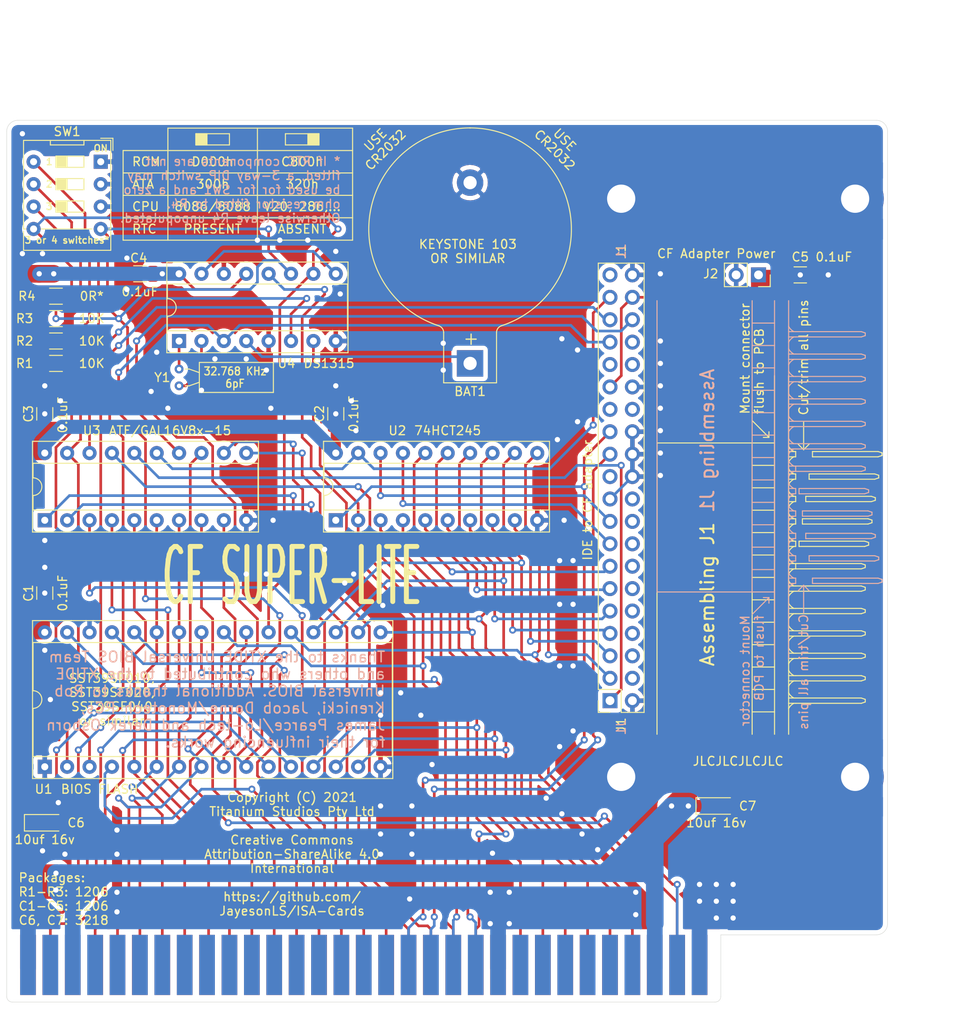
<source format=kicad_pcb>
(kicad_pcb (version 20171130) (host pcbnew "(5.1.9)-1")
  (layers (0 F.Cu signal) (31 B.Cu signal) (34 B.Paste user) (35 F.Paste user) (36 B.SilkS user) (37 F.SilkS user) (38 B.Mask user) (39 F.Mask user) (44 Edge.Cuts user))
  (net 0 "")
  (net 1 "Net-(J1-Pad8)")
  (net 2 A00)
  (net 3 A01)
  (net 4 A02)
  (net 5 A03)
  (net 6 A04)
  (net 7 A05)
  (net 8 A06)
  (net 9 A07)
  (net 10 A08)
  (net 11 A09)
  (net 12 A10)
  (net 13 A11)
  (net 14 A12)
  (net 15 A13)
  (net 16 A15)
  (net 17 A16)
  (net 18 A17)
  (net 19 A18)
  (net 20 A19)
  (net 21 D0)
  (net 22 D1)
  (net 23 D2)
  (net 24 D3)
  (net 25 D4)
  (net 26 D5)
  (net 27 D6)
  (net 28 D7)
  (net 29 GND)
  (net 30 VCC)
  (net 31 ~IOR)
  (net 32 ~IOW)
  (net 33 ~MEMR)
  (net 34 ~MEMW)
  (net 35 RESET)
  (net 36 ~CS1~_ATA)
  (net 37 D0_BUF)
  (net 38 D1_BUF)
  (net 39 D2_BUF)
  (net 40 D3_BUF)
  (net 41 D4_BUF)
  (net 42 D5_BUF)
  (net 43 D6_BUF)
  (net 44 D7_BUF)
  (net 45 ~RESET)
  (net 46 ROM_ADDR_JUMPER)
  (net 47 ATA_ADDR_JUMPER)
  (net 48 "Net-(J1-Pad39)")
  (net 49 "Net-(J1-Pad34)")
  (net 50 "Net-(J1-Pad32)")
  (net 51 "Net-(J1-Pad31)")
  (net 52 "Net-(J1-Pad27)")
  (net 53 "Net-(J1-Pad21)")
  (net 54 "Net-(J1-Pad20)")
  (net 55 "Net-(J1-Pad18)")
  (net 56 "Net-(J1-Pad16)")
  (net 57 "Net-(J1-Pad14)")
  (net 58 "Net-(J1-Pad12)")
  (net 59 "Net-(J1-Pad10)")
  (net 60 "Net-(J1-Pad6)")
  (net 61 "Net-(J1-Pad4)")
  (net 62 "Net-(J1-Pad28)")
  (net 63 A14)
  (net 64 "Net-(BAT1-Pad1)")
  (net 65 "Net-(U4-Pad15)")
  (net 66 /XTAL2)
  (net 67 /XTAL1)
  (net 68 ~CE~_BIOS_DECODE)
  (net 69 ~CE~_BIOS_THRU)
  (net 70 "Net-(J3-Pad41)")
  (net 71 "Net-(J3-Pad32)")
  (net 72 "Net-(J3-Pad30)")
  (net 73 "Net-(J3-Pad28)")
  (net 74 "Net-(J3-Pad27)")
  (net 75 "Net-(J3-Pad26)")
  (net 76 "Net-(J3-Pad25)")
  (net 77 "Net-(J3-Pad24)")
  (net 78 "Net-(J3-Pad23)")
  (net 79 "Net-(J3-Pad22)")
  (net 80 "Net-(J3-Pad21)")
  (net 81 "Net-(J3-Pad20)")
  (net 82 "Net-(J3-Pad19)")
  (net 83 "Net-(J3-Pad18)")
  (net 84 "Net-(J3-Pad17)")
  (net 85 "Net-(J3-Pad16)")
  (net 86 "Net-(J3-Pad15)")
  (net 87 "Net-(J3-Pad9)")
  (net 88 "Net-(J3-Pad8)")
  (net 89 "Net-(J3-Pad7)")
  (net 90 "Net-(J3-Pad6)")
  (net 91 "Net-(J3-Pad5)")
  (net 92 "Net-(J3-Pad4)")
  (net 93 V20_JUMPER)
  (net 94 AEN)
  (module Button_Switch_THT:SW_DIP_SPSTx04_Slide_9.78x12.34mm_W7.62mm_P2.54mm (layer F.Cu) (at 107.315 46.99)
    (fp_text reference SW1 (at -3.81 -3.42) (layer F.SilkS))
    (fp_text value Options hide)
    (fp_text user 1 (at -5.842 0) (layer F.SilkS) (effects (font (size 0.75 0.75))))
    (fp_text user 2 (at -5.842 2.54) (layer F.SilkS) (effects (font (size 0.75 0.75))))
    (fp_text user 3 (at -5.842 5.08) (layer F.SilkS) (effects (font (size 0.75 0.75))))
    (fp_text user ON (at 0 -1.524) (layer F.SilkS) (effects (font (size 0.75 0.75))))
    (fp_text user "3 or 4 switches*" (at -3.81 8.89) (layer F.SilkS) (effects (font (size 0.75 0.75))))
    (pad 8 thru_hole oval (at -7.62 0) (size 1.6 1.6) (drill 0.8) (layers *.Cu *.Mask) (net 46 ROM_ADDR_JUMPER))
    (pad 4 thru_hole oval (at 0 7.62) (size 1.6 1.6) (drill 0.8) (layers *.Cu *.Mask) (net 68 ~CE~_BIOS_DECODE))
    (pad 7 thru_hole oval (at -7.62 2.54) (size 1.6 1.6) (drill 0.8) (layers *.Cu *.Mask) (net 47 ATA_ADDR_JUMPER))
    (pad 3 thru_hole oval (at 0 5.08) (size 1.6 1.6) (drill 0.8) (layers *.Cu *.Mask) (net 29 GND))
    (pad 6 thru_hole oval (at -7.62 5.08) (size 1.6 1.6) (drill 0.8) (layers *.Cu *.Mask) (net 93 V20_JUMPER))
    (pad 2 thru_hole oval (at 0 2.54) (size 1.6 1.6) (drill 0.8) (layers *.Cu *.Mask) (net 29 GND))
    (pad 5 thru_hole oval (at -7.62 7.62) (size 1.6 1.6) (drill 0.8) (layers *.Cu *.Mask) (net 69 ~CE~_BIOS_THRU))
    (pad 1 thru_hole rect (at 0 0) (size 1.6 1.6) (drill 0.8) (layers *.Cu *.Mask) (net 29 GND))
  )
  (module Resistor_SMD:R_1206_3216Metric (layer F.Cu) (at 102.235 62.23)
    (fp_text reference R4 (at -3.302 0) (layer F.SilkS))
    (fp_text value 0R)
    (pad 2 smd roundrect (at 1.4625 0) (size 1.125 1.75) (layers F.Cu F.Paste F.Mask) (roundrect_rratio 0.222222) (net 69 ~CE~_BIOS_THRU))
    (pad 1 smd roundrect (at -1.4625 0) (size 1.125 1.75) (layers F.Cu F.Paste F.Mask) (roundrect_rratio 0.222222) (net 68 ~CE~_BIOS_DECODE))
  )
  (module Capacitor_Tantalum_SMD:CP_EIA-3216-18_Kemet-A (layer F.Cu) (at 177.165 120.015)
    (fp_text reference C7 (at 3.556 0) (layer F.SilkS))
    (fp_text value "10uf 16v")
    (fp_text user %V (at 0 1.905) (layer F.SilkS))
    (pad 2 smd roundrect (at 1.35 0) (size 1.4 1.35) (layers F.Cu F.Paste F.Mask) (roundrect_rratio 0.1851844444444445) (net 29 GND))
    (pad 1 smd roundrect (at -1.35 0) (size 1.4 1.35) (layers F.Cu F.Paste F.Mask) (roundrect_rratio 0.1851844444444445) (net 30 VCC))
  )
  (module Capacitor_Tantalum_SMD:CP_EIA-3216-18_Kemet-A (layer F.Cu) (at 100.965 121.92)
    (fp_text reference C6 (at 3.556 0) (layer F.SilkS))
    (fp_text value "10uf 16v")
    (fp_text user %V (at 0 1.905) (layer F.SilkS))
    (pad 2 smd roundrect (at 1.35 0) (size 1.4 1.35) (layers F.Cu F.Paste F.Mask) (roundrect_rratio 0.1851844444444445) (net 29 GND))
    (pad 1 smd roundrect (at -1.35 0) (size 1.4 1.35) (layers F.Cu F.Paste F.Mask) (roundrect_rratio 0.1851844444444445) (net 30 VCC))
  )
  (module 00Custom:BUS_XT (layer F.Cu) (at 175.26 138.43)
    (fp_text reference J3 hide)
    (fp_text value Bus_ISA_8bit)
    (pad 62 connect rect (at -76.2 -0.4) (size 1.78 6.82) (layers F.Cu F.Mask) (net 2 A00))
    (pad 61 connect rect (at -73.66 -0.4) (size 1.78 6.82) (layers F.Cu F.Mask) (net 3 A01))
    (pad 60 connect rect (at -71.12 -0.4) (size 1.78 6.82) (layers F.Cu F.Mask) (net 4 A02))
    (pad 59 connect rect (at -68.58 -0.4) (size 1.78 6.82) (layers F.Cu F.Mask) (net 5 A03))
    (pad 58 connect rect (at -66.04 -0.4) (size 1.78 6.82) (layers F.Cu F.Mask) (net 6 A04))
    (pad 57 connect rect (at -63.5 -0.4) (size 1.78 6.82) (layers F.Cu F.Mask) (net 7 A05))
    (pad 56 connect rect (at -60.96 -0.4) (size 1.78 6.82) (layers F.Cu F.Mask) (net 8 A06))
    (pad 55 connect rect (at -58.42 -0.4) (size 1.78 6.82) (layers F.Cu F.Mask) (net 9 A07))
    (pad 54 connect rect (at -55.88 -0.4) (size 1.78 6.82) (layers F.Cu F.Mask) (net 10 A08))
    (pad 53 connect rect (at -53.34 -0.4) (size 1.78 6.82) (layers F.Cu F.Mask) (net 11 A09))
    (pad 52 connect rect (at -50.8 -0.4) (size 1.78 6.82) (layers F.Cu F.Mask) (net 12 A10))
    (pad 51 connect rect (at -48.26 -0.4) (size 1.78 6.82) (layers F.Cu F.Mask) (net 13 A11))
    (pad 50 connect rect (at -45.72 -0.4) (size 1.78 6.82) (layers F.Cu F.Mask) (net 14 A12))
    (pad 49 connect rect (at -43.18 -0.4) (size 1.78 6.82) (layers F.Cu F.Mask) (net 15 A13))
    (pad 48 connect rect (at -40.64 -0.4) (size 1.78 6.82) (layers F.Cu F.Mask) (net 63 A14))
    (pad 47 connect rect (at -38.1 -0.4) (size 1.78 6.82) (layers F.Cu F.Mask) (net 16 A15))
    (pad 46 connect rect (at -35.56 -0.4) (size 1.78 6.82) (layers F.Cu F.Mask) (net 17 A16))
    (pad 45 connect rect (at -33.02 -0.4) (size 1.78 6.82) (layers F.Cu F.Mask) (net 18 A17))
    (pad 44 connect rect (at -30.48 -0.4) (size 1.78 6.82) (layers F.Cu F.Mask) (net 19 A18))
    (pad 43 connect rect (at -27.94 -0.4) (size 1.78 6.82) (layers F.Cu F.Mask) (net 20 A19))
    (pad 42 connect rect (at -25.4 -0.4) (size 1.78 6.82) (layers F.Cu F.Mask) (net 94 AEN))
    (pad 41 connect rect (at -22.86 -0.4) (size 1.78 6.82) (layers F.Cu F.Mask) (net 70 "Net-(J3-Pad41)"))
    (pad 40 connect rect (at -20.32 -0.4) (size 1.78 6.82) (layers F.Cu F.Mask) (net 21 D0))
    (pad 39 connect rect (at -17.78 -0.4) (size 1.78 6.82) (layers F.Cu F.Mask) (net 22 D1))
    (pad 38 connect rect (at -15.24 -0.4) (size 1.78 6.82) (layers F.Cu F.Mask) (net 23 D2))
    (pad 37 connect rect (at -12.7 -0.4) (size 1.78 6.82) (layers F.Cu F.Mask) (net 24 D3))
    (pad 36 connect rect (at -10.16 -0.4) (size 1.78 6.82) (layers F.Cu F.Mask) (net 25 D4))
    (pad 35 connect rect (at -7.62 -0.4) (size 1.78 6.82) (layers F.Cu F.Mask) (net 26 D5))
    (pad 34 connect rect (at -5.08 -0.4) (size 1.78 6.82) (layers F.Cu F.Mask) (net 27 D6))
    (pad 33 connect rect (at -2.54 -0.4) (size 1.78 6.82) (layers F.Cu F.Mask) (net 28 D7))
    (pad 32 connect rect (at 0 -0.4) (size 1.78 6.82) (layers F.Cu F.Mask) (net 71 "Net-(J3-Pad32)"))
    (pad 31 connect rect (at -76.2 -0.4) (size 1.78 6.82) (layers B.Cu B.Mask) (net 29 GND))
    (pad 30 connect rect (at -73.66 -0.4) (size 1.78 6.82) (layers B.Cu B.Mask) (net 72 "Net-(J3-Pad30)"))
    (pad 29 connect rect (at -71.12 -0.4) (size 1.78 6.82) (layers B.Cu B.Mask) (net 30 VCC))
    (pad 28 connect rect (at -68.58 -0.4) (size 1.78 6.82) (layers B.Cu B.Mask) (net 73 "Net-(J3-Pad28)"))
    (pad 27 connect rect (at -66.04 -0.4) (size 1.78 6.82) (layers B.Cu B.Mask) (net 74 "Net-(J3-Pad27)"))
    (pad 26 connect rect (at -63.5 -0.4) (size 1.78 6.82) (layers B.Cu B.Mask) (net 75 "Net-(J3-Pad26)"))
    (pad 25 connect rect (at -60.96 -0.4) (size 1.78 6.82) (layers B.Cu B.Mask) (net 76 "Net-(J3-Pad25)"))
    (pad 24 connect rect (at -58.42 -0.4) (size 1.78 6.82) (layers B.Cu B.Mask) (net 77 "Net-(J3-Pad24)"))
    (pad 23 connect rect (at -55.88 -0.4) (size 1.78 6.82) (layers B.Cu B.Mask) (net 78 "Net-(J3-Pad23)"))
    (pad 22 connect rect (at -53.34 -0.4) (size 1.78 6.82) (layers B.Cu B.Mask) (net 79 "Net-(J3-Pad22)"))
    (pad 21 connect rect (at -50.8 -0.4) (size 1.78 6.82) (layers B.Cu B.Mask) (net 80 "Net-(J3-Pad21)"))
    (pad 20 connect rect (at -48.26 -0.4) (size 1.78 6.82) (layers B.Cu B.Mask) (net 81 "Net-(J3-Pad20)"))
    (pad 19 connect rect (at -45.72 -0.4) (size 1.78 6.82) (layers B.Cu B.Mask) (net 82 "Net-(J3-Pad19)"))
    (pad 18 connect rect (at -43.18 -0.4) (size 1.78 6.82) (layers B.Cu B.Mask) (net 83 "Net-(J3-Pad18)"))
    (pad 17 connect rect (at -40.64 -0.4) (size 1.78 6.82) (layers B.Cu B.Mask) (net 84 "Net-(J3-Pad17)"))
    (pad 16 connect rect (at -38.1 -0.4) (size 1.78 6.82) (layers B.Cu B.Mask) (net 85 "Net-(J3-Pad16)"))
    (pad 15 connect rect (at -35.56 -0.4) (size 1.78 6.82) (layers B.Cu B.Mask) (net 86 "Net-(J3-Pad15)"))
    (pad 14 connect rect (at -33.02 -0.4) (size 1.78 6.82) (layers B.Cu B.Mask) (net 31 ~IOR))
    (pad 13 connect rect (at -30.48 -0.4) (size 1.78 6.82) (layers B.Cu B.Mask) (net 32 ~IOW))
    (pad 12 connect rect (at -27.94 -0.4) (size 1.78 6.82) (layers B.Cu B.Mask) (net 33 ~MEMR))
    (pad 11 connect rect (at -25.4 -0.4) (size 1.78 6.82) (layers B.Cu B.Mask) (net 34 ~MEMW))
    (pad 10 connect rect (at -22.86 -0.4) (size 1.78 6.82) (layers B.Cu B.Mask) (net 29 GND))
    (pad 9 connect rect (at -20.32 -0.4) (size 1.78 6.82) (layers B.Cu B.Mask) (net 87 "Net-(J3-Pad9)"))
    (pad 8 connect rect (at -17.78 -0.4) (size 1.78 6.82) (layers B.Cu B.Mask) (net 88 "Net-(J3-Pad8)"))
    (pad 7 connect rect (at -15.24 -0.4) (size 1.78 6.82) (layers B.Cu B.Mask) (net 89 "Net-(J3-Pad7)"))
    (pad 6 connect rect (at -12.7 -0.4) (size 1.78 6.82) (layers B.Cu B.Mask) (net 90 "Net-(J3-Pad6)"))
    (pad 5 connect rect (at -10.16 -0.4) (size 1.78 6.82) (layers B.Cu B.Mask) (net 91 "Net-(J3-Pad5)"))
    (pad 4 connect rect (at -7.62 -0.4) (size 1.78 6.82) (layers B.Cu B.Mask) (net 92 "Net-(J3-Pad4)"))
    (pad 3 connect rect (at -5.08 -0.4) (size 1.78 6.82) (layers B.Cu B.Mask) (net 30 VCC))
    (pad 2 connect rect (at -2.54 -0.4) (size 1.78 6.82) (layers B.Cu B.Mask) (net 35 RESET))
    (pad 1 connect rect (at 0 -0.4) (size 1.78 6.82) (layers B.Cu B.Mask) (net 29 GND))
  )
  (module Capacitor_SMD:C_1206_3216Metric (layer F.Cu) (at 111.76 59.69 180)
    (fp_text reference C4 (at 0.127 1.778 180) (layer F.SilkS))
    (fp_text value 0.1uF)
    (fp_text user %V (at 0 -2.032) (layer F.SilkS))
    (pad 2 smd roundrect (at 1.475 0 180) (size 1.15 1.8) (layers F.Cu F.Paste F.Mask) (roundrect_rratio 0.2173904347826087) (net 29 GND))
    (pad 1 smd roundrect (at -1.475 0 180) (size 1.15 1.8) (layers F.Cu F.Paste F.Mask) (roundrect_rratio 0.2173904347826087) (net 30 VCC))
  )
  (module Capacitor_SMD:C_1206_3216Metric (layer F.Cu) (at 133.985 75.565 90)
    (fp_text reference C2 (at 0 -1.85 90) (layer F.SilkS))
    (fp_text value 0.1uF)
    (fp_text user %V (at 0 2.032 90) (layer F.SilkS))
    (pad 2 smd roundrect (at 1.475 0 90) (size 1.15 1.8) (layers F.Cu F.Paste F.Mask) (roundrect_rratio 0.2173904347826087) (net 29 GND))
    (pad 1 smd roundrect (at -1.475 0 90) (size 1.15 1.8) (layers F.Cu F.Paste F.Mask) (roundrect_rratio 0.2173904347826087) (net 30 VCC))
  )
  (module Capacitor_SMD:C_1206_3216Metric (layer F.Cu) (at 100.965 95.885 90)
    (fp_text reference C1 (at 0 -1.85 90) (layer F.SilkS))
    (fp_text value 0.1uF)
    (fp_text user %V (at 0 2.032 90) (layer F.SilkS))
    (pad 2 smd roundrect (at 1.475 0 90) (size 1.15 1.8) (layers F.Cu F.Paste F.Mask) (roundrect_rratio 0.2173904347826087) (net 29 GND))
    (pad 1 smd roundrect (at -1.475 0 90) (size 1.15 1.8) (layers F.Cu F.Paste F.Mask) (roundrect_rratio 0.2173904347826087) (net 30 VCC))
  )
  (module Capacitor_SMD:C_1206_3216Metric (layer F.Cu) (at 100.965 75.565 90)
    (fp_text reference C3 (at 0 -1.85 90) (layer F.SilkS))
    (fp_text value 0.1uF)
    (fp_text user %V (at -0.127 2.032 90) (layer F.SilkS))
    (pad 2 smd roundrect (at 1.475 0 90) (size 1.15 1.8) (layers F.Cu F.Paste F.Mask) (roundrect_rratio 0.2173904347826087) (net 29 GND))
    (pad 1 smd roundrect (at -1.475 0 90) (size 1.15 1.8) (layers F.Cu F.Paste F.Mask) (roundrect_rratio 0.2173904347826087) (net 30 VCC))
  )
  (module Resistor_SMD:R_1206_3216Metric (layer F.Cu) (at 102.235 69.85 180)
    (fp_text reference R1 (at 3.556 0) (layer F.SilkS))
    (fp_text value 10K)
    (fp_text user %V (at -4.064 0) (layer F.SilkS))
    (pad 2 smd roundrect (at 1.4625 0 180) (size 1.125 1.75) (layers F.Cu F.Paste F.Mask) (roundrect_rratio 0.2222204444444444) (net 30 VCC))
    (pad 1 smd roundrect (at -1.4625 0 180) (size 1.125 1.75) (layers F.Cu F.Paste F.Mask) (roundrect_rratio 0.2222204444444444) (net 46 ROM_ADDR_JUMPER))
  )
  (module Resistor_SMD:R_1206_3216Metric (layer F.Cu) (at 102.235 67.31 180)
    (fp_text reference R2 (at 3.556 0) (layer F.SilkS))
    (fp_text value 10K)
    (fp_text user %V (at -4.064 0) (layer F.SilkS))
    (pad 2 smd roundrect (at 1.4625 0 180) (size 1.125 1.75) (layers F.Cu F.Paste F.Mask) (roundrect_rratio 0.2222204444444444) (net 30 VCC))
    (pad 1 smd roundrect (at -1.4625 0 180) (size 1.125 1.75) (layers F.Cu F.Paste F.Mask) (roundrect_rratio 0.2222204444444444) (net 47 ATA_ADDR_JUMPER))
  )
  (module Resistor_SMD:R_1206_3216Metric (layer F.Cu) (at 102.235 64.77 180)
    (fp_text reference R3 (at 3.556 0) (layer F.SilkS))
    (fp_text value 10K)
    (fp_text user %V (at -4.064 0) (layer F.SilkS))
    (pad 2 smd roundrect (at 1.4625 0 180) (size 1.125 1.75) (layers F.Cu F.Paste F.Mask) (roundrect_rratio 0.2222204444444444) (net 30 VCC))
    (pad 1 smd roundrect (at -1.4625 0 180) (size 1.125 1.75) (layers F.Cu F.Paste F.Mask) (roundrect_rratio 0.2222204444444444) (net 93 V20_JUMPER))
  )
  (module Capacitor_SMD:C_1206_3216Metric (layer F.Cu) (at 186.69 59.817)
    (fp_text reference C5 (at 0 -2.032) (layer F.SilkS))
    (fp_text value 0.1uF)
    (fp_text user %V (at 3.81 -2.032) (layer F.SilkS))
    (pad 2 smd roundrect (at 1.475 0) (size 1.15 1.8) (layers F.Cu F.Paste F.Mask) (roundrect_rratio 0.2173904347826087) (net 29 GND))
    (pad 1 smd roundrect (at -1.475 0) (size 1.15 1.8) (layers F.Cu F.Paste F.Mask) (roundrect_rratio 0.2173904347826087) (net 30 VCC))
  )
  (module Battery:BatteryHolder_Keystone_103_1x20mm (layer F.Cu) (at 149.225 69.85 90)
    (fp_text reference BAT1 (at -3.175 0) (layer F.SilkS))
    (fp_text value CR2032)
    (fp_text user + (at 2.75 0 90) (layer F.SilkS) (effects (font (size 1.5 1.5))))
    (pad 1 thru_hole rect (at 0 0 90) (size 3 3) (drill 1.5) (layers *.Cu *.Mask) (net 64 "Net-(BAT1-Pad1)"))
    (pad 2 thru_hole circle (at 20.49 0 90) (size 3 3) (drill 1.5) (layers *.Cu *.Mask) (net 29 GND))
  )
  (module Package_DIP:DIP-32_W15.24mm_Socket (layer F.Cu) (at 100.965 115.57 90)
    (fp_text reference U1 (at -2.54 -0.127 180) (layer F.SilkS))
    (fp_text value "BIOS FLASH" (at -2.54 6.223 180) (layer F.SilkS))
    (pad 32 thru_hole oval (at 15.24 0 90) (size 1.6 1.6) (drill 0.8) (layers *.Cu *.Mask) (net 30 VCC))
    (pad 16 thru_hole oval (at 0 38.1 90) (size 1.6 1.6) (drill 0.8) (layers *.Cu *.Mask) (net 29 GND))
    (pad 31 thru_hole oval (at 15.24 2.54 90) (size 1.6 1.6) (drill 0.8) (layers *.Cu *.Mask) (net 34 ~MEMW))
    (pad 15 thru_hole oval (at 0 35.56 90) (size 1.6 1.6) (drill 0.8) (layers *.Cu *.Mask) (net 23 D2))
    (pad 30 thru_hole oval (at 15.24 5.08 90) (size 1.6 1.6) (drill 0.8) (layers *.Cu *.Mask) (net 29 GND))
    (pad 14 thru_hole oval (at 0 33.02 90) (size 1.6 1.6) (drill 0.8) (layers *.Cu *.Mask) (net 22 D1))
    (pad 29 thru_hole oval (at 15.24 7.62 90) (size 1.6 1.6) (drill 0.8) (layers *.Cu *.Mask) (net 63 A14))
    (pad 13 thru_hole oval (at 0 30.48 90) (size 1.6 1.6) (drill 0.8) (layers *.Cu *.Mask) (net 21 D0))
    (pad 28 thru_hole oval (at 15.24 10.16 90) (size 1.6 1.6) (drill 0.8) (layers *.Cu *.Mask) (net 15 A13))
    (pad 12 thru_hole oval (at 0 27.94 90) (size 1.6 1.6) (drill 0.8) (layers *.Cu *.Mask) (net 2 A00))
    (pad 27 thru_hole oval (at 15.24 12.7 90) (size 1.6 1.6) (drill 0.8) (layers *.Cu *.Mask) (net 10 A08))
    (pad 11 thru_hole oval (at 0 25.4 90) (size 1.6 1.6) (drill 0.8) (layers *.Cu *.Mask) (net 3 A01))
    (pad 26 thru_hole oval (at 15.24 15.24 90) (size 1.6 1.6) (drill 0.8) (layers *.Cu *.Mask) (net 11 A09))
    (pad 10 thru_hole oval (at 0 22.86 90) (size 1.6 1.6) (drill 0.8) (layers *.Cu *.Mask) (net 4 A02))
    (pad 25 thru_hole oval (at 15.24 17.78 90) (size 1.6 1.6) (drill 0.8) (layers *.Cu *.Mask) (net 13 A11))
    (pad 9 thru_hole oval (at 0 20.32 90) (size 1.6 1.6) (drill 0.8) (layers *.Cu *.Mask) (net 5 A03))
    (pad 24 thru_hole oval (at 15.24 20.32 90) (size 1.6 1.6) (drill 0.8) (layers *.Cu *.Mask) (net 33 ~MEMR))
    (pad 8 thru_hole oval (at 0 17.78 90) (size 1.6 1.6) (drill 0.8) (layers *.Cu *.Mask) (net 6 A04))
    (pad 23 thru_hole oval (at 15.24 22.86 90) (size 1.6 1.6) (drill 0.8) (layers *.Cu *.Mask) (net 12 A10))
    (pad 7 thru_hole oval (at 0 15.24 90) (size 1.6 1.6) (drill 0.8) (layers *.Cu *.Mask) (net 7 A05))
    (pad 22 thru_hole oval (at 15.24 25.4 90) (size 1.6 1.6) (drill 0.8) (layers *.Cu *.Mask) (net 69 ~CE~_BIOS_THRU))
    (pad 6 thru_hole oval (at 0 12.7 90) (size 1.6 1.6) (drill 0.8) (layers *.Cu *.Mask) (net 8 A06))
    (pad 21 thru_hole oval (at 15.24 27.94 90) (size 1.6 1.6) (drill 0.8) (layers *.Cu *.Mask) (net 28 D7))
    (pad 5 thru_hole oval (at 0 10.16 90) (size 1.6 1.6) (drill 0.8) (layers *.Cu *.Mask) (net 9 A07))
    (pad 20 thru_hole oval (at 15.24 30.48 90) (size 1.6 1.6) (drill 0.8) (layers *.Cu *.Mask) (net 27 D6))
    (pad 4 thru_hole oval (at 0 7.62 90) (size 1.6 1.6) (drill 0.8) (layers *.Cu *.Mask) (net 14 A12))
    (pad 19 thru_hole oval (at 15.24 33.02 90) (size 1.6 1.6) (drill 0.8) (layers *.Cu *.Mask) (net 26 D5))
    (pad 3 thru_hole oval (at 0 5.08 90) (size 1.6 1.6) (drill 0.8) (layers *.Cu *.Mask) (net 47 ATA_ADDR_JUMPER))
    (pad 18 thru_hole oval (at 15.24 35.56 90) (size 1.6 1.6) (drill 0.8) (layers *.Cu *.Mask) (net 25 D4))
    (pad 2 thru_hole oval (at 0 2.54 90) (size 1.6 1.6) (drill 0.8) (layers *.Cu *.Mask) (net 93 V20_JUMPER))
    (pad 17 thru_hole oval (at 15.24 38.1 90) (size 1.6 1.6) (drill 0.8) (layers *.Cu *.Mask) (net 24 D3))
    (pad 1 thru_hole rect (at 0 0 90) (size 1.6 1.6) (drill 0.8) (layers *.Cu *.Mask) (net 29 GND))
  )
  (module Package_DIP:DIP-20_W7.62mm_Socket (layer F.Cu) (at 100.965 87.63 90)
    (fp_text reference U3 (at 10.16 5.334 180) (layer F.SilkS))
    (fp_text value ATF/GAL16V8x-15 (at 10.16 14.224 180) (layer F.SilkS))
    (pad 20 thru_hole oval (at 7.62 0 90) (size 1.6 1.6) (drill 0.8) (layers *.Cu *.Mask) (net 30 VCC))
    (pad 10 thru_hole oval (at 0 22.86 90) (size 1.6 1.6) (drill 0.8) (layers *.Cu *.Mask) (net 29 GND))
    (pad 19 thru_hole oval (at 7.62 2.54 90) (size 1.6 1.6) (drill 0.8) (layers *.Cu *.Mask) (net 47 ATA_ADDR_JUMPER))
    (pad 9 thru_hole oval (at 0 20.32 90) (size 1.6 1.6) (drill 0.8) (layers *.Cu *.Mask) (net 35 RESET))
    (pad 18 thru_hole oval (at 7.62 5.08 90) (size 1.6 1.6) (drill 0.8) (layers *.Cu *.Mask) (net 46 ROM_ADDR_JUMPER))
    (pad 8 thru_hole oval (at 0 17.78 90) (size 1.6 1.6) (drill 0.8) (layers *.Cu *.Mask) (net 6 A04))
    (pad 17 thru_hole oval (at 7.62 7.62 90) (size 1.6 1.6) (drill 0.8) (layers *.Cu *.Mask) (net 94 AEN))
    (pad 7 thru_hole oval (at 0 15.24 90) (size 1.6 1.6) (drill 0.8) (layers *.Cu *.Mask) (net 11 A09))
    (pad 16 thru_hole oval (at 7.62 10.16 90) (size 1.6 1.6) (drill 0.8) (layers *.Cu *.Mask) (net 45 ~RESET))
    (pad 6 thru_hole oval (at 0 12.7 90) (size 1.6 1.6) (drill 0.8) (layers *.Cu *.Mask) (net 10 A08))
    (pad 15 thru_hole oval (at 7.62 12.7 90) (size 1.6 1.6) (drill 0.8) (layers *.Cu *.Mask) (net 36 ~CS1~_ATA))
    (pad 5 thru_hole oval (at 0 10.16 90) (size 1.6 1.6) (drill 0.8) (layers *.Cu *.Mask) (net 9 A07))
    (pad 14 thru_hole oval (at 7.62 15.24 90) (size 1.6 1.6) (drill 0.8) (layers *.Cu *.Mask) (net 68 ~CE~_BIOS_DECODE))
    (pad 4 thru_hole oval (at 0 7.62 90) (size 1.6 1.6) (drill 0.8) (layers *.Cu *.Mask) (net 8 A06))
    (pad 13 thru_hole oval (at 7.62 17.78 90) (size 1.6 1.6) (drill 0.8) (layers *.Cu *.Mask) (net 7 A05))
    (pad 3 thru_hole oval (at 0 5.08 90) (size 1.6 1.6) (drill 0.8) (layers *.Cu *.Mask) (net 16 A15))
    (pad 12 thru_hole oval (at 7.62 20.32 90) (size 1.6 1.6) (drill 0.8) (layers *.Cu *.Mask) (net 18 A17))
    (pad 2 thru_hole oval (at 0 2.54 90) (size 1.6 1.6) (drill 0.8) (layers *.Cu *.Mask) (net 19 A18))
    (pad 11 thru_hole oval (at 7.62 22.86 90) (size 1.6 1.6) (drill 0.8) (layers *.Cu *.Mask) (net 20 A19))
    (pad 1 thru_hole rect (at 0 0 90) (size 1.6 1.6) (drill 0.8) (layers *.Cu *.Mask) (net 17 A16))
  )
  (module Connector_PinSocket_2.54mm:PinSocket_1x02_P2.54mm_Vertical (layer F.Cu) (at 181.951 59.817 270)
    (fp_text reference J2 (at -0.127 5.421 180) (layer F.SilkS))
    (fp_text value "CF Adapter Power" (at -2.413 4.786 180) (layer F.SilkS))
    (pad 2 thru_hole oval (at 0 2.54 270) (size 1.7 1.7) (drill 1) (layers *.Cu *.Mask) (net 29 GND))
    (pad 1 thru_hole rect (at 0 0 270) (size 1.7 1.7) (drill 1) (layers *.Cu *.Mask) (net 30 VCC))
  )
  (module Connector_PinSocket_2.54mm:PinSocket_2x20_P2.54mm_Vertical (layer F.Cu) (at 165.1 108.077 180)
    (fp_text reference J1 (at -1.27 -2.77 90) (layer F.SilkS))
    (fp_text value "IDE to CF adapter" (at 2.54 22.733 90) (layer F.SilkS))
    (pad 40 thru_hole oval (at -2.54 48.26 180) (size 1.7 1.7) (drill 1) (layers *.Cu *.Mask) (net 29 GND))
    (pad 39 thru_hole oval (at 0 48.26 180) (size 1.7 1.7) (drill 1) (layers *.Cu *.Mask) (net 48 "Net-(J1-Pad39)"))
    (pad 38 thru_hole oval (at -2.54 45.72 180) (size 1.7 1.7) (drill 1) (layers *.Cu *.Mask) (net 30 VCC))
    (pad 37 thru_hole oval (at 0 45.72 180) (size 1.7 1.7) (drill 1) (layers *.Cu *.Mask) (net 36 ~CS1~_ATA))
    (pad 36 thru_hole oval (at -2.54 43.18 180) (size 1.7 1.7) (drill 1) (layers *.Cu *.Mask) (net 5 A03))
    (pad 35 thru_hole oval (at 0 43.18 180) (size 1.7 1.7) (drill 1) (layers *.Cu *.Mask) (net 3 A01))
    (pad 34 thru_hole oval (at -2.54 40.64 180) (size 1.7 1.7) (drill 1) (layers *.Cu *.Mask) (net 49 "Net-(J1-Pad34)"))
    (pad 33 thru_hole oval (at 0 40.64 180) (size 1.7 1.7) (drill 1) (layers *.Cu *.Mask) (net 4 A02))
    (pad 32 thru_hole oval (at -2.54 38.1 180) (size 1.7 1.7) (drill 1) (layers *.Cu *.Mask) (net 50 "Net-(J1-Pad32)"))
    (pad 31 thru_hole oval (at 0 38.1 180) (size 1.7 1.7) (drill 1) (layers *.Cu *.Mask) (net 51 "Net-(J1-Pad31)"))
    (pad 30 thru_hole oval (at -2.54 35.56 180) (size 1.7 1.7) (drill 1) (layers *.Cu *.Mask) (net 29 GND))
    (pad 29 thru_hole oval (at 0 35.56 180) (size 1.7 1.7) (drill 1) (layers *.Cu *.Mask) (net 30 VCC))
    (pad 28 thru_hole oval (at -2.54 33.02 180) (size 1.7 1.7) (drill 1) (layers *.Cu *.Mask) (net 62 "Net-(J1-Pad28)"))
    (pad 27 thru_hole oval (at 0 33.02 180) (size 1.7 1.7) (drill 1) (layers *.Cu *.Mask) (net 52 "Net-(J1-Pad27)"))
    (pad 26 thru_hole oval (at -2.54 30.48 180) (size 1.7 1.7) (drill 1) (layers *.Cu *.Mask) (net 29 GND))
    (pad 25 thru_hole oval (at 0 30.48 180) (size 1.7 1.7) (drill 1) (layers *.Cu *.Mask) (net 31 ~IOR))
    (pad 24 thru_hole oval (at -2.54 27.94 180) (size 1.7 1.7) (drill 1) (layers *.Cu *.Mask) (net 29 GND))
    (pad 23 thru_hole oval (at 0 27.94 180) (size 1.7 1.7) (drill 1) (layers *.Cu *.Mask) (net 32 ~IOW))
    (pad 22 thru_hole oval (at -2.54 25.4 180) (size 1.7 1.7) (drill 1) (layers *.Cu *.Mask) (net 29 GND))
    (pad 21 thru_hole oval (at 0 25.4 180) (size 1.7 1.7) (drill 1) (layers *.Cu *.Mask) (net 53 "Net-(J1-Pad21)"))
    (pad 20 thru_hole oval (at -2.54 22.86 180) (size 1.7 1.7) (drill 1) (layers *.Cu *.Mask) (net 54 "Net-(J1-Pad20)"))
    (pad 19 thru_hole oval (at 0 22.86 180) (size 1.7 1.7) (drill 1) (layers *.Cu *.Mask) (net 29 GND))
    (pad 18 thru_hole oval (at -2.54 20.32 180) (size 1.7 1.7) (drill 1) (layers *.Cu *.Mask) (net 55 "Net-(J1-Pad18)"))
    (pad 17 thru_hole oval (at 0 20.32 180) (size 1.7 1.7) (drill 1) (layers *.Cu *.Mask) (net 37 D0_BUF))
    (pad 16 thru_hole oval (at -2.54 17.78 180) (size 1.7 1.7) (drill 1) (layers *.Cu *.Mask) (net 56 "Net-(J1-Pad16)"))
    (pad 15 thru_hole oval (at 0 17.78 180) (size 1.7 1.7) (drill 1) (layers *.Cu *.Mask) (net 38 D1_BUF))
    (pad 14 thru_hole oval (at -2.54 15.24 180) (size 1.7 1.7) (drill 1) (layers *.Cu *.Mask) (net 57 "Net-(J1-Pad14)"))
    (pad 13 thru_hole oval (at 0 15.24 180) (size 1.7 1.7) (drill 1) (layers *.Cu *.Mask) (net 39 D2_BUF))
    (pad 12 thru_hole oval (at -2.54 12.7 180) (size 1.7 1.7) (drill 1) (layers *.Cu *.Mask) (net 58 "Net-(J1-Pad12)"))
    (pad 11 thru_hole oval (at 0 12.7 180) (size 1.7 1.7) (drill 1) (layers *.Cu *.Mask) (net 40 D3_BUF))
    (pad 10 thru_hole oval (at -2.54 10.16 180) (size 1.7 1.7) (drill 1) (layers *.Cu *.Mask) (net 59 "Net-(J1-Pad10)"))
    (pad 9 thru_hole oval (at 0 10.16 180) (size 1.7 1.7) (drill 1) (layers *.Cu *.Mask) (net 41 D4_BUF))
    (pad 8 thru_hole oval (at -2.54 7.62 180) (size 1.7 1.7) (drill 1) (layers *.Cu *.Mask) (net 1 "Net-(J1-Pad8)"))
    (pad 7 thru_hole oval (at 0 7.62 180) (size 1.7 1.7) (drill 1) (layers *.Cu *.Mask) (net 42 D5_BUF))
    (pad 6 thru_hole oval (at -2.54 5.08 180) (size 1.7 1.7) (drill 1) (layers *.Cu *.Mask) (net 60 "Net-(J1-Pad6)"))
    (pad 5 thru_hole oval (at 0 5.08 180) (size 1.7 1.7) (drill 1) (layers *.Cu *.Mask) (net 43 D6_BUF))
    (pad 4 thru_hole oval (at -2.54 2.54 180) (size 1.7 1.7) (drill 1) (layers *.Cu *.Mask) (net 61 "Net-(J1-Pad4)"))
    (pad 3 thru_hole oval (at 0 2.54 180) (size 1.7 1.7) (drill 1) (layers *.Cu *.Mask) (net 44 D7_BUF))
    (pad 2 thru_hole oval (at -2.54 0 180) (size 1.7 1.7) (drill 1) (layers *.Cu *.Mask) (net 29 GND))
    (pad 1 thru_hole rect (at 0 0 180) (size 1.7 1.7) (drill 1) (layers *.Cu *.Mask) (net 45 ~RESET))
  )
  (module Package_DIP:DIP-16_W7.62mm_Socket (layer F.Cu) (at 116.205 67.31 90)
    (fp_text reference U4 (at -2.54 12.192) (layer F.SilkS))
    (fp_text value DS1315 (at -2.54 17.018 180) (layer F.SilkS))
    (pad 1 thru_hole rect (at 0 0 90) (size 1.6 1.6) (drill 0.8) (layers *.Cu *.Mask) (net 67 /XTAL1))
    (pad 9 thru_hole oval (at 7.62 17.78 90) (size 1.6 1.6) (drill 0.8) (layers *.Cu *.Mask) (net 65 "Net-(U4-Pad15)"))
    (pad 2 thru_hole oval (at 0 2.54 90) (size 1.6 1.6) (drill 0.8) (layers *.Cu *.Mask) (net 66 /XTAL2))
    (pad 10 thru_hole oval (at 7.62 15.24 90) (size 1.6 1.6) (drill 0.8) (layers *.Cu *.Mask) (net 69 ~CE~_BIOS_THRU))
    (pad 3 thru_hole oval (at 0 5.08 90) (size 1.6 1.6) (drill 0.8) (layers *.Cu *.Mask) (net 4 A02))
    (pad 11 thru_hole oval (at 7.62 12.7 90) (size 1.6 1.6) (drill 0.8) (layers *.Cu *.Mask) (net 68 ~CE~_BIOS_DECODE))
    (pad 4 thru_hole oval (at 0 7.62 90) (size 1.6 1.6) (drill 0.8) (layers *.Cu *.Mask) (net 64 "Net-(BAT1-Pad1)"))
    (pad 12 thru_hole oval (at 7.62 10.16 90) (size 1.6 1.6) (drill 0.8) (layers *.Cu *.Mask) (net 33 ~MEMR))
    (pad 5 thru_hole oval (at 0 10.16 90) (size 1.6 1.6) (drill 0.8) (layers *.Cu *.Mask) (net 29 GND))
    (pad 13 thru_hole oval (at 7.62 7.62 90) (size 1.6 1.6) (drill 0.8) (layers *.Cu *.Mask) (net 30 VCC))
    (pad 6 thru_hole oval (at 0 12.7 90) (size 1.6 1.6) (drill 0.8) (layers *.Cu *.Mask) (net 2 A00))
    (pad 14 thru_hole oval (at 7.62 5.08 90) (size 1.6 1.6) (drill 0.8) (layers *.Cu *.Mask) (net 29 GND))
    (pad 7 thru_hole oval (at 0 15.24 90) (size 1.6 1.6) (drill 0.8) (layers *.Cu *.Mask) (net 21 D0))
    (pad 15 thru_hole oval (at 7.62 2.54 90) (size 1.6 1.6) (drill 0.8) (layers *.Cu *.Mask) (net 65 "Net-(U4-Pad15)"))
    (pad 8 thru_hole oval (at 0 17.78 90) (size 1.6 1.6) (drill 0.8) (layers *.Cu *.Mask) (net 29 GND))
    (pad 16 thru_hole oval (at 7.62 0 90) (size 1.6 1.6) (drill 0.8) (layers *.Cu *.Mask) (net 30 VCC))
  )
  (module Crystal:Crystal_C38-LF_D3.0mm_L8.0mm_Horizontal (layer F.Cu) (at 116.205 72.39 90)
    (fp_text reference Y1 (at 0.95 -1.905) (layer F.SilkS))
    (fp_text value "32.768 KHz" (at 1.651 6.35) (layer F.SilkS) (effects (font (size 0.9 0.8))))
    (pad 2 thru_hole circle (at 1.9 0 90) (size 1 1) (drill 0.5) (layers *.Cu *.Mask) (net 67 /XTAL1))
    (pad 1 thru_hole circle (at 0 0 90) (size 1 1) (drill 0.5) (layers *.Cu *.Mask) (net 66 /XTAL2))
  )
  (module MountingHole:MountingHole_3.5mm_Pad (layer F.Cu) (at 192.913 116.713)
    (fp_text reference H4 hide)
    (fp_text value MountingHole_Pad)
    (pad 1 thru_hole circle (at 0 0) (size 6.5 6.5) (drill 3.2) (layers *.Cu *.Mask) (net 29 GND))
  )
  (module Package_DIP:DIP-20_W7.62mm_Socket (layer F.Cu) (at 133.985 87.63 90)
    (fp_text reference U2 (at 10.16 6.985 180) (layer F.SilkS))
    (fp_text value 74HCT245 (at 10.16 12.7 180) (layer F.SilkS))
    (pad 20 thru_hole oval (at 7.62 0 90) (size 1.6 1.6) (drill 0.8) (layers *.Cu *.Mask) (net 30 VCC))
    (pad 10 thru_hole oval (at 0 22.86 90) (size 1.6 1.6) (drill 0.8) (layers *.Cu *.Mask) (net 29 GND))
    (pad 19 thru_hole oval (at 7.62 2.54 90) (size 1.6 1.6) (drill 0.8) (layers *.Cu *.Mask) (net 36 ~CS1~_ATA))
    (pad 9 thru_hole oval (at 0 20.32 90) (size 1.6 1.6) (drill 0.8) (layers *.Cu *.Mask) (net 28 D7))
    (pad 18 thru_hole oval (at 7.62 5.08 90) (size 1.6 1.6) (drill 0.8) (layers *.Cu *.Mask) (net 37 D0_BUF))
    (pad 8 thru_hole oval (at 0 17.78 90) (size 1.6 1.6) (drill 0.8) (layers *.Cu *.Mask) (net 27 D6))
    (pad 17 thru_hole oval (at 7.62 7.62 90) (size 1.6 1.6) (drill 0.8) (layers *.Cu *.Mask) (net 38 D1_BUF))
    (pad 7 thru_hole oval (at 0 15.24 90) (size 1.6 1.6) (drill 0.8) (layers *.Cu *.Mask) (net 26 D5))
    (pad 16 thru_hole oval (at 7.62 10.16 90) (size 1.6 1.6) (drill 0.8) (layers *.Cu *.Mask) (net 39 D2_BUF))
    (pad 6 thru_hole oval (at 0 12.7 90) (size 1.6 1.6) (drill 0.8) (layers *.Cu *.Mask) (net 25 D4))
    (pad 15 thru_hole oval (at 7.62 12.7 90) (size 1.6 1.6) (drill 0.8) (layers *.Cu *.Mask) (net 40 D3_BUF))
    (pad 5 thru_hole oval (at 0 10.16 90) (size 1.6 1.6) (drill 0.8) (layers *.Cu *.Mask) (net 24 D3))
    (pad 14 thru_hole oval (at 7.62 15.24 90) (size 1.6 1.6) (drill 0.8) (layers *.Cu *.Mask) (net 41 D4_BUF))
    (pad 4 thru_hole oval (at 0 7.62 90) (size 1.6 1.6) (drill 0.8) (layers *.Cu *.Mask) (net 23 D2))
    (pad 13 thru_hole oval (at 7.62 17.78 90) (size 1.6 1.6) (drill 0.8) (layers *.Cu *.Mask) (net 42 D5_BUF))
    (pad 3 thru_hole oval (at 0 5.08 90) (size 1.6 1.6) (drill 0.8) (layers *.Cu *.Mask) (net 22 D1))
    (pad 12 thru_hole oval (at 7.62 20.32 90) (size 1.6 1.6) (drill 0.8) (layers *.Cu *.Mask) (net 43 D6_BUF))
    (pad 2 thru_hole oval (at 0 2.54 90) (size 1.6 1.6) (drill 0.8) (layers *.Cu *.Mask) (net 21 D0))
    (pad 11 thru_hole oval (at 7.62 22.86 90) (size 1.6 1.6) (drill 0.8) (layers *.Cu *.Mask) (net 44 D7_BUF))
    (pad 1 thru_hole rect (at 0 0 90) (size 1.6 1.6) (drill 0.8) (layers *.Cu *.Mask) (net 31 ~IOR))
  )
  (module MountingHole:MountingHole_3.5mm_Pad (layer F.Cu) (at 166.37 116.713)
    (fp_text reference H3 hide)
    (fp_text value MountingHole_Pad)
    (pad 1 thru_hole circle (at 0 0) (size 6.5 6.5) (drill 3.2) (layers *.Cu *.Mask) (net 29 GND))
  )
  (module MountingHole:MountingHole_3.5mm_Pad (layer F.Cu) (at 166.37 51.181)
    (fp_text reference H1 hide)
    (fp_text value MountingHole_Pad)
    (pad 1 thru_hole circle (at 0 0) (size 6.5 6.5) (drill 3.2) (layers *.Cu *.Mask) (net 29 GND))
  )
  (module MountingHole:MountingHole_3.5mm_Pad (layer F.Cu) (at 192.913 51.181)
    (fp_text reference H2)
    (fp_text value MountingHole_Pad)
    (pad 1 thru_hole circle (at 0 0) (size 6.5 6.5) (drill 3.2) (layers *.Cu *.Mask) (net 29 GND))
  )
  (gr_text "* If RTC components are not\nfitted, a 3-way DIP switch may\nbe used for for SW1 and a zero \nohm resistor fitted to R4. \nOtherwise leave R4 unpopulated." (at 134.62 50.165) (layer B.SilkS) (effects (font (size 1 1)) (justify left mirror)))
  (gr_text 0R* (at 106.299 62.23) (layer F.SilkS) (effects (font (size 1 1))))
  (gr_text J1 (at 166.37 57.15 90) (layer F.SilkS) (effects (font (size 1 1))))
  (gr_text J1 (at 166.37 57.15 90) (layer B.SilkS) (effects (font (size 1 1)) (justify mirror)))
  (gr_text J1 (at 166.37 111.125 90) (layer B.SilkS) (effects (font (size 1 1)) (justify mirror)))
  (gr_line (start 193.614 66.848) (end 186.169 66.848) (layer B.SilkS) (width 0.12))
  (gr_line (start 193.614 68.788) (end 186.169 68.788) (layer B.SilkS) (width 0.12))
  (gr_line (start 193.995 84.028) (end 186.55 84.028) (layer B.SilkS) (width 0.12))
  (gr_line (start 193.995 84.628) (end 186.55 84.628) (layer B.SilkS) (width 0.12))
  (gr_line (start 186.169 91.648) (end 186.169 92.248) (layer B.SilkS) (width 0.12))
  (gr_line (start 187.312 89.708) (end 187.312 89.108) (layer B.SilkS) (width 0.12))
  (gr_line (start 187.693 91.648) (end 187.693 92.248) (layer B.SilkS) (width 0.12))
  (gr_line (start 194.757 89.108) (end 187.312 89.108) (layer B.SilkS) (width 0.12))
  (gr_line (start 186.169 94.188) (end 186.169 94.788) (layer B.SilkS) (width 0.12))
  (gr_line (start 188.074 94.188) (end 188.074 94.788) (layer B.SilkS) (width 0.12))
  (gr_line (start 194.376 86.568) (end 186.931 86.568) (layer B.SilkS) (width 0.12))
  (gr_line (start 186.169 81.488) (end 186.169 82.088) (layer B.SilkS) (width 0.12))
  (gr_line (start 183.134 96.393) (end 181.229 98.298) (layer B.SilkS) (width 0.12))
  (gr_line (start 195.519 94.188) (end 188.074 94.188) (layer B.SilkS) (width 0.12))
  (gr_line (start 187.071 94.996) (end 187.071 98.171) (layer B.SilkS) (width 0.12))
  (gr_line (start 195.138 91.648) (end 187.693 91.648) (layer B.SilkS) (width 0.12))
  (gr_line (start 181.229 95.758) (end 170.434 95.758) (layer B.SilkS) (width 0.12))
  (gr_line (start 183.134 96.393) (end 182.499 96.393) (layer B.SilkS) (width 0.12))
  (gr_line (start 183.134 96.393) (end 183.134 97.028) (layer B.SilkS) (width 0.12))
  (gr_line (start 194.757 89.708) (end 187.312 89.708) (layer B.SilkS) (width 0.12))
  (gr_line (start 194.376 87.168) (end 186.931 87.168) (layer B.SilkS) (width 0.12))
  (gr_line (start 195.519 94.788) (end 188.074 94.788) (layer B.SilkS) (width 0.12))
  (gr_line (start 187.071 94.996) (end 186.436 95.631) (layer B.SilkS) (width 0.12))
  (gr_line (start 187.071 94.996) (end 187.706 95.631) (layer B.SilkS) (width 0.12))
  (gr_line (start 195.138 92.248) (end 187.693 92.248) (layer B.SilkS) (width 0.12))
  (gr_text "Cut/trim all pins" (at 187.071 98.171 90) (layer B.SilkS) (effects (font (size 1 1)) (justify left mirror)))
  (gr_text "Mount connector\nflush to PCB" (at 181.229 98.298 90) (layer B.SilkS) (effects (font (size 1 1)) (justify left mirror)))
  (gr_text "Assembling J1\n" (at 176.149 78.613 90) (layer B.SilkS) (effects (font (size 1.5 1.5) (thickness 0.225)) (justify mirror)))
  (gr_line (start 193.614 81.488) (end 186.169 81.488) (layer B.SilkS) (width 0.12))
  (gr_line (start 193.614 82.088) (end 186.169 82.088) (layer B.SilkS) (width 0.12))
  (gr_line (start 193.614 69.388) (end 186.169 69.388) (layer B.SilkS) (width 0.12))
  (gr_line (start 193.614 71.328) (end 186.169 71.328) (layer B.SilkS) (width 0.12))
  (gr_line (start 193.614 76.408) (end 186.169 76.408) (layer B.SilkS) (width 0.12))
  (gr_line (start 193.614 79.548) (end 186.169 79.548) (layer B.SilkS) (width 0.12))
  (gr_line (start 193.614 77.008) (end 186.169 77.008) (layer B.SilkS) (width 0.12))
  (gr_line (start 193.614 71.928) (end 186.169 71.928) (layer B.SilkS) (width 0.12))
  (gr_line (start 193.614 73.868) (end 186.169 73.868) (layer B.SilkS) (width 0.12))
  (gr_line (start 193.614 78.948) (end 186.169 78.948) (layer B.SilkS) (width 0.12))
  (gr_line (start 193.614 74.468) (end 186.169 74.468) (layer B.SilkS) (width 0.12))
  (gr_line (start 183.769 90.678) (end 181.229 90.678) (layer B.SilkS) (width 0.12))
  (gr_line (start 183.769 70.358) (end 181.229 70.358) (layer B.SilkS) (width 0.12))
  (gr_line (start 181.229 95.758) (end 183.769 95.758) (layer B.SilkS) (width 0.12))
  (gr_line (start 181.229 93.218) (end 183.769 93.218) (layer B.SilkS) (width 0.12))
  (gr_line (start 183.769 88.138) (end 181.229 88.138) (layer B.SilkS) (width 0.12))
  (gr_line (start 183.769 65.278) (end 181.229 65.278) (layer B.SilkS) (width 0.12))
  (gr_line (start 183.769 85.598) (end 181.229 85.598) (layer B.SilkS) (width 0.12))
  (gr_line (start 183.769 67.818) (end 181.229 67.818) (layer B.SilkS) (width 0.12))
  (gr_line (start 183.769 75.438) (end 181.229 75.438) (layer B.SilkS) (width 0.12))
  (gr_line (start 183.769 77.978) (end 181.229 77.978) (layer B.SilkS) (width 0.12))
  (gr_line (start 181.229 62.738) (end 181.229 95.758) (layer B.SilkS) (width 0.12))
  (gr_line (start 183.769 83.058) (end 181.229 83.058) (layer B.SilkS) (width 0.12))
  (gr_line (start 183.769 72.898) (end 181.229 72.898) (layer B.SilkS) (width 0.12))
  (gr_line (start 183.769 80.518) (end 181.229 80.518) (layer B.SilkS) (width 0.12))
  (gr_line (start 183.769 95.758) (end 183.769 62.738) (layer B.SilkS) (width 0.12))
  (gr_line (start 185.369 62.738) (end 185.369 103.378) (layer B.SilkS) (width 0.12))
  (gr_line (start 185.369 94.188) (end 186.169 94.188) (layer B.SilkS) (width 0.12))
  (gr_line (start 195.588 91.798) (end 195.138 91.648) (layer B.SilkS) (width 0.12))
  (gr_line (start 195.969 94.338) (end 195.519 94.188) (layer B.SilkS) (width 0.12))
  (gr_arc (start 186.569 92.988) (end 185.969001 94.187999) (angle 36.86989765) (layer B.SilkS) (width 0.12))
  (gr_arc (start 186.569 90.448) (end 185.969001 91.647999) (angle 36.86989765) (layer B.SilkS) (width 0.12))
  (gr_line (start 183.769 95.758) (end 183.769 103.378) (layer B.SilkS) (width 0.12))
  (gr_line (start 195.207 89.558) (end 194.757 89.708) (layer B.SilkS) (width 0.12))
  (gr_line (start 195.969 94.638) (end 195.519 94.788) (layer B.SilkS) (width 0.12))
  (gr_arc (start 186.569 95.988) (end 185.369001 95.388001) (angle 36.86989765) (layer B.SilkS) (width 0.12))
  (gr_line (start 170.434 62.738) (end 170.434 95.758) (layer B.SilkS) (width 0.12))
  (gr_line (start 195.969 94.338) (end 195.969 94.638) (layer B.SilkS) (width 0.12))
  (gr_line (start 185.369 91.648) (end 186.169 91.648) (layer B.SilkS) (width 0.12))
  (gr_arc (start 186.569 93.448) (end 185.369001 92.848001) (angle 36.86989765) (layer B.SilkS) (width 0.12))
  (gr_line (start 185.369 94.788) (end 186.169 94.788) (layer B.SilkS) (width 0.12))
  (gr_line (start 195.207 89.258) (end 195.207 89.558) (layer B.SilkS) (width 0.12))
  (gr_line (start 195.588 91.798) (end 195.588 92.098) (layer B.SilkS) (width 0.12))
  (gr_arc (start 186.569 90.908) (end 185.369001 90.308001) (angle 36.86989765) (layer B.SilkS) (width 0.12))
  (gr_line (start 195.207 89.258) (end 194.757 89.108) (layer B.SilkS) (width 0.12))
  (gr_line (start 195.588 92.098) (end 195.138 92.248) (layer B.SilkS) (width 0.12))
  (gr_line (start 185.369 92.248) (end 186.169 92.248) (layer B.SilkS) (width 0.12))
  (gr_arc (start 186.569 87.908) (end 185.969001 89.107999) (angle 36.86989765) (layer B.SilkS) (width 0.12))
  (gr_line (start 185.369 89.108) (end 186.169 89.108) (layer B.SilkS) (width 0.12))
  (gr_line (start 194.064 81.638) (end 193.614 81.488) (layer B.SilkS) (width 0.12))
  (gr_arc (start 186.569 82.828) (end 185.969001 84.027999) (angle 36.86989765) (layer B.SilkS) (width 0.12))
  (gr_line (start 185.369 84.028) (end 186.169 84.028) (layer B.SilkS) (width 0.12))
  (gr_line (start 185.369 82.088) (end 186.169 82.088) (layer B.SilkS) (width 0.12))
  (gr_arc (start 186.569 83.288) (end 185.369001 82.688001) (angle 36.86989765) (layer B.SilkS) (width 0.12))
  (gr_line (start 194.064 79.098) (end 194.064 79.398) (layer B.SilkS) (width 0.12))
  (gr_line (start 185.369 89.708) (end 186.169 89.708) (layer B.SilkS) (width 0.12))
  (gr_line (start 194.826 86.718) (end 194.826 87.018) (layer B.SilkS) (width 0.12))
  (gr_line (start 194.826 86.718) (end 194.376 86.568) (layer B.SilkS) (width 0.12))
  (gr_line (start 185.369 87.168) (end 186.169 87.168) (layer B.SilkS) (width 0.12))
  (gr_line (start 194.445 84.178) (end 194.445 84.478) (layer B.SilkS) (width 0.12))
  (gr_line (start 194.826 87.018) (end 194.376 87.168) (layer B.SilkS) (width 0.12))
  (gr_line (start 185.369 86.568) (end 186.169 86.568) (layer B.SilkS) (width 0.12))
  (gr_arc (start 186.569 88.368) (end 185.369001 87.768001) (angle 36.86989765) (layer B.SilkS) (width 0.12))
  (gr_arc (start 186.569 85.828) (end 185.369001 85.228001) (angle 36.86989765) (layer B.SilkS) (width 0.12))
  (gr_line (start 185.369 81.488) (end 186.169 81.488) (layer B.SilkS) (width 0.12))
  (gr_line (start 194.064 81.938) (end 193.614 82.088) (layer B.SilkS) (width 0.12))
  (gr_line (start 194.445 84.178) (end 193.995 84.028) (layer B.SilkS) (width 0.12))
  (gr_line (start 194.064 81.638) (end 194.064 81.938) (layer B.SilkS) (width 0.12))
  (gr_arc (start 186.569 85.368) (end 185.969001 86.567999) (angle 36.86989765) (layer B.SilkS) (width 0.12))
  (gr_line (start 194.445 84.478) (end 193.995 84.628) (layer B.SilkS) (width 0.12))
  (gr_arc (start 186.569 80.288) (end 185.969001 81.487999) (angle 36.86989765) (layer B.SilkS) (width 0.12))
  (gr_line (start 185.369 84.628) (end 186.169 84.628) (layer B.SilkS) (width 0.12))
  (gr_line (start 185.369 71.328) (end 186.169 71.328) (layer B.SilkS) (width 0.12))
  (gr_line (start 194.064 74.018) (end 194.064 74.318) (layer B.SilkS) (width 0.12))
  (gr_arc (start 186.569 75.668) (end 185.369001 75.068001) (angle 36.86989765) (layer B.SilkS) (width 0.12))
  (gr_arc (start 186.569 72.668) (end 185.969001 73.867999) (angle 36.86989765) (layer B.SilkS) (width 0.12))
  (gr_line (start 185.369 74.468) (end 186.169 74.468) (layer B.SilkS) (width 0.12))
  (gr_line (start 185.369 73.868) (end 186.169 73.868) (layer B.SilkS) (width 0.12))
  (gr_arc (start 186.569 78.208) (end 185.369001 77.608001) (angle 36.86989765) (layer B.SilkS) (width 0.12))
  (gr_line (start 194.064 79.098) (end 193.614 78.948) (layer B.SilkS) (width 0.12))
  (gr_arc (start 186.569 80.748) (end 185.369001 80.148001) (angle 36.86989765) (layer B.SilkS) (width 0.12))
  (gr_line (start 194.064 79.398) (end 193.614 79.548) (layer B.SilkS) (width 0.12))
  (gr_line (start 185.369 79.548) (end 186.169 79.548) (layer B.SilkS) (width 0.12))
  (gr_line (start 185.369 78.948) (end 186.169 78.948) (layer B.SilkS) (width 0.12))
  (gr_arc (start 186.569 77.748) (end 185.969001 78.947999) (angle 36.86989765) (layer B.SilkS) (width 0.12))
  (gr_line (start 194.064 76.558) (end 194.064 76.858) (layer B.SilkS) (width 0.12))
  (gr_line (start 194.064 74.318) (end 193.614 74.468) (layer B.SilkS) (width 0.12))
  (gr_arc (start 186.569 75.208) (end 185.969001 76.407999) (angle 36.86989765) (layer B.SilkS) (width 0.12))
  (gr_line (start 194.064 76.558) (end 193.614 76.408) (layer B.SilkS) (width 0.12))
  (gr_line (start 194.064 71.478) (end 194.064 71.778) (layer B.SilkS) (width 0.12))
  (gr_line (start 185.369 77.008) (end 186.169 77.008) (layer B.SilkS) (width 0.12))
  (gr_arc (start 186.569 70.128) (end 185.969001 71.327999) (angle 36.86989765) (layer B.SilkS) (width 0.12))
  (gr_line (start 194.064 76.858) (end 193.614 77.008) (layer B.SilkS) (width 0.12))
  (gr_line (start 185.369 76.408) (end 186.169 76.408) (layer B.SilkS) (width 0.12))
  (gr_line (start 194.064 74.018) (end 193.614 73.868) (layer B.SilkS) (width 0.12))
  (gr_arc (start 186.569 70.588) (end 185.369001 69.988001) (angle 36.86989765) (layer B.SilkS) (width 0.12))
  (gr_line (start 194.064 66.398) (end 194.064 66.698) (layer B.SilkS) (width 0.12))
  (gr_line (start 186.169 89.108) (end 186.169 89.708) (layer B.SilkS) (width 0.12))
  (gr_line (start 194.064 71.778) (end 193.614 71.928) (layer B.SilkS) (width 0.12))
  (gr_arc (start 186.569 68.048) (end 185.369001 67.448001) (angle 36.86989765) (layer B.SilkS) (width 0.12))
  (gr_line (start 186.55 84.628) (end 186.55 84.028) (layer B.SilkS) (width 0.12))
  (gr_line (start 194.064 71.478) (end 193.614 71.328) (layer B.SilkS) (width 0.12))
  (gr_line (start 194.064 69.238) (end 193.614 69.388) (layer B.SilkS) (width 0.12))
  (gr_line (start 185.369 69.388) (end 186.169 69.388) (layer B.SilkS) (width 0.12))
  (gr_arc (start 186.569 67.588) (end 185.969001 68.787999) (angle 36.86989765) (layer B.SilkS) (width 0.12))
  (gr_line (start 185.369 68.788) (end 186.169 68.788) (layer B.SilkS) (width 0.12))
  (gr_line (start 194.064 68.938) (end 194.064 69.238) (layer B.SilkS) (width 0.12))
  (gr_line (start 194.064 66.698) (end 193.614 66.848) (layer B.SilkS) (width 0.12))
  (gr_line (start 194.064 66.398) (end 193.614 66.248) (layer B.SilkS) (width 0.12))
  (gr_line (start 186.169 86.568) (end 186.169 87.168) (layer B.SilkS) (width 0.12))
  (gr_line (start 186.931 87.168) (end 186.931 86.568) (layer B.SilkS) (width 0.12))
  (gr_line (start 185.369 66.848) (end 186.169 66.848) (layer B.SilkS) (width 0.12))
  (gr_arc (start 186.569 65.048) (end 185.969001 66.247999) (angle 36.86989765) (layer B.SilkS) (width 0.12))
  (gr_line (start 186.169 84.028) (end 186.169 84.628) (layer B.SilkS) (width 0.12))
  (gr_line (start 185.369 66.248) (end 186.169 66.248) (layer B.SilkS) (width 0.12))
  (gr_arc (start 186.569 73.128) (end 185.369001 72.528001) (angle 36.86989765) (layer B.SilkS) (width 0.12))
  (gr_line (start 185.369 71.928) (end 186.169 71.928) (layer B.SilkS) (width 0.12))
  (gr_line (start 194.064 68.938) (end 193.614 68.788) (layer B.SilkS) (width 0.12))
  (gr_line (start 193.614 66.248) (end 186.169 66.248) (layer B.SilkS) (width 0.12))
  (gr_text "Assembling J1\n" (at 176.149 96.012 90) (layer F.SilkS) (effects (font (size 1.5 1.5) (thickness 0.225))))
  (gr_line (start 193.614 107.777) (end 186.169 107.777) (layer F.SilkS) (width 0.12))
  (gr_line (start 193.614 108.377) (end 186.169 108.377) (layer F.SilkS) (width 0.12))
  (gr_line (start 193.614 105.837) (end 186.169 105.837) (layer F.SilkS) (width 0.12))
  (gr_line (start 193.614 105.237) (end 186.169 105.237) (layer F.SilkS) (width 0.12))
  (gr_line (start 193.614 102.697) (end 186.169 102.697) (layer F.SilkS) (width 0.12))
  (gr_line (start 193.614 103.297) (end 186.169 103.297) (layer F.SilkS) (width 0.12))
  (gr_line (start 193.614 100.157) (end 186.169 100.157) (layer F.SilkS) (width 0.12))
  (gr_line (start 193.614 100.757) (end 186.169 100.757) (layer F.SilkS) (width 0.12))
  (gr_line (start 193.614 98.217) (end 186.169 98.217) (layer F.SilkS) (width 0.12))
  (gr_line (start 193.614 97.617) (end 186.169 97.617) (layer F.SilkS) (width 0.12))
  (gr_line (start 193.614 95.077) (end 186.169 95.077) (layer F.SilkS) (width 0.12))
  (gr_line (start 193.614 95.677) (end 186.169 95.677) (layer F.SilkS) (width 0.12))
  (gr_line (start 193.614 92.537) (end 186.169 92.537) (layer F.SilkS) (width 0.12))
  (gr_line (start 193.614 93.137) (end 186.169 93.137) (layer F.SilkS) (width 0.12))
  (gr_line (start 193.995 90.597) (end 186.55 90.597) (layer F.SilkS) (width 0.12))
  (gr_line (start 193.995 89.997) (end 186.55 89.997) (layer F.SilkS) (width 0.12))
  (gr_line (start 194.376 88.057) (end 186.931 88.057) (layer F.SilkS) (width 0.12))
  (gr_line (start 194.376 87.457) (end 186.931 87.457) (layer F.SilkS) (width 0.12))
  (gr_line (start 194.757 85.517) (end 187.312 85.517) (layer F.SilkS) (width 0.12))
  (gr_line (start 194.757 84.917) (end 187.312 84.917) (layer F.SilkS) (width 0.12))
  (gr_line (start 195.138 82.977) (end 187.693 82.977) (layer F.SilkS) (width 0.12))
  (gr_line (start 195.138 82.377) (end 187.693 82.377) (layer F.SilkS) (width 0.12))
  (gr_line (start 195.519 80.437) (end 188.074 80.437) (layer F.SilkS) (width 0.12))
  (gr_line (start 195.519 79.837) (end 188.074 79.837) (layer F.SilkS) (width 0.12))
  (gr_line (start 181.229 78.867) (end 170.434 78.867) (layer F.SilkS) (width 0.12))
  (gr_text "Cut/trim all pins" (at 187.071 75.819 90) (layer F.SilkS) (effects (font (size 1 1)) (justify left)))
  (gr_text "Mount connector\nflush to PCB" (at 181.229 75.692 90) (layer F.SilkS) (effects (font (size 1 1)) (justify left)))
  (gr_line (start 187.071 79.629) (end 187.706 78.994) (layer F.SilkS) (width 0.12))
  (gr_line (start 187.071 79.629) (end 186.436 78.994) (layer F.SilkS) (width 0.12))
  (gr_line (start 187.071 79.629) (end 187.071 76.454) (layer F.SilkS) (width 0.12))
  (gr_line (start 183.134 78.232) (end 183.134 77.597) (layer F.SilkS) (width 0.12))
  (gr_line (start 183.134 78.232) (end 182.499 78.232) (layer F.SilkS) (width 0.12))
  (gr_line (start 183.134 78.232) (end 181.229 76.327) (layer F.SilkS) (width 0.12))
  (gr_line (start 186.169 93.137) (end 186.169 92.537) (layer F.SilkS) (width 0.12))
  (gr_line (start 188.074 80.437) (end 188.074 79.837) (layer F.SilkS) (width 0.12))
  (gr_line (start 186.169 80.437) (end 186.169 79.837) (layer F.SilkS) (width 0.12))
  (gr_line (start 187.693 82.977) (end 187.693 82.377) (layer F.SilkS) (width 0.12))
  (gr_line (start 186.169 82.977) (end 186.169 82.377) (layer F.SilkS) (width 0.12))
  (gr_line (start 187.312 84.917) (end 187.312 85.517) (layer F.SilkS) (width 0.12))
  (gr_line (start 186.169 85.517) (end 186.169 84.917) (layer F.SilkS) (width 0.12))
  (gr_line (start 186.931 87.457) (end 186.931 88.057) (layer F.SilkS) (width 0.12))
  (gr_line (start 186.169 88.057) (end 186.169 87.457) (layer F.SilkS) (width 0.12))
  (gr_line (start 186.55 89.997) (end 186.55 90.597) (layer F.SilkS) (width 0.12))
  (gr_line (start 186.169 90.597) (end 186.169 89.997) (layer F.SilkS) (width 0.12))
  (gr_line (start 194.064 108.227) (end 193.614 108.377) (layer F.SilkS) (width 0.12))
  (gr_line (start 194.064 107.927) (end 193.614 107.777) (layer F.SilkS) (width 0.12))
  (gr_line (start 194.064 108.227) (end 194.064 107.927) (layer F.SilkS) (width 0.12))
  (gr_line (start 185.369 108.377) (end 186.169 108.377) (layer F.SilkS) (width 0.12))
  (gr_arc (start 186.569 109.577) (end 185.969001 108.377001) (angle -36.86989765) (layer F.SilkS) (width 0.12))
  (gr_line (start 185.369 107.777) (end 186.169 107.777) (layer F.SilkS) (width 0.12))
  (gr_arc (start 186.569 106.577) (end 185.369001 107.176999) (angle -36.86989765) (layer F.SilkS) (width 0.12))
  (gr_arc (start 186.569 104.037) (end 185.369001 104.636999) (angle -36.86989765) (layer F.SilkS) (width 0.12))
  (gr_line (start 194.064 105.687) (end 193.614 105.837) (layer F.SilkS) (width 0.12))
  (gr_line (start 194.064 105.387) (end 193.614 105.237) (layer F.SilkS) (width 0.12))
  (gr_line (start 194.064 105.687) (end 194.064 105.387) (layer F.SilkS) (width 0.12))
  (gr_line (start 185.369 105.837) (end 186.169 105.837) (layer F.SilkS) (width 0.12))
  (gr_arc (start 186.569 107.037) (end 185.969001 105.837001) (angle -36.86989765) (layer F.SilkS) (width 0.12))
  (gr_line (start 185.369 105.237) (end 186.169 105.237) (layer F.SilkS) (width 0.12))
  (gr_line (start 185.369 102.697) (end 186.169 102.697) (layer F.SilkS) (width 0.12))
  (gr_arc (start 186.569 101.497) (end 185.369001 102.096999) (angle -36.86989765) (layer F.SilkS) (width 0.12))
  (gr_line (start 194.064 103.147) (end 193.614 103.297) (layer F.SilkS) (width 0.12))
  (gr_line (start 194.064 102.847) (end 193.614 102.697) (layer F.SilkS) (width 0.12))
  (gr_line (start 185.369 103.297) (end 186.169 103.297) (layer F.SilkS) (width 0.12))
  (gr_line (start 194.064 103.147) (end 194.064 102.847) (layer F.SilkS) (width 0.12))
  (gr_arc (start 186.569 104.497) (end 185.969001 103.297001) (angle -36.86989765) (layer F.SilkS) (width 0.12))
  (gr_line (start 194.064 100.307) (end 193.614 100.157) (layer F.SilkS) (width 0.12))
  (gr_line (start 194.064 100.607) (end 193.614 100.757) (layer F.SilkS) (width 0.12))
  (gr_line (start 185.369 100.157) (end 186.169 100.157) (layer F.SilkS) (width 0.12))
  (gr_line (start 185.369 100.757) (end 186.169 100.757) (layer F.SilkS) (width 0.12))
  (gr_arc (start 186.569 101.957) (end 185.969001 100.757001) (angle -36.86989765) (layer F.SilkS) (width 0.12))
  (gr_line (start 194.064 100.607) (end 194.064 100.307) (layer F.SilkS) (width 0.12))
  (gr_arc (start 186.569 98.957) (end 185.369001 99.556999) (angle -36.86989765) (layer F.SilkS) (width 0.12))
  (gr_line (start 194.064 98.067) (end 193.614 98.217) (layer F.SilkS) (width 0.12))
  (gr_line (start 185.369 98.217) (end 186.169 98.217) (layer F.SilkS) (width 0.12))
  (gr_line (start 194.064 97.767) (end 193.614 97.617) (layer F.SilkS) (width 0.12))
  (gr_arc (start 186.569 96.417) (end 185.369001 97.016999) (angle -36.86989765) (layer F.SilkS) (width 0.12))
  (gr_line (start 185.369 97.617) (end 186.169 97.617) (layer F.SilkS) (width 0.12))
  (gr_arc (start 186.569 99.417) (end 185.969001 98.217001) (angle -36.86989765) (layer F.SilkS) (width 0.12))
  (gr_line (start 194.064 98.067) (end 194.064 97.767) (layer F.SilkS) (width 0.12))
  (gr_arc (start 186.569 96.877) (end 185.969001 95.677001) (angle -36.86989765) (layer F.SilkS) (width 0.12))
  (gr_line (start 185.369 95.677) (end 186.169 95.677) (layer F.SilkS) (width 0.12))
  (gr_line (start 185.369 95.077) (end 186.169 95.077) (layer F.SilkS) (width 0.12))
  (gr_line (start 194.064 95.227) (end 193.614 95.077) (layer F.SilkS) (width 0.12))
  (gr_arc (start 186.569 93.877) (end 185.369001 94.476999) (angle -36.86989765) (layer F.SilkS) (width 0.12))
  (gr_line (start 194.064 95.527) (end 193.614 95.677) (layer F.SilkS) (width 0.12))
  (gr_line (start 194.064 95.527) (end 194.064 95.227) (layer F.SilkS) (width 0.12))
  (gr_line (start 194.064 92.987) (end 193.614 93.137) (layer F.SilkS) (width 0.12))
  (gr_arc (start 186.569 94.337) (end 185.969001 93.137001) (angle -36.86989765) (layer F.SilkS) (width 0.12))
  (gr_arc (start 186.569 91.337) (end 185.369001 91.936999) (angle -36.86989765) (layer F.SilkS) (width 0.12))
  (gr_line (start 185.369 92.537) (end 186.169 92.537) (layer F.SilkS) (width 0.12))
  (gr_line (start 194.064 92.687) (end 193.614 92.537) (layer F.SilkS) (width 0.12))
  (gr_line (start 194.064 92.987) (end 194.064 92.687) (layer F.SilkS) (width 0.12))
  (gr_line (start 185.369 93.137) (end 186.169 93.137) (layer F.SilkS) (width 0.12))
  (gr_line (start 194.445 90.447) (end 194.445 90.147) (layer F.SilkS) (width 0.12))
  (gr_arc (start 186.569 88.797) (end 185.369001 89.396999) (angle -36.86989765) (layer F.SilkS) (width 0.12))
  (gr_line (start 185.369 90.597) (end 186.169 90.597) (layer F.SilkS) (width 0.12))
  (gr_arc (start 186.569 91.797) (end 185.969001 90.597001) (angle -36.86989765) (layer F.SilkS) (width 0.12))
  (gr_line (start 185.369 89.997) (end 186.169 89.997) (layer F.SilkS) (width 0.12))
  (gr_line (start 194.445 90.147) (end 193.995 89.997) (layer F.SilkS) (width 0.12))
  (gr_line (start 194.445 90.447) (end 193.995 90.597) (layer F.SilkS) (width 0.12))
  (gr_arc (start 186.569 86.257) (end 185.369001 86.856999) (angle -36.86989765) (layer F.SilkS) (width 0.12))
  (gr_line (start 185.369 88.057) (end 186.169 88.057) (layer F.SilkS) (width 0.12))
  (gr_arc (start 186.569 89.257) (end 185.969001 88.057001) (angle -36.86989765) (layer F.SilkS) (width 0.12))
  (gr_line (start 185.369 87.457) (end 186.169 87.457) (layer F.SilkS) (width 0.12))
  (gr_line (start 194.826 87.907) (end 194.376 88.057) (layer F.SilkS) (width 0.12))
  (gr_line (start 194.826 87.607) (end 194.376 87.457) (layer F.SilkS) (width 0.12))
  (gr_line (start 194.826 87.907) (end 194.826 87.607) (layer F.SilkS) (width 0.12))
  (gr_line (start 185.369 84.917) (end 186.169 84.917) (layer F.SilkS) (width 0.12))
  (gr_line (start 195.207 85.367) (end 195.207 85.067) (layer F.SilkS) (width 0.12))
  (gr_arc (start 186.569 83.717) (end 185.369001 84.316999) (angle -36.86989765) (layer F.SilkS) (width 0.12))
  (gr_line (start 195.207 85.067) (end 194.757 84.917) (layer F.SilkS) (width 0.12))
  (gr_line (start 185.369 85.517) (end 186.169 85.517) (layer F.SilkS) (width 0.12))
  (gr_arc (start 186.569 86.717) (end 185.969001 85.517001) (angle -36.86989765) (layer F.SilkS) (width 0.12))
  (gr_line (start 195.207 85.367) (end 194.757 85.517) (layer F.SilkS) (width 0.12))
  (gr_arc (start 186.569 84.177) (end 185.969001 82.977001) (angle -36.86989765) (layer F.SilkS) (width 0.12))
  (gr_arc (start 186.569 81.177) (end 185.369001 81.776999) (angle -36.86989765) (layer F.SilkS) (width 0.12))
  (gr_line (start 185.369 82.377) (end 186.169 82.377) (layer F.SilkS) (width 0.12))
  (gr_line (start 195.588 82.527) (end 195.138 82.377) (layer F.SilkS) (width 0.12))
  (gr_line (start 195.588 82.827) (end 195.138 82.977) (layer F.SilkS) (width 0.12))
  (gr_line (start 185.369 82.977) (end 186.169 82.977) (layer F.SilkS) (width 0.12))
  (gr_line (start 195.588 82.827) (end 195.588 82.527) (layer F.SilkS) (width 0.12))
  (gr_arc (start 186.569 78.637) (end 185.369001 79.236999) (angle -36.86989765) (layer F.SilkS) (width 0.12))
  (gr_arc (start 186.569 81.637) (end 185.969001 80.437001) (angle -36.86989765) (layer F.SilkS) (width 0.12))
  (gr_line (start 185.369 79.837) (end 186.169 79.837) (layer F.SilkS) (width 0.12))
  (gr_line (start 185.369 80.437) (end 186.169 80.437) (layer F.SilkS) (width 0.12))
  (gr_line (start 195.969 79.987) (end 195.519 79.837) (layer F.SilkS) (width 0.12))
  (gr_line (start 195.969 80.287) (end 195.519 80.437) (layer F.SilkS) (width 0.12))
  (gr_line (start 195.969 80.287) (end 195.969 79.987) (layer F.SilkS) (width 0.12))
  (gr_line (start 185.369 111.887) (end 185.369 71.247) (layer F.SilkS) (width 0.12))
  (gr_line (start 183.769 78.867) (end 183.769 71.247) (layer F.SilkS) (width 0.12))
  (gr_line (start 170.434 111.887) (end 170.434 78.867) (layer F.SilkS) (width 0.12))
  (gr_line (start 183.769 109.347) (end 181.229 109.347) (layer F.SilkS) (width 0.12))
  (gr_line (start 183.769 106.807) (end 181.229 106.807) (layer F.SilkS) (width 0.12))
  (gr_line (start 183.769 104.267) (end 181.229 104.267) (layer F.SilkS) (width 0.12))
  (gr_line (start 183.769 101.727) (end 181.229 101.727) (layer F.SilkS) (width 0.12))
  (gr_line (start 183.769 99.187) (end 181.229 99.187) (layer F.SilkS) (width 0.12))
  (gr_line (start 183.769 96.647) (end 181.229 96.647) (layer F.SilkS) (width 0.12))
  (gr_line (start 183.769 94.107) (end 181.229 94.107) (layer F.SilkS) (width 0.12))
  (gr_line (start 183.769 91.567) (end 181.229 91.567) (layer F.SilkS) (width 0.12))
  (gr_line (start 183.769 89.027) (end 181.229 89.027) (layer F.SilkS) (width 0.12))
  (gr_line (start 183.769 86.487) (end 181.229 86.487) (layer F.SilkS) (width 0.12))
  (gr_line (start 183.769 83.947) (end 181.229 83.947) (layer F.SilkS) (width 0.12))
  (gr_line (start 181.229 81.407) (end 183.769 81.407) (layer F.SilkS) (width 0.12))
  (gr_line (start 181.229 78.867) (end 183.769 78.867) (layer F.SilkS) (width 0.12))
  (gr_line (start 181.229 111.887) (end 181.229 78.867) (layer F.SilkS) (width 0.12))
  (gr_line (start 183.769 78.867) (end 183.769 111.887) (layer F.SilkS) (width 0.12))
  (gr_text "Packages:\nR1-R3: 1206\nC1-C5: 1206\nC6, C7: 3218" (at 97.917 130.556) (layer F.SilkS) (effects (font (size 1 1)) (justify left)))
  (gr_line (start 114.935 43.18) (end 135.89 43.18) (layer F.SilkS) (width 0.12))
  (gr_line (start 109.855 55.88) (end 109.855 45.72) (layer F.SilkS) (width 0.12))
  (gr_text "USE\nCR2032" (at 139.065 45.085 45) (layer F.SilkS) (effects (font (size 1 1))))
  (gr_line (start 109.855 55.88) (end 135.89 55.88) (layer F.SilkS) (width 0.12))
  (gr_line (start 135.89 53.34) (end 109.855 53.34) (layer F.SilkS) (width 0.12))
  (gr_line (start 109.855 50.8) (end 135.89 50.8) (layer F.SilkS) (width 0.12))
  (gr_line (start 135.89 48.26) (end 109.855 48.26) (layer F.SilkS) (width 0.12))
  (gr_line (start 109.855 45.72) (end 135.89 45.72) (layer F.SilkS) (width 0.12))
  (gr_line (start 128.27 45.085) (end 128.27 43.815) (layer F.SilkS) (width 0.12))
  (gr_poly (pts (xy 132.08 45.085) (xy 130.81 45.085) (xy 130.81 43.815) (xy 132.08 43.815)) (layer F.SilkS) (width 0.1))
  (gr_line (start 132.08 45.085) (end 128.27 45.085) (layer F.SilkS) (width 0.12))
  (gr_line (start 132.08 43.815) (end 132.08 45.085) (layer F.SilkS) (width 0.12))
  (gr_line (start 128.27 43.815) (end 132.08 43.815) (layer F.SilkS) (width 0.12))
  (gr_poly (pts (xy 119.38 45.085) (xy 118.11 45.085) (xy 118.11 43.815) (xy 119.38 43.815)) (layer F.SilkS) (width 0.1))
  (gr_line (start 121.92 45.085) (end 118.11 45.085) (layer F.SilkS) (width 0.12))
  (gr_line (start 121.92 43.815) (end 121.92 45.085) (layer F.SilkS) (width 0.12))
  (gr_line (start 118.11 43.815) (end 121.92 43.815) (layer F.SilkS) (width 0.12))
  (gr_line (start 118.11 45.085) (end 118.11 43.815) (layer F.SilkS) (width 0.12))
  (gr_line (start 125.095 55.88) (end 125.095 43.18) (layer F.SilkS) (width 0.12))
  (gr_line (start 114.935 43.18) (end 114.935 55.88) (layer F.SilkS) (width 0.12))
  (gr_line (start 135.89 55.88) (end 135.89 43.18) (layer F.SilkS) (width 0.12))
  (gr_text v1.0 (at 193.04 132.715) (layer F.Cu) (effects (font (size 1.5 1.5) (thickness 0.3))))
  (gr_text CPU (at 110.78464 52.07) (layer F.SilkS) (effects (font (size 1 1)) (justify left)))
  (gr_text 8086/8088 (at 120.015 52.07) (layer F.SilkS) (effects (font (size 1 1))))
  (gr_text "V20, 286,..." (at 130.175 52.07) (layer F.SilkS) (effects (font (size 1 1))))
  (gr_text JLCJLCJLCJLC (at 179.6415 114.935) (layer F.SilkS) (effects (font (size 1 1))))
  (gr_text "KEYSTONE 103\nOR SIMILAR" (at 148.971 57.15) (layer F.SilkS) (effects (font (size 1 1))))
  (gr_text "Thanks to the XTIDE Universal BIOS Team\nand others who contributed to the XTIDE\nUniversal BIOS. Additional thanks to Rob \nKrenicki, Jacob Dorne/Monotech PCs, \nJames Pearce/Lo-tech and Derek Osborn\nfor their influencing works." (at 139.7 107.95) (layer B.SilkS) (effects (font (size 1.2 1.2) (thickness 0.175)) (justify left mirror)))
  (gr_text "CF SUPER-LITE" (at 129.02 93.98) (layer F.SilkS) (effects (font (size 6.25 2.5) (thickness 0.5625))))
  (gr_text 6pF (at 122.555 72.136) (layer F.SilkS) (effects (font (size 0.9 0.8))))
  (gr_text "Copyright (C) 2021\nTitanium Studios Pty Ltd\n\nCreative Commons\nAttribution-ShareAlike 4.0\nInternational\n\nhttps://github.com/\nJayesonLS/ISA-Cards" (at 129.02 125.476) (layer F.SilkS) (effects (font (size 1 1))))
  (gr_text ABSENT (at 130.175 54.61) (layer F.SilkS) (effects (font (size 1 1))))
  (gr_text PRESENT (at 120.015 54.61) (layer F.SilkS) (effects (font (size 1 1))))
  (gr_text C800h (at 130.175 46.99) (layer F.SilkS) (effects (font (size 1 1))))
  (gr_text D000h (at 120.015 46.99) (layer F.SilkS) (effects (font (size 1 1))))
  (gr_text 320h (at 130.175 49.53) (layer F.SilkS) (effects (font (size 1 1))))
  (gr_text 300h (at 120.015 49.53) (layer F.SilkS) (effects (font (size 1 1))))
  (gr_text "RTC\n" (at 110.78464 54.61) (layer F.SilkS) (effects (font (size 1 1)) (justify left)))
  (gr_text ROM (at 110.78464 46.99) (layer F.SilkS) (effects (font (size 1 1)) (justify left)))
  (gr_text ATA (at 110.78464 49.53) (layer F.SilkS) (effects (font (size 1 1)) (justify left)))
  (gr_text "USE\nCR2032" (at 159.385 45.085 -45) (layer F.SilkS) (effects (font (size 1 1))))
  (gr_text "SST39SF010,\nSST39SF020,\nSST39SF040\nor similar" (at 108.585 107.95) (layer F.SilkS) (effects (font (size 1 1))))
  (gr_line (start 196.596 43.561) (end 196.596 133.35) (layer Edge.Cuts) (width 0.05))
  (gr_line (start 96.647 43.561) (end 96.647 141.605) (layer Edge.Cuts) (width 0.05))
  (gr_line (start 97.282 142.24) (end 177.038 142.24) (layer Edge.Cuts) (width 0.05))
  (gr_line (start 177.673 134.62) (end 195.326 134.62) (layer Edge.Cuts) (width 0.05))
  (gr_line (start 195.326 42.291) (end 97.917 42.291) (layer Edge.Cuts) (width 0.05))
  (gr_arc (start 195.326 43.561) (end 196.596 43.561) (angle -90) (layer Edge.Cuts) (width 0.05))
  (gr_arc (start 195.326 133.35) (end 195.326 134.62) (angle -90) (layer Edge.Cuts) (width 0.05))
  (gr_line (start 177.673 141.605) (end 177.673 134.62) (layer Edge.Cuts) (width 0.05))
  (gr_arc (start 97.917 43.561) (end 97.917 42.291) (angle -90) (layer Edge.Cuts) (width 0.05))
  (gr_arc (start 177.038 141.605) (end 177.038 142.24) (angle -90) (layer Edge.Cuts) (width 0.05))
  (gr_arc (start 97.282 141.605) (end 96.647 141.605) (angle -90) (layer Edge.Cuts) (width 0.05))
  (segment (start 128.905 64.262) (end 130.683 62.484) (width 0.3) (layer F.Cu) (net 2))
  (via (at 130.683 62.484) (size 0.8) (drill 0.4) (layers F.Cu B.Cu) (net 2))
  (segment (start 128.905 67.31) (end 128.905 64.262) (width 0.3) (layer F.Cu) (net 2))
  (via (at 109.347 66.294) (size 0.8) (drill 0.4) (layers F.Cu B.Cu) (net 2))
  (segment (start 113.157 62.484) (end 109.347 66.294) (width 0.3) (layer B.Cu) (net 2))
  (segment (start 130.683 62.484) (end 113.157 62.484) (width 0.3) (layer B.Cu) (net 2))
  (segment (start 99.06 133.985) (end 99.06 138.43) (width 0.3) (layer F.Cu) (net 2))
  (via (at 102.294999 113.665) (size 0.8) (drill 0.4) (layers F.Cu B.Cu) (net 2))
  (segment (start 100.965 132.08) (end 99.06 133.985) (width 0.3) (layer F.Cu) (net 2))
  (segment (start 102.294999 117.034001) (end 104.775 119.514002) (width 0.3) (layer F.Cu) (net 2))
  (segment (start 102.294999 113.665) (end 102.294999 117.034001) (width 0.3) (layer F.Cu) (net 2))
  (segment (start 104.775 119.514002) (end 104.775 130.302) (width 0.3) (layer F.Cu) (net 2))
  (segment (start 104.775 130.302) (end 102.997 132.08) (width 0.3) (layer F.Cu) (net 2))
  (segment (start 102.997 132.08) (end 100.965 132.08) (width 0.3) (layer F.Cu) (net 2))
  (segment (start 122.809 109.474) (end 128.905 115.57) (width 0.3) (layer B.Cu) (net 2))
  (segment (start 102.694998 113.325) (end 106.545998 109.474) (width 0.3) (layer B.Cu) (net 2))
  (segment (start 106.545998 109.474) (end 122.809 109.474) (width 0.3) (layer B.Cu) (net 2))
  (segment (start 102.294999 113.665) (end 102.694998 113.325) (width 0.3) (layer B.Cu) (net 2))
  (via (at 106.553 109.474) (size 0.8) (drill 0.4) (layers F.Cu B.Cu) (net 2))
  (segment (start 109.347 66.294) (end 107.315 68.326) (width 0.3) (layer F.Cu) (net 2))
  (segment (start 107.315 68.326) (end 107.315 108.712) (width 0.3) (layer F.Cu) (net 2))
  (segment (start 107.315 108.712) (end 106.553 109.474) (width 0.3) (layer F.Cu) (net 2))
  (via (at 104.775 113.665) (size 0.8) (drill 0.4) (layers F.Cu B.Cu) (net 3))
  (via (at 109.347004 67.818) (size 0.8) (drill 0.4) (layers F.Cu B.Cu) (net 3))
  (segment (start 105.791 118.11) (end 104.775 117.094) (width 0.3) (layer F.Cu) (net 3))
  (segment (start 104.775 117.094) (end 104.775 113.665) (width 0.3) (layer F.Cu) (net 3))
  (segment (start 105.791 130.81) (end 105.791 118.11) (width 0.3) (layer F.Cu) (net 3))
  (segment (start 103.251 133.35) (end 105.791 130.81) (width 0.3) (layer F.Cu) (net 3))
  (segment (start 102.235 133.35) (end 103.251 133.35) (width 0.3) (layer F.Cu) (net 3))
  (segment (start 101.6 133.985) (end 102.235 133.35) (width 0.3) (layer F.Cu) (net 3))
  (segment (start 101.6 138.43) (end 101.6 133.985) (width 0.3) (layer F.Cu) (net 3))
  (segment (start 113.665004 63.5) (end 109.347004 67.818) (width 0.3) (layer B.Cu) (net 3))
  (segment (start 163.195 63.5) (end 113.665004 63.5) (width 0.3) (layer B.Cu) (net 3))
  (segment (start 164.592 64.897) (end 163.195 63.5) (width 0.3) (layer B.Cu) (net 3))
  (segment (start 165.1 64.897) (end 164.592 64.897) (width 0.3) (layer B.Cu) (net 3))
  (segment (start 121.285 110.49) (end 126.365 115.57) (width 0.3) (layer B.Cu) (net 3))
  (segment (start 107.95 110.49) (end 121.285 110.49) (width 0.3) (layer B.Cu) (net 3))
  (segment (start 107.315 111.125) (end 107.95 110.49) (width 0.3) (layer B.Cu) (net 3))
  (segment (start 107.315 111.125) (end 104.775 113.665) (width 0.3) (layer B.Cu) (net 3))
  (segment (start 108.331 76.708) (end 108.331 68.834004) (width 0.3) (layer F.Cu) (net 3))
  (segment (start 109.855 78.232) (end 108.331 76.708) (width 0.3) (layer F.Cu) (net 3))
  (segment (start 107.315 111.125) (end 109.855 108.585) (width 0.3) (layer F.Cu) (net 3))
  (segment (start 108.331 68.834004) (end 109.347004 67.818) (width 0.3) (layer F.Cu) (net 3))
  (segment (start 109.855 108.585) (end 109.855 78.232) (width 0.3) (layer F.Cu) (net 3))
  (via (at 107.315 111.125) (size 0.8) (drill 0.4) (layers F.Cu B.Cu) (net 3))
  (via (at 112.395 96.52) (size 0.8) (drill 0.4) (layers F.Cu B.Cu) (net 4))
  (segment (start 114.681 65.532) (end 119.507 65.532) (width 0.3) (layer B.Cu) (net 4))
  (segment (start 119.507 65.532) (end 121.285 67.31) (width 0.3) (layer B.Cu) (net 4))
  (segment (start 109.347 70.866) (end 114.681 65.532) (width 0.3) (layer B.Cu) (net 4))
  (via (at 109.347 70.866) (size 0.8) (drill 0.4) (layers F.Cu B.Cu) (net 4))
  (segment (start 109.347 75.438) (end 112.395 78.486) (width 0.3) (layer F.Cu) (net 4))
  (segment (start 112.395 78.486) (end 112.395 96.52) (width 0.3) (layer F.Cu) (net 4))
  (segment (start 109.347 70.866) (end 109.347 75.438) (width 0.3) (layer F.Cu) (net 4))
  (segment (start 162.56 67.437) (end 165.1 67.437) (width 0.3) (layer B.Cu) (net 4))
  (segment (start 160.655 65.532) (end 162.56 67.437) (width 0.3) (layer B.Cu) (net 4))
  (segment (start 123.063 65.532) (end 160.655 65.532) (width 0.3) (layer B.Cu) (net 4))
  (segment (start 121.285 67.31) (end 123.063 65.532) (width 0.3) (layer B.Cu) (net 4))
  (segment (start 123.825 114.808) (end 123.825 115.57) (width 0.3) (layer F.Cu) (net 4))
  (segment (start 125.603 113.03) (end 123.825 114.808) (width 0.3) (layer F.Cu) (net 4))
  (segment (start 125.603 103.632) (end 125.603 113.03) (width 0.3) (layer F.Cu) (net 4))
  (segment (start 127.635 101.6) (end 125.603 103.632) (width 0.3) (layer F.Cu) (net 4))
  (segment (start 127.635 98.425) (end 127.635 101.6) (width 0.3) (layer F.Cu) (net 4))
  (via (at 127.635 98.425) (size 0.8) (drill 0.4) (layers F.Cu B.Cu) (net 4))
  (segment (start 125.73 96.52) (end 112.395 96.52) (width 0.3) (layer B.Cu) (net 4))
  (segment (start 127.635 98.425) (end 125.73 96.52) (width 0.3) (layer B.Cu) (net 4))
  (segment (start 104.14 133.985) (end 104.14 138.43) (width 0.3) (layer F.Cu) (net 4))
  (segment (start 106.807 117.602) (end 106.807 131.318) (width 0.3) (layer F.Cu) (net 4))
  (segment (start 107.315 117.094) (end 106.807 117.602) (width 0.3) (layer F.Cu) (net 4))
  (segment (start 107.315 113.665) (end 107.315 117.094) (width 0.3) (layer F.Cu) (net 4))
  (segment (start 119.761 111.506) (end 123.825 115.57) (width 0.3) (layer B.Cu) (net 4))
  (segment (start 109.354002 111.506) (end 119.761 111.506) (width 0.3) (layer B.Cu) (net 4))
  (segment (start 107.315 113.665) (end 109.354002 111.506) (width 0.3) (layer B.Cu) (net 4))
  (segment (start 106.807 131.318) (end 104.14 133.985) (width 0.3) (layer F.Cu) (net 4))
  (via (at 107.315 113.665) (size 0.8) (drill 0.4) (layers F.Cu B.Cu) (net 4))
  (via (at 109.795001 113.724999) (size 0.8) (drill 0.4) (layers F.Cu B.Cu) (net 5))
  (via (at 111.379 67.310004) (size 0.8) (drill 0.4) (layers F.Cu B.Cu) (net 5))
  (segment (start 109.855 113.784998) (end 109.795001 113.724999) (width 0.3) (layer F.Cu) (net 5))
  (segment (start 109.855 117.094) (end 109.855 113.784998) (width 0.3) (layer F.Cu) (net 5))
  (segment (start 107.823 119.126) (end 109.855 117.094) (width 0.3) (layer F.Cu) (net 5))
  (segment (start 107.823 132.842) (end 107.823 119.126) (width 0.3) (layer F.Cu) (net 5))
  (segment (start 106.68 133.985) (end 107.823 132.842) (width 0.3) (layer F.Cu) (net 5))
  (segment (start 106.68 138.43) (end 106.68 133.985) (width 0.3) (layer F.Cu) (net 5))
  (segment (start 110.998 112.522) (end 109.795001 113.724999) (width 0.3) (layer B.Cu) (net 5))
  (segment (start 118.237 112.522) (end 110.998 112.522) (width 0.3) (layer B.Cu) (net 5))
  (segment (start 121.285 115.57) (end 118.237 112.522) (width 0.3) (layer B.Cu) (net 5))
  (segment (start 114.173004 64.516) (end 111.379 67.310004) (width 0.3) (layer B.Cu) (net 5))
  (segment (start 161.925 64.516) (end 114.173004 64.516) (width 0.3) (layer B.Cu) (net 5))
  (segment (start 163.585999 66.176999) (end 161.925 64.516) (width 0.3) (layer B.Cu) (net 5))
  (segment (start 166.360001 66.176999) (end 163.585999 66.176999) (width 0.3) (layer B.Cu) (net 5))
  (segment (start 167.64 64.897) (end 166.360001 66.176999) (width 0.3) (layer B.Cu) (net 5))
  (segment (start 115.951 78.232) (end 111.379 73.66) (width 0.3) (layer F.Cu) (net 5))
  (segment (start 120.015 79.241599) (end 119.005401 78.232) (width 0.3) (layer F.Cu) (net 5))
  (segment (start 111.379 73.66) (end 111.379 67.310004) (width 0.3) (layer F.Cu) (net 5))
  (segment (start 120.015 83.185) (end 120.015 79.241599) (width 0.3) (layer F.Cu) (net 5))
  (segment (start 122.555 85.725) (end 120.015 83.185) (width 0.3) (layer F.Cu) (net 5))
  (segment (start 122.555 96.266) (end 122.555 85.725) (width 0.3) (layer F.Cu) (net 5))
  (segment (start 125.095 98.806) (end 122.555 96.266) (width 0.3) (layer F.Cu) (net 5))
  (segment (start 119.005401 78.232) (end 115.951 78.232) (width 0.3) (layer F.Cu) (net 5))
  (segment (start 125.095 102.108) (end 125.095 98.806) (width 0.3) (layer F.Cu) (net 5))
  (segment (start 123.063 104.14) (end 125.095 102.108) (width 0.3) (layer F.Cu) (net 5))
  (segment (start 123.063 112.522) (end 123.063 104.14) (width 0.3) (layer F.Cu) (net 5))
  (segment (start 121.285 114.3) (end 123.063 112.522) (width 0.3) (layer F.Cu) (net 5))
  (segment (start 121.285 115.57) (end 121.285 114.3) (width 0.3) (layer F.Cu) (net 5))
  (via (at 109.347 119.125994) (size 0.8) (drill 0.4) (layers F.Cu B.Cu) (net 6))
  (segment (start 110.508999 120.287993) (end 109.347 119.125994) (width 0.3) (layer F.Cu) (net 6))
  (segment (start 110.508999 132.696001) (end 110.508999 120.287993) (width 0.3) (layer F.Cu) (net 6))
  (segment (start 109.22 138.43) (end 109.22 133.985) (width 0.3) (layer F.Cu) (net 6))
  (segment (start 109.22 133.985) (end 110.508999 132.696001) (width 0.3) (layer F.Cu) (net 6))
  (segment (start 110.363006 120.142) (end 109.347 119.125994) (width 0.3) (layer B.Cu) (net 6))
  (segment (start 114.173 120.142) (end 110.363006 120.142) (width 0.3) (layer B.Cu) (net 6))
  (segment (start 118.745 115.57) (end 114.173 120.142) (width 0.3) (layer B.Cu) (net 6))
  (via (at 117.221 113.538) (size 0.8) (drill 0.4) (layers F.Cu B.Cu) (net 6))
  (segment (start 118.745 115.062) (end 118.745 115.57) (width 0.3) (layer B.Cu) (net 6))
  (segment (start 117.221 113.538) (end 118.745 115.062) (width 0.3) (layer B.Cu) (net 6))
  (segment (start 118.745 97.536) (end 118.745 87.63) (width 0.3) (layer F.Cu) (net 6))
  (segment (start 120.015 110.744) (end 120.015 98.806) (width 0.3) (layer F.Cu) (net 6))
  (segment (start 120.015 98.806) (end 118.745 97.536) (width 0.3) (layer F.Cu) (net 6))
  (segment (start 117.221 113.538) (end 120.015 110.744) (width 0.3) (layer F.Cu) (net 6))
  (segment (start 111.76 120.015006) (end 110.870997 119.126003) (width 0.3) (layer F.Cu) (net 7))
  (segment (start 112.648997 119.126003) (end 110.870997 119.126003) (width 0.3) (layer B.Cu) (net 7))
  (segment (start 116.205 115.57) (end 112.648997 119.126003) (width 0.3) (layer B.Cu) (net 7))
  (via (at 110.870997 119.126003) (size 0.8) (drill 0.4) (layers F.Cu B.Cu) (net 7))
  (segment (start 111.76 138.43) (end 111.76 120.015006) (width 0.3) (layer F.Cu) (net 7))
  (segment (start 117.945001 80.809999) (end 118.745 80.01) (width 0.3) (layer F.Cu) (net 7))
  (segment (start 117.475 81.28) (end 117.945001 80.809999) (width 0.3) (layer F.Cu) (net 7))
  (segment (start 117.475 109.982) (end 117.475 81.28) (width 0.3) (layer F.Cu) (net 7))
  (segment (start 116.205 111.252) (end 117.475 109.982) (width 0.3) (layer F.Cu) (net 7))
  (segment (start 116.205 115.57) (end 116.205 111.252) (width 0.3) (layer F.Cu) (net 7))
  (segment (start 113.374987 115.860013) (end 113.665 115.57) (width 0.3) (layer F.Cu) (net 8))
  (via (at 114.935 97.79) (size 0.8) (drill 0.4) (layers F.Cu B.Cu) (net 8))
  (segment (start 114.935 97.79) (end 108.585 97.79) (width 0.3) (layer B.Cu) (net 8))
  (via (at 108.585 97.79) (size 0.8) (drill 0.4) (layers F.Cu B.Cu) (net 8))
  (segment (start 108.585 87.63) (end 108.585 97.79) (width 0.3) (layer F.Cu) (net 8))
  (segment (start 111.379 117.856) (end 110.871 117.856) (width 0.3) (layer B.Cu) (net 8))
  (segment (start 113.665 115.57) (end 111.379 117.856) (width 0.3) (layer B.Cu) (net 8))
  (via (at 110.871 117.856) (size 0.8) (drill 0.4) (layers F.Cu B.Cu) (net 8))
  (segment (start 111.125 117.856) (end 110.871 117.856) (width 0.3) (layer F.Cu) (net 8))
  (segment (start 114.3 121.031) (end 111.125 117.856) (width 0.3) (layer F.Cu) (net 8))
  (segment (start 114.3 138.43) (end 114.3 121.031) (width 0.3) (layer F.Cu) (net 8))
  (segment (start 114.935 105.664) (end 114.935 97.79) (width 0.3) (layer F.Cu) (net 8))
  (segment (start 113.665 106.934) (end 114.935 105.664) (width 0.3) (layer F.Cu) (net 8))
  (segment (start 113.665 115.57) (end 113.665 106.934) (width 0.3) (layer F.Cu) (net 8))
  (segment (start 111.212659 114.935) (end 111.125 114.935) (width 0.3) (layer F.Cu) (net 9))
  (segment (start 116.84 122.047) (end 111.125 116.332) (width 0.3) (layer F.Cu) (net 9))
  (segment (start 111.125 116.332) (end 111.125 115.57) (width 0.3) (layer F.Cu) (net 9))
  (segment (start 116.84 138.43) (end 116.84 122.047) (width 0.3) (layer F.Cu) (net 9))
  (segment (start 111.125 97.79) (end 111.125 87.63) (width 0.3) (layer F.Cu) (net 9))
  (segment (start 112.395 99.06) (end 111.125 97.79) (width 0.3) (layer F.Cu) (net 9))
  (segment (start 112.395 101.6) (end 112.395 99.06) (width 0.3) (layer F.Cu) (net 9))
  (segment (start 111.125 102.87) (end 112.395 101.6) (width 0.3) (layer F.Cu) (net 9))
  (segment (start 111.125 115.57) (end 111.125 102.87) (width 0.3) (layer F.Cu) (net 9))
  (segment (start 113.665 100.33) (end 113.665 87.63) (width 0.3) (layer F.Cu) (net 10))
  (segment (start 113.665 103.6955) (end 113.665 100.33) (width 0.3) (layer F.Cu) (net 10))
  (segment (start 112.395 104.9655) (end 113.665 103.6955) (width 0.3) (layer F.Cu) (net 10))
  (segment (start 112.395 116.205) (end 112.395 104.9655) (width 0.3) (layer F.Cu) (net 10))
  (segment (start 119.555001 123.365001) (end 112.395 116.205) (width 0.3) (layer F.Cu) (net 10))
  (segment (start 119.555001 138.254999) (end 119.555001 123.365001) (width 0.3) (layer F.Cu) (net 10))
  (segment (start 119.38 138.43) (end 119.555001 138.254999) (width 0.3) (layer F.Cu) (net 10))
  (segment (start 116.205 93.98) (end 116.205 87.63) (width 0.3) (layer F.Cu) (net 11))
  (segment (start 116.205 93.98) (end 116.205 100.33) (width 0.3) (layer F.Cu) (net 11))
  (segment (start 121.92 123.825) (end 121.92 138.43) (width 0.3) (layer F.Cu) (net 11))
  (segment (start 114.935 116.84) (end 121.92 123.825) (width 0.3) (layer F.Cu) (net 11))
  (segment (start 114.935 108.966) (end 114.935 116.84) (width 0.3) (layer F.Cu) (net 11))
  (segment (start 116.205 107.696) (end 114.935 108.966) (width 0.3) (layer F.Cu) (net 11))
  (segment (start 116.205 100.33) (end 116.205 107.696) (width 0.3) (layer F.Cu) (net 11))
  (segment (start 124.46 134.32) (end 124.46 138.43) (width 0.3) (layer F.Cu) (net 12))
  (segment (start 124.46 122.555) (end 124.46 134.32) (width 0.3) (layer F.Cu) (net 12))
  (segment (start 120.015 118.11) (end 124.46 122.555) (width 0.3) (layer F.Cu) (net 12))
  (segment (start 120.015 114.046) (end 120.015 118.11) (width 0.3) (layer F.Cu) (net 12))
  (segment (start 122.047 112.014) (end 120.015 114.046) (width 0.3) (layer F.Cu) (net 12))
  (segment (start 122.047 103.632) (end 122.047 112.014) (width 0.3) (layer F.Cu) (net 12))
  (segment (start 123.825 101.854) (end 122.047 103.632) (width 0.3) (layer F.Cu) (net 12))
  (segment (start 123.825 100.33) (end 123.825 101.854) (width 0.3) (layer F.Cu) (net 12))
  (segment (start 118.745 104.90198) (end 118.74498 104.902) (width 0.3) (layer F.Cu) (net 13))
  (via (at 118.74498 104.902) (size 0.8) (drill 0.4) (layers F.Cu B.Cu) (net 13))
  (segment (start 118.745 100.33) (end 118.745 104.90198) (width 0.3) (layer F.Cu) (net 13))
  (segment (start 124.333 104.902) (end 118.74498 104.902) (width 0.3) (layer B.Cu) (net 13))
  (via (at 124.333 104.902) (size 0.8) (drill 0.4) (layers F.Cu B.Cu) (net 13))
  (segment (start 127 122.555) (end 127 138.43) (width 0.3) (layer F.Cu) (net 13))
  (segment (start 122.555 118.11) (end 127 122.555) (width 0.3) (layer F.Cu) (net 13))
  (segment (start 122.555 114.554) (end 122.555 118.11) (width 0.3) (layer F.Cu) (net 13))
  (segment (start 124.333 112.776) (end 122.555 114.554) (width 0.3) (layer F.Cu) (net 13))
  (segment (start 124.333 104.902) (end 124.333 112.776) (width 0.3) (layer F.Cu) (net 13))
  (via (at 124.46 118.11) (size 0.8) (drill 0.4) (layers F.Cu B.Cu) (net 14))
  (segment (start 118.745 118.11) (end 124.46 118.11) (width 0.3) (layer B.Cu) (net 14))
  (segment (start 115.443 121.412) (end 118.745 118.11) (width 0.3) (layer B.Cu) (net 14))
  (segment (start 107.785001 120.032803) (end 109.164198 121.412) (width 0.3) (layer B.Cu) (net 14))
  (segment (start 109.164198 121.412) (end 115.443 121.412) (width 0.3) (layer B.Cu) (net 14))
  (segment (start 107.785001 116.369999) (end 107.785001 120.032803) (width 0.3) (layer B.Cu) (net 14))
  (segment (start 108.585 115.57) (end 107.785001 116.369999) (width 0.3) (layer B.Cu) (net 14))
  (segment (start 129.54 123.19) (end 124.46 118.11) (width 0.3) (layer F.Cu) (net 14))
  (segment (start 129.54 138.43) (end 129.54 123.19) (width 0.3) (layer F.Cu) (net 14))
  (segment (start 113.665 102.87) (end 111.125 100.33) (width 0.3) (layer B.Cu) (net 15))
  (segment (start 128.143 102.87) (end 113.665 102.87) (width 0.3) (layer B.Cu) (net 15))
  (via (at 128.143 102.87) (size 0.8) (drill 0.4) (layers F.Cu B.Cu) (net 15))
  (segment (start 132.08 133.985) (end 132.08 138.43) (width 0.3) (layer F.Cu) (net 15))
  (segment (start 131.445 122.936) (end 131.445 133.35) (width 0.3) (layer F.Cu) (net 15))
  (segment (start 125.095 116.586) (end 131.445 122.936) (width 0.3) (layer F.Cu) (net 15))
  (segment (start 125.095 115.062) (end 125.095 116.586) (width 0.3) (layer F.Cu) (net 15))
  (segment (start 126.619 113.538) (end 125.095 115.062) (width 0.3) (layer F.Cu) (net 15))
  (segment (start 126.619 104.394) (end 126.619 113.538) (width 0.3) (layer F.Cu) (net 15))
  (segment (start 131.445 133.35) (end 132.08 133.985) (width 0.3) (layer F.Cu) (net 15))
  (segment (start 128.143 102.87) (end 126.619 104.394) (width 0.3) (layer F.Cu) (net 15))
  (via (at 130.175 98.425) (size 0.8) (drill 0.4) (layers F.Cu B.Cu) (net 16))
  (via (at 106.045 95.885) (size 0.8) (drill 0.4) (layers F.Cu B.Cu) (net 16))
  (segment (start 106.68 95.25) (end 106.045 95.885) (width 0.3) (layer B.Cu) (net 16))
  (segment (start 127 95.25) (end 106.68 95.25) (width 0.3) (layer B.Cu) (net 16))
  (segment (start 130.175 98.425) (end 127 95.25) (width 0.3) (layer B.Cu) (net 16))
  (segment (start 106.045 95.885) (end 106.045 87.63) (width 0.3) (layer F.Cu) (net 16))
  (segment (start 130.175 117.094) (end 130.175 98.544998) (width 0.3) (layer F.Cu) (net 16))
  (segment (start 133.985 120.904) (end 130.175 117.094) (width 0.3) (layer F.Cu) (net 16))
  (segment (start 133.985 130.81) (end 133.985 120.904) (width 0.3) (layer F.Cu) (net 16))
  (segment (start 130.175 98.544998) (end 130.115001 98.484999) (width 0.3) (layer F.Cu) (net 16))
  (segment (start 137.16 133.985) (end 133.985 130.81) (width 0.3) (layer F.Cu) (net 16))
  (segment (start 137.16 138.43) (end 137.16 133.985) (width 0.3) (layer F.Cu) (net 16))
  (segment (start 103.759 84.836) (end 100.965 87.63) (width 0.3) (layer B.Cu) (net 17))
  (segment (start 129.159 84.836) (end 103.759 84.836) (width 0.3) (layer B.Cu) (net 17))
  (via (at 129.159 84.836) (size 0.8) (drill 0.4) (layers F.Cu B.Cu) (net 17))
  (segment (start 139.7 133.935451) (end 139.7 138.43) (width 0.3) (layer F.Cu) (net 17))
  (segment (start 135.314999 129.55045) (end 139.7 133.935451) (width 0.3) (layer F.Cu) (net 17))
  (segment (start 135.314999 119.693999) (end 135.314999 129.55045) (width 0.3) (layer F.Cu) (net 17))
  (segment (start 132.715 117.094) (end 135.314999 119.693999) (width 0.3) (layer F.Cu) (net 17))
  (segment (start 132.715 99.216972) (end 132.715 117.094) (width 0.3) (layer F.Cu) (net 17))
  (segment (start 129.159 95.660972) (end 132.715 99.216972) (width 0.3) (layer F.Cu) (net 17))
  (segment (start 129.159 84.836) (end 129.159 95.660972) (width 0.3) (layer F.Cu) (net 17))
  (via (at 129.159 78.994) (size 0.8) (drill 0.4) (layers F.Cu B.Cu) (net 18))
  (segment (start 122.555 78.74) (end 121.285 80.01) (width 0.3) (layer B.Cu) (net 18))
  (segment (start 128.905 78.74) (end 122.555 78.74) (width 0.3) (layer B.Cu) (net 18))
  (segment (start 129.159 78.994) (end 128.905 78.74) (width 0.3) (layer B.Cu) (net 18))
  (segment (start 136.584999 128.329999) (end 142.24 133.985) (width 0.3) (layer F.Cu) (net 18))
  (segment (start 142.24 133.985) (end 142.24 138.43) (width 0.3) (layer F.Cu) (net 18))
  (segment (start 136.584999 118.423999) (end 136.584999 128.329999) (width 0.3) (layer F.Cu) (net 18))
  (segment (start 135.255 117.094) (end 136.584999 118.423999) (width 0.3) (layer F.Cu) (net 18))
  (segment (start 135.255 99.809198) (end 135.255 117.094) (width 0.3) (layer F.Cu) (net 18))
  (segment (start 130.234999 94.789197) (end 135.255 99.809198) (width 0.3) (layer F.Cu) (net 18))
  (segment (start 130.234999 84.133999) (end 130.234999 94.789197) (width 0.3) (layer F.Cu) (net 18))
  (segment (start 129.159 83.058) (end 130.234999 84.133999) (width 0.3) (layer F.Cu) (net 18))
  (segment (start 129.159 78.994) (end 129.159 83.058) (width 0.3) (layer F.Cu) (net 18))
  (segment (start 105.283 85.852) (end 103.505 87.63) (width 0.3) (layer B.Cu) (net 19))
  (segment (start 131.191 85.852) (end 105.283 85.852) (width 0.3) (layer B.Cu) (net 19))
  (via (at 131.191 85.852) (size 0.8) (drill 0.4) (layers F.Cu B.Cu) (net 19))
  (segment (start 144.399 133.604) (end 144.78 133.985) (width 0.3) (layer F.Cu) (net 19))
  (segment (start 143.383 133.604) (end 144.399 133.604) (width 0.3) (layer F.Cu) (net 19))
  (segment (start 137.795 128.016) (end 143.383 133.604) (width 0.3) (layer F.Cu) (net 19))
  (segment (start 137.795 99.695) (end 137.795 128.016) (width 0.3) (layer F.Cu) (net 19))
  (segment (start 144.78 133.985) (end 144.78 138.43) (width 0.3) (layer F.Cu) (net 19))
  (segment (start 131.191 93.091) (end 137.795 99.695) (width 0.3) (layer F.Cu) (net 19))
  (segment (start 131.191 85.852) (end 131.191 93.091) (width 0.3) (layer F.Cu) (net 19))
  (via (at 130.175 80.01) (size 0.8) (drill 0.4) (layers F.Cu B.Cu) (net 20))
  (segment (start 123.825 80.01) (end 130.175 80.01) (width 0.3) (layer B.Cu) (net 20))
  (segment (start 132.207 88.418001) (end 132.207 84.582) (width 0.3) (layer F.Cu) (net 20))
  (segment (start 142.875 98.552) (end 133.757001 89.434001) (width 0.3) (layer F.Cu) (net 20))
  (segment (start 130.175 82.55) (end 130.175 80.01) (width 0.3) (layer F.Cu) (net 20))
  (segment (start 146.431 110.236) (end 142.875 106.68) (width 0.3) (layer F.Cu) (net 20))
  (segment (start 146.431 133.096) (end 146.431 110.236) (width 0.3) (layer F.Cu) (net 20))
  (segment (start 132.207 84.582) (end 130.175 82.55) (width 0.3) (layer F.Cu) (net 20))
  (segment (start 147.32 133.985) (end 146.431 133.096) (width 0.3) (layer F.Cu) (net 20))
  (segment (start 133.223 89.434001) (end 132.207 88.418001) (width 0.3) (layer F.Cu) (net 20))
  (segment (start 133.757001 89.434001) (end 133.223 89.434001) (width 0.3) (layer F.Cu) (net 20))
  (segment (start 142.875 106.68) (end 142.875 98.552) (width 0.3) (layer F.Cu) (net 20))
  (segment (start 147.32 138.43) (end 147.32 133.985) (width 0.3) (layer F.Cu) (net 20))
  (segment (start 131.445 78.232) (end 131.445 67.31) (width 0.3) (layer F.Cu) (net 21))
  (segment (start 132.207 78.994) (end 131.445 78.232) (width 0.3) (layer F.Cu) (net 21))
  (segment (start 132.207 81.407) (end 132.207 78.994) (width 0.3) (layer F.Cu) (net 21))
  (segment (start 136.525 85.725) (end 132.207 81.407) (width 0.3) (layer F.Cu) (net 21))
  (segment (start 136.525 87.63) (end 136.525 85.725) (width 0.3) (layer F.Cu) (net 21))
  (segment (start 135.89001 111.12499) (end 131.445 115.57) (width 0.3) (layer B.Cu) (net 21))
  (segment (start 149.987 111.12499) (end 135.89001 111.12499) (width 0.3) (layer B.Cu) (net 21))
  (via (at 149.987 111.12499) (size 0.8) (drill 0.4) (layers F.Cu B.Cu) (net 21))
  (segment (start 144.907 97.536) (end 136.525 89.154) (width 0.3) (layer F.Cu) (net 21))
  (segment (start 144.907 103.632) (end 144.907 97.536) (width 0.3) (layer F.Cu) (net 21))
  (segment (start 149.987 108.712) (end 144.907 103.632) (width 0.3) (layer F.Cu) (net 21))
  (segment (start 136.525 89.154) (end 136.525 87.63) (width 0.3) (layer F.Cu) (net 21))
  (segment (start 149.987 111.12499) (end 149.987 108.712) (width 0.3) (layer F.Cu) (net 21))
  (segment (start 154.94 126.365) (end 154.94 138.43) (width 0.3) (layer F.Cu) (net 21))
  (segment (start 149.987 121.412) (end 154.94 126.365) (width 0.3) (layer F.Cu) (net 21))
  (segment (start 149.987 111.12499) (end 149.987 121.412) (width 0.3) (layer F.Cu) (net 21))
  (segment (start 152.019 107.696) (end 152.019 112.395) (width 0.3) (layer F.Cu) (net 22))
  (segment (start 139.065 88.76137) (end 146.939 96.63537) (width 0.3) (layer F.Cu) (net 22))
  (segment (start 139.065 87.63) (end 139.065 88.76137) (width 0.3) (layer F.Cu) (net 22))
  (segment (start 137.16 112.395) (end 152.019 112.395) (width 0.3) (layer B.Cu) (net 22))
  (segment (start 133.985 115.57) (end 137.16 112.395) (width 0.3) (layer B.Cu) (net 22))
  (segment (start 146.939 102.616) (end 152.019 107.696) (width 0.3) (layer F.Cu) (net 22))
  (segment (start 146.939 96.63537) (end 146.939 102.616) (width 0.3) (layer F.Cu) (net 22))
  (via (at 152.019 112.395) (size 0.8) (drill 0.4) (layers F.Cu B.Cu) (net 22))
  (segment (start 152.019 120.396) (end 152.019 112.395) (width 0.3) (layer F.Cu) (net 22))
  (segment (start 157.48 125.857) (end 152.019 120.396) (width 0.3) (layer F.Cu) (net 22))
  (segment (start 157.48 138.43) (end 157.48 125.857) (width 0.3) (layer F.Cu) (net 22))
  (via (at 153.289 113.664996) (size 0.8) (drill 0.4) (layers F.Cu B.Cu) (net 23))
  (segment (start 136.525 115.57) (end 138.430004 113.664996) (width 0.3) (layer B.Cu) (net 23))
  (segment (start 138.430004 113.664996) (end 153.289 113.664996) (width 0.3) (layer B.Cu) (net 23))
  (segment (start 147.955 96.012) (end 147.955 102.108) (width 0.3) (layer F.Cu) (net 23))
  (segment (start 160.02 138.43) (end 160.02 127) (width 0.3) (layer F.Cu) (net 23))
  (segment (start 160.02 127) (end 153.289 120.269) (width 0.3) (layer F.Cu) (net 23))
  (segment (start 147.955 102.108) (end 153.289 107.442) (width 0.3) (layer F.Cu) (net 23))
  (segment (start 153.289 120.269) (end 153.289 113.664996) (width 0.3) (layer F.Cu) (net 23))
  (segment (start 153.289 107.442) (end 153.289 113.664996) (width 0.3) (layer F.Cu) (net 23))
  (segment (start 141.605 87.63) (end 141.605 89.662) (width 0.3) (layer F.Cu) (net 23))
  (segment (start 141.605 89.662) (end 147.955 96.012) (width 0.3) (layer F.Cu) (net 23))
  (segment (start 139.065 100.33) (end 149.479 100.33) (width 0.3) (layer B.Cu) (net 24))
  (via (at 149.479 100.33) (size 0.8) (drill 0.4) (layers F.Cu B.Cu) (net 24))
  (segment (start 144.145 88.646) (end 144.145 87.63) (width 0.3) (layer F.Cu) (net 24))
  (segment (start 148.971 93.472) (end 144.145 88.646) (width 0.3) (layer F.Cu) (net 24))
  (segment (start 148.971 99.822) (end 148.971 93.472) (width 0.3) (layer F.Cu) (net 24))
  (segment (start 149.479 100.33) (end 148.971 99.822) (width 0.3) (layer F.Cu) (net 24))
  (segment (start 162.56 128.143) (end 162.56 138.43) (width 0.3) (layer F.Cu) (net 24))
  (segment (start 154.305 119.888) (end 162.56 128.143) (width 0.3) (layer F.Cu) (net 24))
  (segment (start 154.305 106.934) (end 154.305 119.888) (width 0.3) (layer F.Cu) (net 24))
  (segment (start 149.479 102.108) (end 154.305 106.934) (width 0.3) (layer F.Cu) (net 24))
  (segment (start 149.479 100.33) (end 149.479 102.108) (width 0.3) (layer F.Cu) (net 24))
  (segment (start 150.241 98.806) (end 138.049 98.806) (width 0.3) (layer B.Cu) (net 25))
  (segment (start 138.049 98.806) (end 136.525 100.33) (width 0.3) (layer B.Cu) (net 25))
  (via (at 150.241 98.806) (size 0.8) (drill 0.4) (layers F.Cu B.Cu) (net 25))
  (segment (start 146.685 88.646) (end 146.685 87.63) (width 0.3) (layer F.Cu) (net 25))
  (segment (start 151.003 92.964) (end 146.685 88.646) (width 0.3) (layer F.Cu) (net 25))
  (segment (start 151.003 98.044) (end 151.003 92.964) (width 0.3) (layer F.Cu) (net 25))
  (segment (start 150.241 98.806) (end 151.003 98.044) (width 0.3) (layer F.Cu) (net 25))
  (segment (start 165.1 129.413) (end 165.1 138.43) (width 0.3) (layer F.Cu) (net 25))
  (segment (start 155.067 119.38) (end 165.1 129.413) (width 0.3) (layer F.Cu) (net 25))
  (segment (start 155.067 106.172) (end 155.067 119.38) (width 0.3) (layer F.Cu) (net 25))
  (segment (start 151.003 102.108) (end 155.067 106.172) (width 0.3) (layer F.Cu) (net 25))
  (segment (start 151.003 99.568) (end 151.003 102.108) (width 0.3) (layer F.Cu) (net 25))
  (segment (start 150.241 98.806) (end 151.003 99.568) (width 0.3) (layer F.Cu) (net 25))
  (segment (start 139.827 94.488) (end 133.985 100.33) (width 0.3) (layer B.Cu) (net 26))
  (via (at 153.035 94.488) (size 0.8) (drill 0.4) (layers F.Cu B.Cu) (net 26))
  (segment (start 153.035 92.57137) (end 149.225 88.76137) (width 0.3) (layer F.Cu) (net 26))
  (segment (start 153.035 94.488) (end 153.035 92.57137) (width 0.3) (layer F.Cu) (net 26))
  (segment (start 149.225 88.76137) (end 149.225 87.63) (width 0.3) (layer F.Cu) (net 26))
  (segment (start 153.035 94.488) (end 139.827 94.488) (width 0.3) (layer B.Cu) (net 26))
  (segment (start 167.64 133.985) (end 167.64 138.43) (width 0.3) (layer F.Cu) (net 26))
  (segment (start 166.497 132.842) (end 167.64 133.985) (width 0.3) (layer F.Cu) (net 26))
  (segment (start 166.497 129.54) (end 166.497 132.842) (width 0.3) (layer F.Cu) (net 26))
  (segment (start 156.083 119.126) (end 166.497 129.54) (width 0.3) (layer F.Cu) (net 26))
  (segment (start 156.083 105.664) (end 156.083 119.126) (width 0.3) (layer F.Cu) (net 26))
  (segment (start 153.035 102.616) (end 156.083 105.664) (width 0.3) (layer F.Cu) (net 26))
  (segment (start 153.035 94.488) (end 153.035 102.616) (width 0.3) (layer F.Cu) (net 26))
  (segment (start 155.067 91.948) (end 151.765 88.646) (width 0.3) (layer F.Cu) (net 27))
  (segment (start 155.067 92.456) (end 155.067 91.948) (width 0.3) (layer F.Cu) (net 27))
  (segment (start 151.765 88.646) (end 151.765 87.63) (width 0.3) (layer F.Cu) (net 27))
  (via (at 155.067 92.456) (size 0.8) (drill 0.4) (layers F.Cu B.Cu) (net 27))
  (segment (start 139.319 92.456) (end 131.445 100.33) (width 0.3) (layer B.Cu) (net 27))
  (segment (start 155.067 92.456) (end 139.319 92.456) (width 0.3) (layer B.Cu) (net 27))
  (segment (start 170.18 129.667) (end 170.18 138.43) (width 0.3) (layer F.Cu) (net 27))
  (segment (start 157.099 116.586) (end 170.18 129.667) (width 0.3) (layer F.Cu) (net 27))
  (segment (start 155.067 103.124) (end 157.099 105.156) (width 0.3) (layer F.Cu) (net 27))
  (segment (start 157.099 105.156) (end 157.099 116.586) (width 0.3) (layer F.Cu) (net 27))
  (segment (start 155.067 92.456) (end 155.067 103.124) (width 0.3) (layer F.Cu) (net 27))
  (via (at 156.591 102.87) (size 0.8) (drill 0.4) (layers F.Cu B.Cu) (net 28))
  (segment (start 154.305 88.646) (end 154.305 87.63) (width 0.3) (layer F.Cu) (net 28))
  (segment (start 157.099 91.44) (end 154.305 88.646) (width 0.3) (layer F.Cu) (net 28))
  (segment (start 157.099 102.362) (end 157.099 91.44) (width 0.3) (layer F.Cu) (net 28))
  (segment (start 156.591 102.87) (end 157.099 102.362) (width 0.3) (layer F.Cu) (net 28))
  (segment (start 154.559 102.362) (end 130.937 102.362) (width 0.3) (layer B.Cu) (net 28))
  (segment (start 155.067 102.87) (end 154.559 102.362) (width 0.3) (layer B.Cu) (net 28))
  (segment (start 130.937 102.362) (end 128.905 100.33) (width 0.3) (layer B.Cu) (net 28))
  (segment (start 156.591 102.87) (end 155.067 102.87) (width 0.3) (layer B.Cu) (net 28))
  (segment (start 172.72 130.937) (end 172.72 138.43) (width 0.3) (layer F.Cu) (net 28))
  (segment (start 158.115 116.332) (end 172.72 130.937) (width 0.3) (layer F.Cu) (net 28))
  (segment (start 158.115 104.648) (end 158.115 116.332) (width 0.3) (layer F.Cu) (net 28))
  (segment (start 156.591 103.124) (end 158.115 104.648) (width 0.3) (layer F.Cu) (net 28))
  (segment (start 156.591 102.87) (end 156.591 103.124) (width 0.3) (layer F.Cu) (net 28))
  (via (at 175.26 130.81) (size 1) (drill 0.6) (layers F.Cu B.Cu) (net 29))
  (segment (start 175.26 132.715) (end 175.26 130.81) (width 0.3) (layer B.Cu) (net 29))
  (segment (start 175.26 138.43) (end 175.26 132.715) (width 1.78) (layer B.Cu) (net 29))
  (segment (start 99.06 138.43) (end 99.06 126.365) (width 1.78) (layer B.Cu) (net 29))
  (segment (start 167.64 59.817) (end 167.64 57.15) (width 0.3) (layer F.Cu) (net 29))
  (segment (start 167.64 57.15) (end 167.64 56.515) (width 0.3) (layer F.Cu) (net 29))
  (segment (start 167.64 56.515) (end 170.815 56.515) (width 0.3) (layer F.Cu) (net 29))
  (via (at 170.815 59.69) (size 1) (drill 0.6) (layers F.Cu B.Cu) (net 29))
  (segment (start 170.815 56.515) (end 170.815 59.69) (width 0.3) (layer F.Cu) (net 29))
  (via (at 170.815 74.93) (size 1) (drill 0.6) (layers F.Cu B.Cu) (net 29))
  (segment (start 170.815 59.69) (end 170.815 64.77) (width 0.3) (layer B.Cu) (net 29))
  (via (at 170.815 67.31) (size 1) (drill 0.6) (layers F.Cu B.Cu) (net 29))
  (segment (start 170.815 64.77) (end 170.815 67.31) (width 0.3) (layer B.Cu) (net 29))
  (via (at 170.815 69.85) (size 1) (drill 0.6) (layers F.Cu B.Cu) (net 29))
  (segment (start 170.815 67.31) (end 170.815 69.85) (width 0.3) (layer B.Cu) (net 29))
  (via (at 170.815 72.39) (size 1) (drill 0.6) (layers F.Cu B.Cu) (net 29))
  (segment (start 170.815 69.85) (end 170.815 72.39) (width 0.3) (layer B.Cu) (net 29))
  (via (at 170.815 77.47) (size 1) (drill 0.6) (layers F.Cu B.Cu) (net 29))
  (segment (start 170.815 72.39) (end 170.815 77.47) (width 0.3) (layer B.Cu) (net 29))
  (via (at 170.815 80.01) (size 1) (drill 0.6) (layers F.Cu B.Cu) (net 29))
  (segment (start 170.815 77.47) (end 170.815 80.01) (width 0.3) (layer B.Cu) (net 29))
  (via (at 170.815 82.55) (size 1) (drill 0.6) (layers F.Cu B.Cu) (net 29))
  (segment (start 170.815 80.01) (end 170.815 82.55) (width 0.3) (layer B.Cu) (net 29))
  (segment (start 170.688 72.517) (end 170.815 72.39) (width 0.5) (layer F.Cu) (net 29))
  (segment (start 167.64 72.517) (end 170.688 72.517) (width 0.3) (layer F.Cu) (net 29))
  (segment (start 170.688 77.597) (end 170.815 77.47) (width 0.5) (layer F.Cu) (net 29))
  (segment (start 167.64 77.597) (end 170.688 77.597) (width 0.3) (layer F.Cu) (net 29))
  (segment (start 170.688 80.137) (end 170.815 80.01) (width 0.5) (layer F.Cu) (net 29))
  (segment (start 167.64 80.137) (end 170.688 80.137) (width 0.3) (layer F.Cu) (net 29))
  (segment (start 170.688 82.677) (end 170.815 82.55) (width 0.5) (layer F.Cu) (net 29))
  (segment (start 167.64 82.677) (end 170.688 82.677) (width 0.3) (layer F.Cu) (net 29))
  (via (at 177.165 130.81) (size 1) (drill 0.6) (layers F.Cu B.Cu) (net 29))
  (segment (start 175.26 130.81) (end 177.165 130.81) (width 0.3) (layer B.Cu) (net 29))
  (via (at 177.165 132.715) (size 1) (drill 0.6) (layers F.Cu B.Cu) (net 29))
  (segment (start 175.26 132.715) (end 177.165 132.715) (width 0.3) (layer B.Cu) (net 29))
  (via (at 179.07 132.715) (size 1) (drill 0.6) (layers F.Cu B.Cu) (net 29))
  (segment (start 177.165 132.715) (end 179.07 132.715) (width 0.3) (layer B.Cu) (net 29))
  (via (at 179.07 130.81) (size 1) (drill 0.6) (layers F.Cu B.Cu) (net 29))
  (segment (start 177.165 130.81) (end 179.07 130.81) (width 0.3) (layer B.Cu) (net 29))
  (via (at 175.26 128.905) (size 1) (drill 0.6) (layers F.Cu B.Cu) (net 29))
  (segment (start 175.26 130.81) (end 175.26 128.905) (width 0.3) (layer B.Cu) (net 29))
  (via (at 177.165 128.905) (size 1) (drill 0.6) (layers F.Cu B.Cu) (net 29))
  (segment (start 175.26 128.905) (end 177.165 128.905) (width 0.3) (layer B.Cu) (net 29))
  (via (at 179.07 128.905) (size 1) (drill 0.6) (layers F.Cu B.Cu) (net 29))
  (segment (start 177.165 128.905) (end 179.07 128.905) (width 0.3) (layer B.Cu) (net 29))
  (segment (start 98.425 125.73) (end 99.06 126.365) (width 0.3) (layer B.Cu) (net 29))
  (segment (start 98.425 123.825) (end 98.425 125.73) (width 0.3) (layer B.Cu) (net 29))
  (via (at 142.621 125.476) (size 1) (drill 0.6) (layers F.Cu B.Cu) (net 29))
  (via (at 126.111 93.726) (size 1) (drill 0.6) (layers F.Cu B.Cu) (net 29))
  (via (at 126.619 74.93) (size 1) (drill 0.6) (layers F.Cu B.Cu) (net 29))
  (via (at 136.271 77.47) (size 1) (drill 0.6) (layers F.Cu B.Cu) (net 29))
  (via (at 110.285 57.912) (size 1) (drill 0.6) (layers F.Cu B.Cu) (net 29))
  (via (at 132.715 90.932) (size 1) (drill 0.6) (layers F.Cu B.Cu) (net 29))
  (segment (start 165.1 85.217) (end 167.64 82.677) (width 0.3) (layer B.Cu) (net 29))
  (via (at 100.965 72.39) (size 1) (drill 0.6) (layers F.Cu B.Cu) (net 29))
  (segment (start 100.965 74.09) (end 100.965 72.39) (width 0.3) (layer F.Cu) (net 29))
  (via (at 109.1565 129.794) (size 1) (drill 0.6) (layers F.Cu B.Cu) (net 29))
  (via (at 109.1565 125.476) (size 1) (drill 0.6) (layers F.Cu B.Cu) (net 29))
  (via (at 151.511 129.794) (size 1) (drill 0.6) (layers F.Cu B.Cu) (net 29))
  (via (at 168.021 129.794) (size 1) (drill 0.6) (layers F.Cu B.Cu) (net 29))
  (via (at 163.703 124.968) (size 1) (drill 0.6) (layers F.Cu B.Cu) (net 29))
  (via (at 100.965 92.964) (size 1) (drill 0.6) (layers F.Cu B.Cu) (net 29))
  (via (at 114.935 74.93) (size 1) (drill 0.6) (layers F.Cu B.Cu) (net 29))
  (via (at 110.285 61.468) (size 1) (drill 0.6) (layers F.Cu B.Cu) (net 29))
  (segment (start 110.285 59.69) (end 110.285 57.912) (width 0.3) (layer F.Cu) (net 29))
  (segment (start 110.285 59.69) (end 110.285 61.468) (width 0.3) (layer F.Cu) (net 29))
  (via (at 142.367 130.556) (size 1) (drill 0.6) (layers F.Cu B.Cu) (net 29))
  (via (at 100.965 95.885) (size 1) (drill 0.6) (layers F.Cu B.Cu) (net 29))
  (segment (start 100.965 94.41) (end 100.965 92.964) (width 0.3) (layer F.Cu) (net 29))
  (segment (start 100.965 95.885) (end 100.965 94.41) (width 0.3) (layer F.Cu) (net 29))
  (via (at 100.965 102.362) (size 1) (drill 0.6) (layers F.Cu B.Cu) (net 29))
  (via (at 100.711 125.095) (size 1) (drill 0.6) (layers F.Cu B.Cu) (net 29))
  (via (at 139.065 109.728) (size 1) (drill 0.6) (layers F.Cu B.Cu) (net 29))
  (via (at 139.065 107.188) (size 1) (drill 0.6) (layers F.Cu B.Cu) (net 29))
  (via (at 141.351 107.188) (size 1) (drill 0.6) (layers F.Cu B.Cu) (net 29))
  (via (at 143.637 109.728) (size 1) (drill 0.6) (layers F.Cu B.Cu) (net 29))
  (via (at 159.385 104.14) (size 1) (drill 0.6) (layers F.Cu B.Cu) (net 29))
  (via (at 160.909 104.14) (size 1) (drill 0.6) (layers F.Cu B.Cu) (net 29))
  (via (at 160.909 111.506) (size 1) (drill 0.6) (layers F.Cu B.Cu) (net 29))
  (via (at 159.385 113.284) (size 1) (drill 0.6) (layers F.Cu B.Cu) (net 29))
  (via (at 160.909 97.155) (size 1) (drill 0.6) (layers F.Cu B.Cu) (net 29))
  (via (at 159.385 97.155) (size 1) (drill 0.6) (layers F.Cu B.Cu) (net 29))
  (via (at 139.319 97.282) (size 1) (drill 0.6) (layers F.Cu B.Cu) (net 29))
  (via (at 159.893 87.63) (size 1) (drill 0.6) (layers F.Cu B.Cu) (net 29))
  (via (at 160.909 92.202) (size 1) (drill 0.6) (layers F.Cu B.Cu) (net 29))
  (via (at 159.385 92.202) (size 1) (drill 0.6) (layers F.Cu B.Cu) (net 29))
  (via (at 136.017 93.726) (size 1) (drill 0.6) (layers F.Cu B.Cu) (net 29))
  (via (at 135.001 94.742) (size 1) (drill 0.6) (layers F.Cu B.Cu) (net 29))
  (via (at 126.873 87.63) (size 1) (drill 0.6) (layers F.Cu B.Cu) (net 29))
  (via (at 123.825 93.726) (size 1) (drill 0.6) (layers F.Cu B.Cu) (net 29))
  (via (at 100.965 89.916) (size 1) (drill 0.6) (layers F.Cu B.Cu) (net 29))
  (via (at 151.765 125.37001) (size 1) (drill 0.6) (layers F.Cu B.Cu) (net 29))
  (via (at 161.925 123.19) (size 1) (drill 0.6) (layers F.Cu B.Cu) (net 29))
  (via (at 157.861 119.126) (size 1) (drill 0.6) (layers F.Cu B.Cu) (net 29))
  (via (at 159.639 120.904) (size 1) (drill 0.6) (layers F.Cu B.Cu) (net 29))
  (via (at 161.417 76.454) (size 1) (drill 0.6) (layers F.Cu B.Cu) (net 29))
  (via (at 159.131 78.486) (size 1) (drill 0.6) (layers F.Cu B.Cu) (net 29))
  (via (at 161.417 68.326) (size 1) (drill 0.6) (layers F.Cu B.Cu) (net 29))
  (via (at 159.639 67.056) (size 1) (drill 0.6) (layers F.Cu B.Cu) (net 29))
  (via (at 146.177 70.612) (size 1) (drill 0.6) (layers F.Cu B.Cu) (net 29))
  (via (at 146.177 67.564) (size 1) (drill 0.6) (layers F.Cu B.Cu) (net 29))
  (via (at 133.985 72.39) (size 1) (drill 0.6) (layers F.Cu B.Cu) (net 29))
  (via (at 133.985 75.565) (size 1) (drill 0.6) (layers F.Cu B.Cu) (net 29))
  (via (at 100.965 75.565) (size 1) (drill 0.6) (layers F.Cu B.Cu) (net 29))
  (via (at 186.69 59.817) (size 1) (drill 0.6) (layers F.Cu B.Cu) (net 29))
  (via (at 189.865 59.817) (size 1) (drill 0.6) (layers F.Cu B.Cu) (net 29))
  (via (at 102.5025 119.634) (size 1) (drill 0.6) (layers F.Cu B.Cu) (net 29))
  (via (at 109.1565 132.0165) (size 1) (drill 0.6) (layers F.Cu B.Cu) (net 29))
  (via (at 168.021 132.334) (size 1) (drill 0.6) (layers F.Cu B.Cu) (net 29))
  (via (at 151.511 133.35) (size 1) (drill 0.6) (layers F.Cu B.Cu) (net 29))
  (via (at 153.67 129.794) (size 1) (drill 0.6) (layers F.Cu B.Cu) (net 29))
  (via (at 153.67 133.35) (size 1) (drill 0.6) (layers F.Cu B.Cu) (net 29))
  (via (at 139.065 125.476) (size 1) (drill 0.6) (layers F.Cu B.Cu) (net 29))
  (via (at 139.065 123.19) (size 1) (drill 0.6) (layers F.Cu B.Cu) (net 29))
  (via (at 142.621 123.19) (size 1) (drill 0.6) (layers F.Cu B.Cu) (net 29))
  (via (at 109.1565 122.7455) (size 1) (drill 0.6) (layers F.Cu B.Cu) (net 29))
  (via (at 102.743 74.09) (size 1) (drill 0.6) (layers F.Cu B.Cu) (net 29))
  (via (at 126.111 70.612) (size 1) (drill 0.6) (layers F.Cu B.Cu) (net 29))
  (via (at 120.269 69.342) (size 1) (drill 0.6) (layers F.Cu B.Cu) (net 29))
  (via (at 123.825 69.342) (size 1) (drill 0.6) (layers F.Cu B.Cu) (net 29))
  (via (at 118.745 72.898) (size 1) (drill 0.6) (layers F.Cu B.Cu) (net 29))
  (via (at 113.03 73.025) (size 1) (drill 0.6) (layers F.Cu B.Cu) (net 29))
  (via (at 113.665 68.58) (size 1) (drill 0.6) (layers F.Cu B.Cu) (net 29))
  (via (at 98.425 43.815) (size 1) (drill 0.6) (layers F.Cu B.Cu) (net 29))
  (via (at 127.635 55.88) (size 1) (drill 0.6) (layers F.Cu B.Cu) (net 29))
  (via (at 130.81 55.88) (size 1) (drill 0.6) (layers F.Cu B.Cu) (net 29))
  (via (at 134.493 61.976) (size 1) (drill 0.6) (layers F.Cu B.Cu) (net 29))
  (via (at 133.985 57.15) (size 1) (drill 0.6) (layers F.Cu B.Cu) (net 29))
  (via (at 125.095 55.88) (size 1) (drill 0.6) (layers F.Cu B.Cu) (net 29))
  (segment (start 121.285 59.69) (end 121.285 55.88) (width 0.3) (layer F.Cu) (net 29))
  (segment (start 121.285 55.88) (end 125.095 55.88) (width 0.3) (layer F.Cu) (net 29))
  (segment (start 127 55.88) (end 130.81 55.88) (width 0.3) (layer B.Cu) (net 29))
  (segment (start 125.095 55.88) (end 127 55.88) (width 0.3) (layer B.Cu) (net 29))
  (segment (start 127 55.88) (end 127.635 55.88) (width 0.3) (layer B.Cu) (net 29))
  (segment (start 132.715 55.88) (end 133.985 57.15) (width 0.3) (layer B.Cu) (net 29))
  (segment (start 130.81 55.88) (end 132.715 55.88) (width 0.3) (layer B.Cu) (net 29))
  (segment (start 107.315 52.07) (end 109.855 52.07) (width 0.3) (layer B.Cu) (net 29))
  (segment (start 107.315 49.53) (end 109.855 49.53) (width 0.3) (layer B.Cu) (net 29))
  (segment (start 107.315 46.99) (end 109.855 46.99) (width 0.3) (layer B.Cu) (net 29))
  (via (at 139.065 120.015) (size 1) (drill 0.6) (layers F.Cu B.Cu) (net 29))
  (via (at 101.6 107.95) (size 1) (drill 0.6) (layers F.Cu B.Cu) (net 29))
  (via (at 135.763 74.09) (size 1) (drill 0.6) (layers F.Cu B.Cu) (net 29))
  (segment (start 100.965 74.09) (end 102.743 74.09) (width 0.3) (layer F.Cu) (net 29))
  (segment (start 100.965 74.09) (end 100.965 75.565) (width 0.3) (layer F.Cu) (net 29))
  (segment (start 126.365 70.358) (end 126.111 70.612) (width 0.3) (layer F.Cu) (net 29))
  (segment (start 126.365 67.31) (end 126.365 70.358) (width 0.3) (layer F.Cu) (net 29))
  (segment (start 126.111 74.422) (end 126.619 74.93) (width 0.3) (layer F.Cu) (net 29))
  (segment (start 126.111 70.612) (end 126.111 74.422) (width 0.3) (layer F.Cu) (net 29))
  (segment (start 125.095 70.612) (end 123.825 69.342) (width 0.3) (layer F.Cu) (net 29))
  (segment (start 126.111 70.612) (end 125.095 70.612) (width 0.3) (layer F.Cu) (net 29))
  (segment (start 123.825 69.342) (end 120.269 69.342) (width 0.3) (layer F.Cu) (net 29))
  (segment (start 120.269 71.374) (end 118.745 72.898) (width 0.3) (layer F.Cu) (net 29))
  (segment (start 120.269 69.342) (end 120.269 71.374) (width 0.3) (layer F.Cu) (net 29))
  (segment (start 116.713 74.93) (end 114.935 74.93) (width 0.3) (layer F.Cu) (net 29))
  (segment (start 118.745 72.898) (end 116.713 74.93) (width 0.3) (layer F.Cu) (net 29))
  (segment (start 114.935 74.93) (end 113.03 73.025) (width 0.3) (layer F.Cu) (net 29))
  (segment (start 113.03 69.215) (end 113.665 68.58) (width 0.3) (layer F.Cu) (net 29))
  (segment (start 113.03 73.025) (end 113.03 69.215) (width 0.3) (layer F.Cu) (net 29))
  (segment (start 133.985 57.15) (end 137.287 57.15) (width 0.3) (layer B.Cu) (net 29))
  (segment (start 137.287 57.15) (end 137.287 61.976) (width 0.3) (layer B.Cu) (net 29))
  (segment (start 137.287 61.976) (end 134.493 61.976) (width 0.3) (layer B.Cu) (net 29))
  (segment (start 145.923 67.31) (end 146.177 67.564) (width 0.3) (layer B.Cu) (net 29))
  (segment (start 133.985 67.31) (end 145.923 67.31) (width 0.3) (layer B.Cu) (net 29))
  (segment (start 133.985 74.09) (end 133.985 72.39) (width 0.3) (layer F.Cu) (net 29))
  (segment (start 133.985 74.09) (end 133.985 75.565) (width 0.3) (layer F.Cu) (net 29))
  (segment (start 133.985 74.09) (end 135.763 74.09) (width 0.3) (layer F.Cu) (net 29))
  (segment (start 136.271 74.598) (end 136.271 77.47) (width 0.3) (layer F.Cu) (net 29))
  (segment (start 135.763 74.09) (end 136.271 74.598) (width 0.3) (layer F.Cu) (net 29))
  (segment (start 156.845 87.63) (end 159.893 87.63) (width 0.3) (layer B.Cu) (net 29))
  (segment (start 159.893 79.248) (end 159.131 78.486) (width 0.3) (layer F.Cu) (net 29))
  (segment (start 159.893 87.63) (end 159.893 79.248) (width 0.3) (layer F.Cu) (net 29))
  (segment (start 161.163 76.454) (end 161.417 76.454) (width 0.3) (layer F.Cu) (net 29))
  (segment (start 159.131 78.486) (end 161.163 76.454) (width 0.3) (layer F.Cu) (net 29))
  (segment (start 146.177 67.564) (end 146.177 70.612) (width 0.3) (layer F.Cu) (net 29))
  (segment (start 161.417 76.454) (end 161.417 68.326) (width 0.3) (layer F.Cu) (net 29))
  (segment (start 160.909 68.326) (end 159.639 67.056) (width 0.3) (layer F.Cu) (net 29))
  (segment (start 161.417 68.326) (end 160.909 68.326) (width 0.3) (layer F.Cu) (net 29))
  (segment (start 159.893 91.186) (end 160.909 92.202) (width 0.3) (layer F.Cu) (net 29))
  (segment (start 159.893 87.63) (end 159.893 91.186) (width 0.3) (layer F.Cu) (net 29))
  (segment (start 160.909 92.202) (end 159.385 92.202) (width 0.3) (layer F.Cu) (net 29))
  (segment (start 159.385 92.202) (end 159.385 97.155) (width 0.3) (layer F.Cu) (net 29))
  (segment (start 159.385 97.155) (end 160.909 97.155) (width 0.3) (layer F.Cu) (net 29))
  (segment (start 160.909 97.155) (end 160.909 104.14) (width 0.3) (layer F.Cu) (net 29))
  (segment (start 160.909 104.14) (end 159.385 104.14) (width 0.3) (layer F.Cu) (net 29))
  (segment (start 159.385 104.14) (end 159.385 113.284) (width 0.3) (layer F.Cu) (net 29))
  (segment (start 159.385 113.03) (end 160.909 111.506) (width 0.3) (layer F.Cu) (net 29))
  (segment (start 159.385 113.284) (end 159.385 113.03) (width 0.3) (layer F.Cu) (net 29))
  (segment (start 152.019 133.35) (end 152.4 132.969) (width 0.3) (layer B.Cu) (net 29))
  (segment (start 152.4 132.969) (end 152.4 131.699) (width 1.78) (layer B.Cu) (net 29))
  (segment (start 151.511 133.35) (end 152.019 133.35) (width 0.3) (layer B.Cu) (net 29))
  (segment (start 152.4 138.43) (end 152.4 132.969) (width 1.78) (layer B.Cu) (net 29))
  (segment (start 153.289 132.969) (end 153.67 133.35) (width 0.3) (layer B.Cu) (net 29))
  (segment (start 152.4 132.969) (end 153.289 132.969) (width 0.3) (layer B.Cu) (net 29))
  (segment (start 151.511 133.35) (end 151.511 129.794) (width 0.3) (layer F.Cu) (net 29))
  (segment (start 151.511 125.62401) (end 151.765 125.37001) (width 0.3) (layer F.Cu) (net 29))
  (segment (start 151.511 129.794) (end 151.511 125.62401) (width 0.3) (layer F.Cu) (net 29))
  (segment (start 153.67 133.35) (end 153.67 129.794) (width 0.3) (layer F.Cu) (net 29))
  (segment (start 163.30099 125.37001) (end 163.703 124.968) (width 0.3) (layer B.Cu) (net 29))
  (segment (start 151.765 125.37001) (end 163.30099 125.37001) (width 0.3) (layer B.Cu) (net 29))
  (segment (start 157.861 119.126) (end 159.639 120.904) (width 0.3) (layer F.Cu) (net 29))
  (segment (start 159.639 120.904) (end 161.925 123.19) (width 0.3) (layer F.Cu) (net 29))
  (segment (start 161.925 123.19) (end 163.703 124.968) (width 0.3) (layer F.Cu) (net 29))
  (segment (start 168.021 129.286) (end 168.021 129.794) (width 0.3) (layer F.Cu) (net 29))
  (segment (start 163.703 124.968) (end 168.021 129.286) (width 0.3) (layer F.Cu) (net 29))
  (segment (start 168.021 129.794) (end 168.021 132.334) (width 0.3) (layer F.Cu) (net 29))
  (segment (start 143.129 129.794) (end 142.367 130.556) (width 0.3) (layer B.Cu) (net 29))
  (segment (start 151.511 129.794) (end 143.129 129.794) (width 0.3) (layer B.Cu) (net 29))
  (segment (start 142.367 125.73) (end 142.621 125.476) (width 0.3) (layer F.Cu) (net 29))
  (segment (start 142.367 130.556) (end 142.367 125.73) (width 0.3) (layer F.Cu) (net 29))
  (segment (start 142.621 125.476) (end 142.621 123.19) (width 0.3) (layer F.Cu) (net 29))
  (segment (start 139.065 123.19) (end 142.621 123.19) (width 0.3) (layer B.Cu) (net 29))
  (segment (start 142.621 125.476) (end 139.065 125.476) (width 0.3) (layer B.Cu) (net 29))
  (segment (start 142.621 120.015) (end 139.065 120.015) (width 0.3) (layer B.Cu) (net 29))
  (segment (start 142.621 120.396) (end 142.621 123.19) (width 0.3) (layer F.Cu) (net 29))
  (segment (start 142.621 120.015) (end 142.621 120.396) (width 0.3) (layer F.Cu) (net 29))
  (via (at 142.621 120.015) (size 1) (drill 0.6) (layers F.Cu B.Cu) (net 29))
  (via (at 144.907 115.316) (size 1) (drill 0.6) (layers F.Cu B.Cu) (net 29))
  (segment (start 142.621 115.316) (end 144.907 115.316) (width 0.3) (layer F.Cu) (net 29))
  (segment (start 142.621 120.015) (end 142.621 115.316) (width 0.3) (layer F.Cu) (net 29))
  (segment (start 144.907 110.998) (end 143.637 109.728) (width 0.3) (layer F.Cu) (net 29))
  (segment (start 144.907 115.316) (end 144.907 110.998) (width 0.3) (layer F.Cu) (net 29))
  (segment (start 143.637 109.728) (end 139.065 109.728) (width 0.3) (layer F.Cu) (net 29))
  (segment (start 139.065 109.728) (end 139.065 107.188) (width 0.3) (layer F.Cu) (net 29))
  (segment (start 139.065 107.188) (end 141.351 107.188) (width 0.3) (layer F.Cu) (net 29))
  (segment (start 123.825 87.63) (end 126.873 87.63) (width 0.3) (layer B.Cu) (net 29))
  (segment (start 126.873 92.964) (end 126.111 93.726) (width 0.3) (layer F.Cu) (net 29))
  (segment (start 126.873 87.63) (end 126.873 92.964) (width 0.3) (layer F.Cu) (net 29))
  (segment (start 129.413 87.63) (end 132.715 90.932) (width 0.3) (layer B.Cu) (net 29))
  (segment (start 126.873 87.63) (end 129.413 87.63) (width 0.3) (layer B.Cu) (net 29))
  (segment (start 135.509 93.726) (end 136.017 93.726) (width 0.3) (layer B.Cu) (net 29))
  (segment (start 132.715 90.932) (end 135.509 93.726) (width 0.3) (layer B.Cu) (net 29))
  (segment (start 136.017 93.726) (end 135.001 94.742) (width 0.3) (layer B.Cu) (net 29))
  (segment (start 123.825 93.726) (end 126.111 93.726) (width 0.3) (layer B.Cu) (net 29))
  (segment (start 136.017 93.98) (end 139.319 97.282) (width 0.3) (layer F.Cu) (net 29))
  (segment (start 136.017 93.726) (end 136.017 93.98) (width 0.3) (layer F.Cu) (net 29))
  (segment (start 100.965 92.964) (end 100.965 89.916) (width 0.3) (layer F.Cu) (net 29))
  (segment (start 102.5025 121.92) (end 100.965 121.92) (width 0.3) (layer F.Cu) (net 29))
  (segment (start 100.965 121.92) (end 100.965 119.634) (width 0.3) (layer F.Cu) (net 29))
  (segment (start 100.965 119.634) (end 102.5025 119.634) (width 0.3) (layer F.Cu) (net 29))
  (segment (start 100.965 124.841) (end 100.711 125.095) (width 0.3) (layer F.Cu) (net 29))
  (segment (start 100.965 121.92) (end 100.965 124.841) (width 0.3) (layer F.Cu) (net 29))
  (segment (start 109.1565 122.7455) (end 109.1565 125.476) (width 0.3) (layer F.Cu) (net 29))
  (segment (start 109.1565 125.476) (end 109.1565 129.794) (width 0.3) (layer F.Cu) (net 29))
  (segment (start 109.1565 129.794) (end 109.1565 132.0165) (width 0.3) (layer F.Cu) (net 29))
  (segment (start 101.6 107.95) (end 98.425 107.95) (width 0.3) (layer B.Cu) (net 29))
  (segment (start 98.425 107.95) (end 98.425 123.825) (width 0.3) (layer B.Cu) (net 29))
  (segment (start 98.425 106.045) (end 98.425 107.95) (width 0.3) (layer B.Cu) (net 29))
  (segment (start 100.965 102.362) (end 98.425 102.362) (width 0.3) (layer B.Cu) (net 29))
  (segment (start 98.425 102.362) (end 98.425 106.045) (width 0.3) (layer B.Cu) (net 29))
  (segment (start 109.855 46.99) (end 109.855 43.942) (width 0.3) (layer B.Cu) (net 29))
  (segment (start 109.728 43.815) (end 98.425 43.815) (width 0.3) (layer B.Cu) (net 29))
  (segment (start 109.855 43.942) (end 109.728 43.815) (width 0.3) (layer B.Cu) (net 29))
  (segment (start 179.411 59.817) (end 179.411 57.952) (width 0.3) (layer F.Cu) (net 29))
  (via (at 103.251 125.476) (size 1) (drill 0.6) (layers F.Cu B.Cu) (net 29))
  (segment (start 102.997 125.222) (end 103.251 125.476) (width 0.3) (layer F.Cu) (net 29))
  (segment (start 100.838 125.222) (end 102.997 125.222) (width 0.3) (layer F.Cu) (net 29))
  (segment (start 100.711 125.095) (end 100.838 125.222) (width 0.3) (layer F.Cu) (net 29))
  (segment (start 103.251 125.476) (end 109.1565 125.476) (width 0.3) (layer B.Cu) (net 29))
  (via (at 98.425 57.404) (size 1) (drill 0.6) (layers F.Cu B.Cu) (net 29))
  (segment (start 98.425 57.404) (end 98.425 102.362) (width 0.3) (layer B.Cu) (net 29))
  (via (at 100.711 57.404) (size 1) (drill 0.6) (layers F.Cu B.Cu) (net 29))
  (segment (start 100.711 57.404) (end 98.425 57.404) (width 0.3) (layer B.Cu) (net 29))
  (segment (start 170.18 138.43) (end 170.18 133.35) (width 1.78) (layer B.Cu) (net 30))
  (segment (start 102.235 127.635) (end 102.235 129.54) (width 2) (layer B.Cu) (net 30))
  (via (at 102.235 127.635) (size 1) (drill 0.6) (layers F.Cu B.Cu) (net 30))
  (via (at 102.235 129.54) (size 1) (drill 0.6) (layers F.Cu B.Cu) (net 30))
  (segment (start 102.235 127.635) (end 102.235 129.54) (width 2) (layer F.Cu) (net 30))
  (segment (start 168.275 127) (end 167.005 127) (width 0.5) (layer B.Cu) (net 30))
  (segment (start 98.425 108.585) (end 98.425 107.95) (width 0.5) (layer F.Cu) (net 30))
  (segment (start 99.06 109.855) (end 98.425 109.855) (width 0.5) (layer F.Cu) (net 30))
  (segment (start 98.425 109.855) (end 98.425 111.76) (width 2) (layer F.Cu) (net 30))
  (segment (start 99.06 111.76) (end 98.425 111.76) (width 0.5) (layer F.Cu) (net 30))
  (segment (start 98.425 111.76) (end 98.425 113.665) (width 2) (layer F.Cu) (net 30))
  (segment (start 100.965 127.635) (end 98.425 125.095) (width 1) (layer F.Cu) (net 30))
  (segment (start 98.425 91.44) (end 98.425 88.9) (width 2) (layer F.Cu) (net 30))
  (segment (start 102.87 127.635) (end 102.87 127.635) (width 2) (layer B.Cu) (net 30))
  (segment (start 102.87 128.905) (end 102.87 128.905) (width 2) (layer B.Cu) (net 30))
  (via (at 173.99 120.015) (size 1) (drill 0.6) (layers F.Cu B.Cu) (net 30))
  (segment (start 172.085 120.015) (end 173.99 120.015) (width 2) (layer B.Cu) (net 30))
  (segment (start 173.99 120.015) (end 172.085 120.015) (width 2) (layer F.Cu) (net 30))
  (segment (start 173.99 120.015) (end 173.99 118.11) (width 2) (layer F.Cu) (net 30))
  (segment (start 173.99 118.11) (end 172.085 120.015) (width 2) (layer F.Cu) (net 30))
  (segment (start 172.085 120.015) (end 172.085 120.015) (width 2) (layer F.Cu) (net 30))
  (via (at 172.085 120.015) (size 1) (drill 0.6) (layers F.Cu B.Cu) (net 30))
  (segment (start 170.18 128.905) (end 168.275 127) (width 0.5) (layer B.Cu) (net 30))
  (segment (start 170.18 130.175) (end 170.18 128.905) (width 0.5) (layer B.Cu) (net 30))
  (segment (start 170.18 130.175) (end 170.18 129.54) (width 0.5) (layer B.Cu) (net 30))
  (segment (start 98.425 106.045) (end 98.425 107.315) (width 2) (layer F.Cu) (net 30))
  (segment (start 99.06 110.49) (end 98.425 109.855) (width 0.5) (layer F.Cu) (net 30))
  (segment (start 98.425 107.315) (end 98.425 109.22) (width 2) (layer F.Cu) (net 30))
  (segment (start 98.425 109.22) (end 98.425 109.855) (width 2) (layer F.Cu) (net 30))
  (segment (start 98.425 104.775) (end 98.425 106.045) (width 2) (layer F.Cu) (net 30))
  (segment (start 99.06 106.045) (end 98.425 106.045) (width 0.5) (layer F.Cu) (net 30))
  (segment (start 98.425 108.585) (end 98.425 109.22) (width 0.5) (layer F.Cu) (net 30))
  (segment (start 98.425 90.805) (end 98.425 91.44) (width 0.5) (layer F.Cu) (net 30))
  (segment (start 99.06 104.775) (end 98.425 104.775) (width 0.5) (layer F.Cu) (net 30))
  (segment (start 102.235 129.54) (end 104.14 131.445) (width 2) (layer B.Cu) (net 30))
  (segment (start 107.95 127.635) (end 104.14 131.445) (width 2) (layer B.Cu) (net 30))
  (segment (start 105.41 128.27) (end 105.41 128.27) (width 2) (layer B.Cu) (net 30))
  (segment (start 98.425 127.635) (end 102.235 127.635) (width 2) (layer F.Cu) (net 30))
  (segment (start 102.235 129.54) (end 100.965 127.635) (width 2) (layer F.Cu) (net 30))
  (segment (start 98.425 129.54) (end 102.235 129.54) (width 2) (layer F.Cu) (net 30))
  (segment (start 104.14 127.635) (end 104.14 131.445) (width 2) (layer B.Cu) (net 30))
  (segment (start 104.14 136.525) (end 104.14 131.445) (width 1.78) (layer B.Cu) (net 30))
  (segment (start 104.14 138.43) (end 104.14 136.525) (width 1.75) (layer B.Cu) (net 30))
  (segment (start 98.425 127) (end 98.425 129.54) (width 2) (layer F.Cu) (net 30))
  (segment (start 166.379999 63.617001) (end 167.64 62.357) (width 0.3) (layer F.Cu) (net 30))
  (segment (start 166.379999 71.237001) (end 166.379999 63.617001) (width 0.3) (layer F.Cu) (net 30))
  (segment (start 165.1 72.517) (end 166.379999 71.237001) (width 0.3) (layer F.Cu) (net 30))
  (segment (start 98.425 108.38899) (end 98.425 107.315) (width 1.6) (layer F.Cu) (net 30))
  (segment (start 98.425 110.05101) (end 98.425 111.76) (width 1.6) (layer F.Cu) (net 30))
  (segment (start 170.815 121.285) (end 172.085 120.015) (width 2) (layer B.Cu) (net 30))
  (segment (start 173.99 120.015) (end 170.815 123.19) (width 2) (layer B.Cu) (net 30))
  (segment (start 170.815 123.19) (end 170.815 121.285) (width 2) (layer B.Cu) (net 30))
  (segment (start 170.18 129.54) (end 168.275 127.635) (width 0.5) (layer B.Cu) (net 30))
  (segment (start 168.275 127.635) (end 167.64 127) (width 0.5) (layer B.Cu) (net 30))
  (segment (start 168.275 127.635) (end 169.545 127.635) (width 2) (layer B.Cu) (net 30))
  (segment (start 170.815 121.285) (end 164.465 127.635) (width 2) (layer B.Cu) (net 30))
  (segment (start 102.235 127.635) (end 164.465 127.635) (width 2) (layer B.Cu) (net 30))
  (segment (start 168.275 125.73) (end 168.275 127.635) (width 2) (layer B.Cu) (net 30))
  (segment (start 168.275 126.365) (end 167.005 127.635) (width 2) (layer B.Cu) (net 30))
  (segment (start 168.275 125.73) (end 168.275 126.365) (width 2) (layer B.Cu) (net 30))
  (segment (start 164.465 127.635) (end 167.005 127.635) (width 2) (layer B.Cu) (net 30))
  (segment (start 175.895 68.58) (end 177.165 67.31) (width 0.3) (layer F.Cu) (net 30))
  (segment (start 167.64 62.357) (end 169.672 62.357) (width 0.3) (layer F.Cu) (net 30))
  (segment (start 179.07 65.405) (end 181.951 62.524) (width 2) (layer F.Cu) (net 30))
  (segment (start 173.99 118.11) (end 173.99 70.485) (width 2) (layer F.Cu) (net 30))
  (segment (start 174.9425 68.8975) (end 175.26 69.215) (width 0.3) (layer F.Cu) (net 30))
  (segment (start 173.99 70.485) (end 175.26 69.215) (width 2) (layer F.Cu) (net 30))
  (segment (start 169.672 62.357) (end 174.9425 67.6275) (width 0.3) (layer F.Cu) (net 30))
  (segment (start 174.9425 67.6275) (end 174.9425 68.8975) (width 0.3) (layer F.Cu) (net 30))
  (segment (start 174.9425 67.6275) (end 175.895 68.58) (width 0.3) (layer F.Cu) (net 30))
  (segment (start 176.2125 67.6275) (end 176.53 67.945) (width 0.3) (layer F.Cu) (net 30))
  (segment (start 174.9425 67.6275) (end 176.2125 67.6275) (width 0.3) (layer F.Cu) (net 30))
  (segment (start 176.53 67.945) (end 179.07 65.405) (width 2) (layer F.Cu) (net 30))
  (segment (start 175.26 69.215) (end 176.53 67.945) (width 2) (layer F.Cu) (net 30))
  (segment (start 98.425 87.757) (end 98.425 91.44) (width 2) (layer F.Cu) (net 30))
  (segment (start 98.425 97.155) (end 98.425 104.775) (width 2) (layer F.Cu) (net 30))
  (segment (start 98.425 91.44) (end 98.425 97.155) (width 2) (layer F.Cu) (net 30))
  (segment (start 99.06 80.01) (end 98.425 80.645) (width 1.7) (layer F.Cu) (net 30))
  (segment (start 100.965 80.01) (end 99.06 80.01) (width 1.6) (layer F.Cu) (net 30))
  (segment (start 98.425 80.645) (end 98.425 87.757) (width 2) (layer F.Cu) (net 30))
  (via (at 100.33 59.69) (size 1) (drill 0.6) (layers F.Cu B.Cu) (net 30))
  (segment (start 100.965 100.33) (end 99.06 100.33) (width 1.6) (layer F.Cu) (net 30))
  (segment (start 133.985 80.01) (end 133.985 77.04) (width 1.15) (layer F.Cu) (net 30))
  (segment (start 100.7725 64.77) (end 98.425 64.77) (width 0.3) (layer F.Cu) (net 30))
  (segment (start 99.06 66.675) (end 98.425 66.04) (width 0.3) (layer F.Cu) (net 30))
  (segment (start 100.7725 67.31) (end 99.06 67.31) (width 0.3) (layer F.Cu) (net 30))
  (segment (start 99.06 69.85) (end 98.425 69.215) (width 0.3) (layer F.Cu) (net 30))
  (segment (start 100.7725 69.85) (end 99.06 69.85) (width 0.3) (layer F.Cu) (net 30))
  (segment (start 98.425 66.04) (end 98.425 69.215) (width 2) (layer F.Cu) (net 30))
  (segment (start 100.965 97.36) (end 100.965 100.33) (width 1.15) (layer F.Cu) (net 30))
  (segment (start 117.983 61.468) (end 116.205 59.69) (width 0.3) (layer F.Cu) (net 30))
  (segment (start 122.047 61.468) (end 117.983 61.468) (width 0.3) (layer F.Cu) (net 30))
  (segment (start 123.825 59.69) (end 122.047 61.468) (width 0.3) (layer F.Cu) (net 30))
  (via (at 102.919 77.04) (size 1) (drill 0.6) (layers F.Cu B.Cu) (net 30))
  (via (at 101.981 59.69) (size 1) (drill 0.6) (layers F.Cu B.Cu) (net 30))
  (segment (start 101.981 59.69) (end 100.33 59.69) (width 2) (layer F.Cu) (net 30))
  (segment (start 131.015 77.04) (end 102.919 77.04) (width 1.6) (layer B.Cu) (net 30))
  (segment (start 133.985 80.01) (end 131.015 77.04) (width 1.6) (layer B.Cu) (net 30))
  (segment (start 101.375 77.724) (end 100.965 77.724) (width 1.15) (layer F.Cu) (net 30))
  (segment (start 102.059 77.04) (end 101.375 77.724) (width 1.15) (layer F.Cu) (net 30))
  (segment (start 100.965 77.724) (end 100.965 80.01) (width 1.15) (layer F.Cu) (net 30))
  (segment (start 100.965 77.04) (end 100.965 77.724) (width 1.15) (layer F.Cu) (net 30))
  (segment (start 100.965 77.04) (end 102.059 77.04) (width 1.15) (layer F.Cu) (net 30))
  (segment (start 102.059 77.04) (end 102.919 77.04) (width 1.15) (layer F.Cu) (net 30))
  (segment (start 98.855 77.04) (end 98.425 77.47) (width 1.15) (layer F.Cu) (net 30))
  (segment (start 98.425 77.47) (end 98.425 80.645) (width 2) (layer F.Cu) (net 30))
  (segment (start 98.425 69.215) (end 98.425 77.47) (width 2) (layer F.Cu) (net 30))
  (segment (start 100.965 80.01) (end 98.425 77.47) (width 1.15) (layer F.Cu) (net 30))
  (segment (start 100.965 80.01) (end 100.965 78.74) (width 1.15) (layer F.Cu) (net 30))
  (segment (start 99.871 77.646) (end 99.871 77.04) (width 1.15) (layer F.Cu) (net 30))
  (segment (start 100.965 78.74) (end 99.871 77.646) (width 1.15) (layer F.Cu) (net 30))
  (segment (start 99.871 77.04) (end 98.855 77.04) (width 1.15) (layer F.Cu) (net 30))
  (segment (start 100.965 77.04) (end 99.871 77.04) (width 1.15) (layer F.Cu) (net 30))
  (segment (start 98.63 97.36) (end 98.425 97.155) (width 1.15) (layer F.Cu) (net 30))
  (segment (start 98.63 97.995) (end 98.63 97.36) (width 1.15) (layer F.Cu) (net 30))
  (segment (start 100.965 100.33) (end 98.63 97.995) (width 1.15) (layer F.Cu) (net 30))
  (segment (start 100.965 100.33) (end 100.965 99.06) (width 1.15) (layer F.Cu) (net 30))
  (segment (start 99.871 97.966) (end 99.871 97.36) (width 1.15) (layer F.Cu) (net 30))
  (segment (start 100.965 99.06) (end 99.871 97.966) (width 1.15) (layer F.Cu) (net 30))
  (segment (start 99.871 97.36) (end 98.63 97.36) (width 1.15) (layer F.Cu) (net 30))
  (segment (start 100.965 97.36) (end 99.871 97.36) (width 1.15) (layer F.Cu) (net 30))
  (segment (start 116.205 59.69) (end 100.33 59.69) (width 1.6) (layer B.Cu) (net 30))
  (via (at 114.3 59.69) (size 1) (drill 0.6) (layers F.Cu B.Cu) (net 30))
  (segment (start 116.205 59.69) (end 114.3 59.69) (width 1.15) (layer F.Cu) (net 30))
  (segment (start 114.3 59.69) (end 113.235 59.69) (width 1.15) (layer F.Cu) (net 30))
  (segment (start 98.425 121.92) (end 98.425 127) (width 2) (layer F.Cu) (net 30))
  (segment (start 99.4275 121.92) (end 98.425 121.92) (width 0.3) (layer F.Cu) (net 30))
  (segment (start 98.425 113.665) (end 98.425 121.92) (width 2) (layer F.Cu) (net 30))
  (segment (start 171.069 122.936) (end 168.275 125.73) (width 2) (layer B.Cu) (net 30))
  (segment (start 167.005 127.635) (end 170.18 127.635) (width 2) (layer B.Cu) (net 30))
  (segment (start 170.18 133.35) (end 170.18 123.825) (width 2) (layer B.Cu) (net 30))
  (segment (start 182.508 62.524) (end 181.951 62.524) (width 0.3) (layer F.Cu) (net 30))
  (segment (start 181.913 63.119) (end 181.356 63.119) (width 1.15) (layer F.Cu) (net 30))
  (segment (start 185.215 59.817) (end 181.913 63.119) (width 1.15) (layer F.Cu) (net 30))
  (segment (start 185.215 59.817) (end 184.15 59.817) (width 1.15) (layer F.Cu) (net 30))
  (segment (start 184.15 59.817) (end 181.951 59.817) (width 1.15) (layer F.Cu) (net 30))
  (segment (start 184.15 59.817) (end 183.261 60.706) (width 1.15) (layer F.Cu) (net 30))
  (segment (start 183.261 60.706) (end 181.951 62.016) (width 1.15) (layer F.Cu) (net 30))
  (segment (start 181.951 62.016) (end 181.951 59.817) (width 1.7) (layer F.Cu) (net 30))
  (segment (start 181.951 62.524) (end 181.951 62.016) (width 1.7) (layer F.Cu) (net 30))
  (segment (start 102.919 77.04) (end 100.965 78.994) (width 1.15) (layer F.Cu) (net 30))
  (segment (start 100.965 78.994) (end 100.965 80.01) (width 1.15) (layer F.Cu) (net 30))
  (segment (start 100.965 78.994) (end 102.919 77.04) (width 1.6) (layer B.Cu) (net 30))
  (segment (start 100.965 80.01) (end 100.965 78.994) (width 1.6) (layer B.Cu) (net 30))
  (segment (start 175.815 120.015) (end 173.99 120.015) (width 1.35) (layer F.Cu) (net 30))
  (segment (start 175.815 120.015) (end 175.006 120.015) (width 1.35) (layer F.Cu) (net 30))
  (segment (start 98.425 63.5) (end 98.425 66.04) (width 2) (layer F.Cu) (net 30))
  (segment (start 98.425 60.198) (end 98.425 63.5) (width 2) (layer F.Cu) (net 30))
  (segment (start 98.933 59.69) (end 98.425 60.198) (width 2) (layer F.Cu) (net 30))
  (segment (start 100.33 59.69) (end 98.933 59.69) (width 2) (layer F.Cu) (net 30))
  (via (at 143.891 132.588) (size 0.8) (drill 0.4) (layers F.Cu B.Cu) (net 31))
  (via (at 162.179 83.82) (size 0.8) (drill 0.4) (layers F.Cu B.Cu) (net 31))
  (segment (start 162.179 80.518) (end 165.1 77.597) (width 0.3) (layer F.Cu) (net 31))
  (segment (start 162.179 83.82) (end 162.179 80.518) (width 0.3) (layer F.Cu) (net 31))
  (segment (start 162.179 112.522) (end 162.179 83.82) (width 0.3) (layer F.Cu) (net 31))
  (via (at 162.179 112.522) (size 0.8) (drill 0.4) (layers F.Cu B.Cu) (net 31))
  (via (at 144.145 117.094) (size 0.8) (drill 0.4) (layers F.Cu B.Cu) (net 31))
  (segment (start 143.891 117.348) (end 143.891 132.588) (width 0.3) (layer F.Cu) (net 31))
  (segment (start 144.145 117.094) (end 143.891 117.348) (width 0.3) (layer F.Cu) (net 31))
  (segment (start 144.145 117.094) (end 144.168962 117.070038) (width 0.3) (layer B.Cu) (net 31))
  (segment (start 144.168962 117.070038) (end 157.630962 117.070038) (width 0.3) (layer B.Cu) (net 31))
  (segment (start 157.630962 117.070038) (end 162.179 112.522) (width 0.3) (layer B.Cu) (net 31))
  (segment (start 142.24 133.858) (end 142.24 138.43) (width 0.3) (layer B.Cu) (net 31))
  (segment (start 143.51 132.588) (end 142.24 133.858) (width 0.3) (layer B.Cu) (net 31))
  (segment (start 143.891 132.588) (end 143.51 132.588) (width 0.3) (layer B.Cu) (net 31))
  (segment (start 162.179 83.82) (end 138.049 83.82) (width 0.3) (layer B.Cu) (net 31))
  (segment (start 138.049 83.82) (end 134.239 87.63) (width 0.3) (layer B.Cu) (net 31))
  (segment (start 134.239 87.63) (end 133.985 87.63) (width 0.3) (layer B.Cu) (net 31))
  (via (at 145.161 132.588) (size 0.8) (drill 0.4) (layers F.Cu B.Cu) (net 32))
  (via (at 163.703 112.522) (size 0.8) (drill 0.4) (layers F.Cu B.Cu) (net 32))
  (segment (start 163.195 82.042) (end 165.1 80.137) (width 0.3) (layer F.Cu) (net 32))
  (segment (start 163.195 112.014) (end 163.195 82.042) (width 0.3) (layer F.Cu) (net 32))
  (segment (start 163.703 112.522) (end 163.195 112.014) (width 0.3) (layer F.Cu) (net 32))
  (segment (start 158.115 118.11) (end 163.703 112.522) (width 0.3) (layer B.Cu) (net 32))
  (segment (start 145.161 118.11) (end 158.115 118.11) (width 0.3) (layer B.Cu) (net 32))
  (segment (start 145.161 119.45899) (end 145.161 132.588) (width 0.3) (layer F.Cu) (net 32))
  (segment (start 145.161 118.11) (end 145.161 119.45899) (width 0.3) (layer F.Cu) (net 32))
  (via (at 145.161 118.11) (size 0.8) (drill 0.4) (layers F.Cu B.Cu) (net 32))
  (segment (start 144.78 133.985) (end 144.78 138.43) (width 0.3) (layer B.Cu) (net 32))
  (segment (start 145.161 133.604) (end 144.78 133.985) (width 0.3) (layer B.Cu) (net 32))
  (segment (start 145.161 132.588) (end 145.161 133.604) (width 0.3) (layer B.Cu) (net 32))
  (via (at 132.715012 61.468) (size 0.8) (drill 0.4) (layers F.Cu B.Cu) (net 33))
  (segment (start 126.365 59.69) (end 128.143 61.468) (width 0.3) (layer B.Cu) (net 33))
  (segment (start 128.143 61.468) (end 132.715012 61.468) (width 0.3) (layer B.Cu) (net 33))
  (segment (start 147.701 132.588) (end 147.701 109.982) (width 0.3) (layer F.Cu) (net 33))
  (segment (start 147.701 109.982) (end 143.891 106.172) (width 0.3) (layer F.Cu) (net 33))
  (segment (start 135.195001 85.665001) (end 131.191 81.661) (width 0.3) (layer F.Cu) (net 33))
  (via (at 147.701 132.588) (size 0.8) (drill 0.4) (layers F.Cu B.Cu) (net 33))
  (segment (start 143.891 106.172) (end 143.891 98.01225) (width 0.3) (layer F.Cu) (net 33))
  (segment (start 143.891 98.01225) (end 135.195001 89.316251) (width 0.3) (layer F.Cu) (net 33))
  (segment (start 135.195001 89.316251) (end 135.195001 85.665001) (width 0.3) (layer F.Cu) (net 33))
  (segment (start 131.191 81.661) (end 131.191 79.248) (width 0.3) (layer F.Cu) (net 33))
  (segment (start 130.175 64.573697) (end 132.715012 62.033685) (width 0.3) (layer F.Cu) (net 33))
  (segment (start 131.191 79.248) (end 130.175 78.232) (width 0.3) (layer F.Cu) (net 33))
  (segment (start 130.175 78.232) (end 130.175 64.573697) (width 0.3) (layer F.Cu) (net 33))
  (segment (start 132.715012 62.033685) (end 132.715012 61.468) (width 0.3) (layer F.Cu) (net 33))
  (segment (start 147.32 132.969) (end 147.32 138.43) (width 0.3) (layer B.Cu) (net 33))
  (segment (start 147.701 132.588) (end 147.32 132.969) (width 0.3) (layer B.Cu) (net 33))
  (segment (start 122.809 101.854) (end 121.285 100.33) (width 0.3) (layer B.Cu) (net 33))
  (segment (start 128.918635 101.854) (end 122.809 101.854) (width 0.3) (layer B.Cu) (net 33))
  (segment (start 131.204635 104.14) (end 128.918635 101.854) (width 0.3) (layer B.Cu) (net 33))
  (segment (start 143.891 104.14) (end 131.204635 104.14) (width 0.3) (layer B.Cu) (net 33))
  (via (at 143.891 104.14) (size 0.8) (drill 0.4) (layers F.Cu B.Cu) (net 33))
  (via (at 149.225 132.588) (size 0.8) (drill 0.4) (layers F.Cu B.Cu) (net 34))
  (segment (start 149.86 133.223) (end 149.86 138.43) (width 0.3) (layer B.Cu) (net 34))
  (segment (start 149.225 132.588) (end 149.86 133.223) (width 0.3) (layer B.Cu) (net 34))
  (via (at 145.161 105.664) (size 0.8) (drill 0.4) (layers F.Cu B.Cu) (net 34))
  (segment (start 109.093 105.918) (end 103.505 100.33) (width 0.3) (layer B.Cu) (net 34))
  (segment (start 144.907 105.918) (end 109.093 105.918) (width 0.3) (layer B.Cu) (net 34))
  (segment (start 145.161 105.664) (end 144.907 105.918) (width 0.3) (layer B.Cu) (net 34))
  (segment (start 148.971 132.334) (end 149.225 132.588) (width 0.3) (layer F.Cu) (net 34))
  (segment (start 148.971 109.474) (end 148.971 132.334) (width 0.3) (layer F.Cu) (net 34))
  (segment (start 145.161 105.664) (end 148.971 109.474) (width 0.3) (layer F.Cu) (net 34))
  (via (at 121.793 121.92) (size 0.8) (drill 0.4) (layers F.Cu B.Cu) (net 35))
  (segment (start 122.555 98.806) (end 121.285 97.536) (width 0.3) (layer F.Cu) (net 35))
  (segment (start 122.555 101.6) (end 122.555 98.806) (width 0.3) (layer F.Cu) (net 35))
  (segment (start 121.031 111.372599) (end 121.031 103.124) (width 0.3) (layer F.Cu) (net 35))
  (segment (start 117.475 114.928599) (end 121.031 111.372599) (width 0.3) (layer F.Cu) (net 35))
  (segment (start 121.285 97.536) (end 121.285 87.63) (width 0.3) (layer F.Cu) (net 35))
  (segment (start 117.475 117.602) (end 117.475 114.928599) (width 0.3) (layer F.Cu) (net 35))
  (segment (start 121.031 103.124) (end 122.555 101.6) (width 0.3) (layer F.Cu) (net 35))
  (segment (start 121.793 121.92) (end 117.475 117.602) (width 0.3) (layer F.Cu) (net 35))
  (via (at 164.465 121.158) (size 0.8) (drill 0.4) (layers F.Cu B.Cu) (net 35))
  (segment (start 163.703 121.92) (end 121.793 121.92) (width 0.3) (layer B.Cu) (net 35))
  (segment (start 164.465 121.158) (end 163.703 121.92) (width 0.3) (layer B.Cu) (net 35))
  (via (at 172.72 128.905) (size 0.8) (drill 0.4) (layers F.Cu B.Cu) (net 35))
  (segment (start 172.72 128.905) (end 172.72 138.43) (width 0.3) (layer B.Cu) (net 35))
  (segment (start 172.212 128.905) (end 164.465 121.158) (width 0.3) (layer F.Cu) (net 35))
  (segment (start 172.72 128.905) (end 172.212 128.905) (width 0.3) (layer F.Cu) (net 35))
  (via (at 163.195 76.835) (size 0.8) (drill 0.4) (layers F.Cu B.Cu) (net 36))
  (segment (start 164.973 62.357) (end 165.1 62.357) (width 0.3) (layer F.Cu) (net 36))
  (segment (start 163.195 64.135) (end 164.973 62.357) (width 0.3) (layer F.Cu) (net 36))
  (segment (start 163.195 76.835) (end 163.195 64.135) (width 0.3) (layer F.Cu) (net 36))
  (segment (start 134.747 81.788) (end 136.525 80.01) (width 0.3) (layer B.Cu) (net 36))
  (segment (start 115.443 81.788) (end 134.747 81.788) (width 0.3) (layer B.Cu) (net 36))
  (segment (start 113.665 80.01) (end 115.443 81.788) (width 0.3) (layer B.Cu) (net 36))
  (segment (start 158.242 81.788) (end 163.195 76.835) (width 0.3) (layer B.Cu) (net 36))
  (segment (start 138.303 81.788) (end 158.242 81.788) (width 0.3) (layer B.Cu) (net 36))
  (segment (start 136.525 80.01) (end 138.303 81.788) (width 0.3) (layer B.Cu) (net 36))
  (via (at 139.065 84.836) (size 0.8) (drill 0.4) (layers F.Cu B.Cu) (net 37))
  (segment (start 139.065 80.01) (end 139.065 84.836) (width 0.3) (layer F.Cu) (net 37))
  (segment (start 165.1 87.757) (end 162.179 84.836) (width 0.3) (layer B.Cu) (net 37))
  (segment (start 162.179 84.836) (end 139.065 84.836) (width 0.3) (layer B.Cu) (net 37))
  (via (at 141.605 85.725) (size 0.8) (drill 0.4) (layers F.Cu B.Cu) (net 38))
  (segment (start 141.732 85.852) (end 141.605 85.725) (width 0.3) (layer B.Cu) (net 38))
  (segment (start 160.655 85.852) (end 141.732 85.852) (width 0.3) (layer B.Cu) (net 38))
  (segment (start 165.1 90.297) (end 160.655 85.852) (width 0.3) (layer B.Cu) (net 38))
  (segment (start 141.605 85.653804) (end 141.605 85.725) (width 0.3) (layer F.Cu) (net 38))
  (segment (start 141.605 80.01) (end 141.605 85.653804) (width 0.3) (layer F.Cu) (net 38))
  (segment (start 147.193 93.472) (end 164.465 93.472) (width 0.3) (layer B.Cu) (net 39))
  (segment (start 142.875 81.28) (end 144.145 80.01) (width 0.3) (layer F.Cu) (net 39))
  (segment (start 142.875 89.154) (end 142.875 81.28) (width 0.3) (layer F.Cu) (net 39))
  (segment (start 147.193 93.472) (end 142.875 89.154) (width 0.3) (layer F.Cu) (net 39))
  (segment (start 164.465 93.472) (end 165.1 92.837) (width 0.3) (layer B.Cu) (net 39))
  (via (at 147.193 93.472) (size 0.8) (drill 0.4) (layers F.Cu B.Cu) (net 39))
  (segment (start 164.973 95.504) (end 165.1 95.377) (width 0.3) (layer B.Cu) (net 40))
  (segment (start 149.987 95.504) (end 164.973 95.504) (width 0.3) (layer B.Cu) (net 40))
  (via (at 149.987 95.504) (size 0.8) (drill 0.4) (layers F.Cu B.Cu) (net 40))
  (segment (start 145.415 81.28) (end 146.685 80.01) (width 0.3) (layer F.Cu) (net 40))
  (segment (start 145.415 88.646) (end 145.415 81.28) (width 0.3) (layer F.Cu) (net 40))
  (segment (start 149.987 93.218) (end 145.415 88.646) (width 0.3) (layer F.Cu) (net 40))
  (segment (start 149.987 95.504) (end 149.987 93.218) (width 0.3) (layer F.Cu) (net 40))
  (segment (start 148.014999 81.220001) (end 149.225 80.01) (width 0.3) (layer F.Cu) (net 41))
  (segment (start 148.014999 88.705999) (end 148.014999 81.220001) (width 0.3) (layer F.Cu) (net 41))
  (segment (start 152.018994 92.709994) (end 148.014999 88.705999) (width 0.3) (layer F.Cu) (net 41))
  (segment (start 152.018994 98.806) (end 152.018994 92.709994) (width 0.3) (layer F.Cu) (net 41))
  (via (at 152.018994 98.806) (size 0.8) (drill 0.4) (layers F.Cu B.Cu) (net 41))
  (segment (start 164.211 98.806) (end 165.1 97.917) (width 0.3) (layer B.Cu) (net 41))
  (segment (start 152.018994 98.806) (end 164.211 98.806) (width 0.3) (layer B.Cu) (net 41))
  (segment (start 150.495 81.28) (end 151.765 80.01) (width 0.3) (layer F.Cu) (net 42))
  (segment (start 150.495 88.646) (end 150.495 81.28) (width 0.3) (layer F.Cu) (net 42))
  (segment (start 154.051 92.202) (end 150.495 88.646) (width 0.3) (layer F.Cu) (net 42))
  (segment (start 154.051 100.076) (end 154.051 92.202) (width 0.3) (layer F.Cu) (net 42))
  (via (at 154.051 100.076) (size 0.8) (drill 0.4) (layers F.Cu B.Cu) (net 42))
  (segment (start 164.719 100.076) (end 165.1 100.457) (width 0.3) (layer B.Cu) (net 42))
  (segment (start 154.051 100.076) (end 164.719 100.076) (width 0.3) (layer B.Cu) (net 42))
  (segment (start 163.449 101.346) (end 165.1 102.997) (width 0.3) (layer B.Cu) (net 43))
  (segment (start 156.083 101.346) (end 163.449 101.346) (width 0.3) (layer B.Cu) (net 43))
  (segment (start 153.035 81.28) (end 154.305 80.01) (width 0.3) (layer F.Cu) (net 43))
  (segment (start 153.035 88.646) (end 153.035 81.28) (width 0.3) (layer F.Cu) (net 43))
  (segment (start 156.083 91.694) (end 153.035 88.646) (width 0.3) (layer F.Cu) (net 43))
  (segment (start 156.083 101.346) (end 156.083 91.694) (width 0.3) (layer F.Cu) (net 43))
  (via (at 156.083 101.346) (size 0.8) (drill 0.4) (layers F.Cu B.Cu) (net 43))
  (via (at 158.115 102.87) (size 0.8) (drill 0.4) (layers F.Cu B.Cu) (net 44))
  (segment (start 165.1 105.537) (end 162.433 102.87) (width 0.3) (layer B.Cu) (net 44))
  (segment (start 162.433 102.87) (end 158.115 102.87) (width 0.3) (layer B.Cu) (net 44))
  (segment (start 158.115 91.186) (end 158.115 102.87) (width 0.3) (layer F.Cu) (net 44))
  (segment (start 155.515001 88.586001) (end 158.115 91.186) (width 0.3) (layer F.Cu) (net 44))
  (segment (start 155.515001 81.339999) (end 155.515001 88.586001) (width 0.3) (layer F.Cu) (net 44))
  (segment (start 156.845 80.01) (end 155.515001 81.339999) (width 0.3) (layer F.Cu) (net 44))
  (via (at 166.37 81.407006) (size 0.8) (drill 0.4) (layers F.Cu B.Cu) (net 45))
  (segment (start 166.37 106.807) (end 166.37 81.407006) (width 0.3) (layer F.Cu) (net 45))
  (segment (start 111.125 80.01) (end 113.919 82.804) (width 0.3) (layer B.Cu) (net 45))
  (segment (start 165.1 108.077) (end 166.37 106.807) (width 0.3) (layer F.Cu) (net 45))
  (segment (start 113.919 82.804) (end 159.9565 82.804) (width 0.3) (layer B.Cu) (net 45))
  (segment (start 159.9565 82.804) (end 161.353494 81.407006) (width 0.3) (layer B.Cu) (net 45))
  (segment (start 161.353494 81.407006) (end 166.37 81.407006) (width 0.3) (layer B.Cu) (net 45))
  (segment (start 105.41 71.5625) (end 103.6975 69.85) (width 0.3) (layer F.Cu) (net 46))
  (segment (start 106.045 72.1975) (end 105.41 71.5625) (width 0.3) (layer F.Cu) (net 46))
  (segment (start 106.045 80.01) (end 106.045 72.1975) (width 0.3) (layer F.Cu) (net 46))
  (segment (start 107.061 66.4865) (end 103.6975 69.85) (width 0.3) (layer F.Cu) (net 46))
  (segment (start 105.537 55.118) (end 107.061 56.642) (width 0.3) (layer F.Cu) (net 46))
  (segment (start 107.061 56.642) (end 107.061 66.4865) (width 0.3) (layer F.Cu) (net 46))
  (segment (start 105.537 52.832) (end 105.537 55.118) (width 0.3) (layer F.Cu) (net 46))
  (segment (start 99.695 46.99) (end 105.537 52.832) (width 0.3) (layer F.Cu) (net 46))
  (segment (start 104.775 111.125) (end 106.045 112.395) (width 0.3) (layer F.Cu) (net 47))
  (segment (start 104.775 81.28) (end 104.775 111.125) (width 0.3) (layer F.Cu) (net 47))
  (segment (start 106.045 112.395) (end 106.045 115.57) (width 0.3) (layer F.Cu) (net 47))
  (segment (start 103.505 80.01) (end 104.775 81.28) (width 0.3) (layer F.Cu) (net 47))
  (segment (start 102.72499 68.28251) (end 104.775 66.2325) (width 0.3) (layer F.Cu) (net 47))
  (segment (start 102.72499 70.97499) (end 102.72499 68.28251) (width 0.3) (layer F.Cu) (net 47))
  (segment (start 105.029 73.279) (end 102.72499 70.97499) (width 0.3) (layer F.Cu) (net 47))
  (segment (start 105.029 78.486) (end 105.029 73.279) (width 0.3) (layer F.Cu) (net 47))
  (segment (start 103.505 80.01) (end 105.029 78.486) (width 0.3) (layer F.Cu) (net 47))
  (segment (start 100.494999 50.329999) (end 99.695 49.53) (width 0.3) (layer F.Cu) (net 47))
  (segment (start 104.013 53.848) (end 100.494999 50.329999) (width 0.3) (layer F.Cu) (net 47))
  (segment (start 104.013 55.372) (end 104.013 53.848) (width 0.3) (layer F.Cu) (net 47))
  (segment (start 106.045 57.404) (end 104.013 55.372) (width 0.3) (layer F.Cu) (net 47))
  (segment (start 106.045 64.9625) (end 106.045 57.404) (width 0.3) (layer F.Cu) (net 47))
  (segment (start 103.6975 67.31) (end 106.045 64.9625) (width 0.3) (layer F.Cu) (net 47))
  (via (at 128.143 104.648) (size 0.8) (drill 0.4) (layers F.Cu B.Cu) (net 63))
  (segment (start 134.62 133.985) (end 134.62 138.43) (width 0.3) (layer F.Cu) (net 63))
  (segment (start 132.715 132.08) (end 134.62 133.985) (width 0.3) (layer F.Cu) (net 63))
  (segment (start 132.715 122.22601) (end 132.715 132.08) (width 0.3) (layer F.Cu) (net 63))
  (segment (start 127.635 117.14601) (end 132.715 122.22601) (width 0.3) (layer F.Cu) (net 63))
  (segment (start 127.635 105.156) (end 127.635 117.14601) (width 0.3) (layer F.Cu) (net 63))
  (segment (start 128.143 104.648) (end 127.635 105.156) (width 0.3) (layer F.Cu) (net 63))
  (segment (start 112.140984 103.885984) (end 108.585 100.33) (width 0.3) (layer B.Cu) (net 63))
  (segment (start 127.380984 103.885984) (end 112.140984 103.885984) (width 0.3) (layer B.Cu) (net 63))
  (segment (start 128.143 104.648) (end 127.380984 103.885984) (width 0.3) (layer B.Cu) (net 63))
  (segment (start 125.603 69.088) (end 123.825 67.31) (width 0.3) (layer B.Cu) (net 64))
  (segment (start 148.463 69.088) (end 125.603 69.088) (width 0.3) (layer B.Cu) (net 64))
  (segment (start 149.225 69.85) (end 148.463 69.088) (width 0.3) (layer B.Cu) (net 64))
  (segment (start 119.544999 58.890001) (end 118.745 59.69) (width 0.3) (layer B.Cu) (net 65))
  (segment (start 121.285 57.15) (end 119.544999 58.890001) (width 0.3) (layer B.Cu) (net 65))
  (segment (start 131.445 57.15) (end 121.285 57.15) (width 0.3) (layer B.Cu) (net 65))
  (segment (start 133.985 59.69) (end 131.445 57.15) (width 0.3) (layer B.Cu) (net 65))
  (segment (start 118.745 70.612) (end 118.745 67.31) (width 0.3) (layer F.Cu) (net 66))
  (segment (start 116.967 72.39) (end 118.745 70.612) (width 0.3) (layer F.Cu) (net 66))
  (segment (start 116.205 72.39) (end 116.967 72.39) (width 0.3) (layer F.Cu) (net 66))
  (segment (start 116.205 70.49) (end 116.205 67.31) (width 0.3) (layer F.Cu) (net 67))
  (via (at 126.365 54.61) (size 0.8) (drill 0.4) (layers F.Cu B.Cu) (net 68))
  (segment (start 107.315 54.61) (end 126.365 54.61) (width 0.3) (layer B.Cu) (net 68))
  (segment (start 126.365 57.15) (end 128.905 59.69) (width 0.3) (layer F.Cu) (net 68))
  (segment (start 126.365 54.61) (end 126.365 57.15) (width 0.3) (layer F.Cu) (net 68))
  (via (at 109.347 64.77) (size 0.8) (drill 0.4) (layers F.Cu B.Cu) (net 68))
  (segment (start 109.347 64.77) (end 112.648994 61.468) (width 0.3) (layer B.Cu) (net 68))
  (segment (start 112.648994 61.468) (end 124.2695 61.468) (width 0.3) (layer B.Cu) (net 68))
  (segment (start 125.095 60.6425) (end 125.095 58.921599) (width 0.3) (layer B.Cu) (net 68))
  (segment (start 124.2695 61.468) (end 125.095 60.6425) (width 0.3) (layer B.Cu) (net 68))
  (segment (start 125.095 58.921599) (end 125.850599 58.166) (width 0.3) (layer B.Cu) (net 68))
  (segment (start 125.850599 58.166) (end 127.381 58.166) (width 0.3) (layer B.Cu) (net 68))
  (segment (start 127.381 58.166) (end 128.905 59.69) (width 0.3) (layer B.Cu) (net 68))
  (segment (start 108.077 55.372) (end 107.315 54.61) (width 0.3) (layer F.Cu) (net 68))
  (segment (start 108.077 63.5) (end 108.077 55.372) (width 0.3) (layer F.Cu) (net 68))
  (segment (start 109.347 64.77) (end 108.077 63.5) (width 0.3) (layer F.Cu) (net 68))
  (segment (start 110.363 74.168) (end 116.205 80.01) (width 0.3) (layer F.Cu) (net 68))
  (segment (start 110.363 65.786) (end 110.363 74.168) (width 0.3) (layer F.Cu) (net 68))
  (segment (start 109.347 64.77) (end 110.363 65.786) (width 0.3) (layer F.Cu) (net 68))
  (via (at 102.235 64.77) (size 0.8) (drill 0.4) (layers F.Cu B.Cu) (net 68))
  (segment (start 109.347 64.77) (end 102.235 64.77) (width 0.3) (layer B.Cu) (net 68))
  (segment (start 100.7725 62.23) (end 102.235 63.6925) (width 0.3) (layer F.Cu) (net 68))
  (segment (start 102.235 63.6925) (end 102.235 64.77) (width 0.3) (layer F.Cu) (net 68))
  (via (at 134.239 54.61) (size 0.8) (drill 0.4) (layers F.Cu B.Cu) (net 69))
  (segment (start 131.445 59.69) (end 131.445 57.404) (width 0.3) (layer F.Cu) (net 69))
  (segment (start 131.445 57.404) (end 134.239 54.61) (width 0.3) (layer F.Cu) (net 69))
  (segment (start 132.969 53.34) (end 134.239 54.61) (width 0.3) (layer B.Cu) (net 69))
  (segment (start 99.695 54.61) (end 100.965 53.34) (width 0.3) (layer B.Cu) (net 69))
  (segment (start 100.965 53.34) (end 132.969 53.34) (width 0.3) (layer B.Cu) (net 69))
  (segment (start 127.635 72.39) (end 128.143 72.898) (width 0.3) (layer F.Cu) (net 69))
  (segment (start 128.143 94.107) (end 126.365 95.885) (width 0.3) (layer F.Cu) (net 69))
  (segment (start 127.635 63.269186) (end 127.635 72.39) (width 0.3) (layer F.Cu) (net 69))
  (segment (start 131.214186 59.69) (end 127.635 63.269186) (width 0.3) (layer F.Cu) (net 69))
  (segment (start 128.143 72.898) (end 128.143 94.107) (width 0.3) (layer F.Cu) (net 69))
  (segment (start 131.445 59.69) (end 131.214186 59.69) (width 0.3) (layer F.Cu) (net 69))
  (segment (start 126.365 95.885) (end 126.365 100.33) (width 0.3) (layer F.Cu) (net 69))
  (segment (start 104.013 61.9145) (end 103.6975 62.23) (width 0.3) (layer F.Cu) (net 69))
  (segment (start 104.013 58.928) (end 104.013 61.9145) (width 0.3) (layer F.Cu) (net 69))
  (segment (start 99.695 54.61) (end 104.013 58.928) (width 0.3) (layer F.Cu) (net 69))
  (segment (start 103.505 115.57) (end 103.505 102.87) (width 0.3) (layer F.Cu) (net 93))
  (segment (start 103.505 102.87) (end 102.235 101.6) (width 0.3) (layer F.Cu) (net 93))
  (segment (start 102.235 101.6) (end 102.235 99.695) (width 0.3) (layer F.Cu) (net 93))
  (segment (start 102.235 99.695) (end 103.505 98.425) (width 0.3) (layer F.Cu) (net 93))
  (segment (start 103.505 98.425) (end 103.505 89.7255) (width 0.3) (layer F.Cu) (net 93))
  (segment (start 102.01375 66.45375) (end 103.6975 64.77) (width 0.3) (layer F.Cu) (net 93))
  (segment (start 103.505 89.7255) (end 102.235 88.4555) (width 0.3) (layer F.Cu) (net 93))
  (segment (start 104.013 77.597) (end 104.013 73.533) (width 0.3) (layer F.Cu) (net 93))
  (segment (start 102.235 88.4555) (end 102.235 79.375) (width 0.3) (layer F.Cu) (net 93))
  (segment (start 102.235 79.375) (end 104.013 77.597) (width 0.3) (layer F.Cu) (net 93))
  (segment (start 104.013 73.533) (end 102.01375 71.53375) (width 0.3) (layer F.Cu) (net 93))
  (segment (start 102.01375 71.53375) (end 102.01375 66.45375) (width 0.3) (layer F.Cu) (net 93))
  (segment (start 105.029 63.4385) (end 103.6975 64.77) (width 0.3) (layer F.Cu) (net 93))
  (segment (start 102.489 55.626) (end 105.029 58.166) (width 0.3) (layer F.Cu) (net 93))
  (segment (start 105.029 58.166) (end 105.029 63.4385) (width 0.3) (layer F.Cu) (net 93))
  (segment (start 102.489 54.864) (end 102.489 55.626) (width 0.3) (layer F.Cu) (net 93))
  (segment (start 99.695 52.07) (end 102.489 54.864) (width 0.3) (layer F.Cu) (net 93))
  (via (at 136.525 83.82) (size 0.8) (drill 0.4) (layers F.Cu B.Cu) (net 94))
  (segment (start 109.384999 80.809999) (end 108.585 80.01) (width 0.3) (layer B.Cu) (net 94))
  (segment (start 112.395 83.82) (end 109.384999 80.809999) (width 0.3) (layer B.Cu) (net 94))
  (segment (start 136.525 83.82) (end 112.395 83.82) (width 0.3) (layer B.Cu) (net 94))
  (segment (start 149.86 133.985) (end 149.86 138.43) (width 0.3) (layer F.Cu) (net 94))
  (segment (start 150.241 133.604) (end 149.86 133.985) (width 0.3) (layer F.Cu) (net 94))
  (segment (start 150.241 123.19) (end 150.241 133.604) (width 0.3) (layer F.Cu) (net 94))
  (via (at 150.241 123.19) (size 0.8) (drill 0.4) (layers F.Cu B.Cu) (net 94))
  (via (at 153.289 123.19) (size 0.8) (drill 0.4) (layers F.Cu B.Cu) (net 94))
  (segment (start 150.241 123.19) (end 153.289 123.19) (width 0.3) (layer B.Cu) (net 94))
  (segment (start 151.003 108.204) (end 151.003 120.904) (width 0.3) (layer F.Cu) (net 94))
  (segment (start 136.525 83.82) (end 137.854999 85.149999) (width 0.3) (layer F.Cu) (net 94))
  (segment (start 137.854999 88.959999) (end 145.923 97.028) (width 0.3) (layer F.Cu) (net 94))
  (segment (start 137.854999 85.149999) (end 137.854999 88.959999) (width 0.3) (layer F.Cu) (net 94))
  (segment (start 145.923 97.028) (end 145.923 103.124) (width 0.3) (layer F.Cu) (net 94))
  (segment (start 145.923 103.124) (end 151.003 108.204) (width 0.3) (layer F.Cu) (net 94))
  (segment (start 151.003 120.904) (end 153.289 123.19) (width 0.3) (layer F.Cu) (net 94))
  (zone (net 29) (net_name GND) (layer B.Cu) (connect_pads thru_hole_only (clearance 0.508)) (min_thickness 0.254) (fill yes (arc_segments 32) (thermal_gap 0.508) (thermal_bridge_width 0.508))
    (polygon (pts (xy 196.85 134.62) (xy 96.52 134.62) (xy 96.52 41.91) (xy 196.85 41.91)))
  )
  (zone (net 29) (net_name GND) (layer F.Cu) (connect_pads thru_hole_only (clearance 0.625)) (min_thickness 0.254) (fill yes (arc_segments 32) (thermal_gap 0.508) (thermal_bridge_width 0.508))
    (polygon (pts (xy 196.85 134.62) (xy 96.52 134.62) (xy 96.52 41.91) (xy 196.85 41.91)))
  )
  (zone (net 29) (net_name GND) (layer F.Cu) (connect_pads yes (clearance 0.625)) (min_thickness 0.254) (fill yes (arc_segments 32) (thermal_gap 0.508) (thermal_bridge_width 0.508))
    (polygon (pts (xy 197.485 121.285) (xy 165.1 121.285) (xy 161.925 118.11) (xy 161.925 114.935) (xy 164.465 112.395) (xy 197.485 112.395)))
  )
  (zone (net 29) (net_name GND) (layer B.Cu) (connect_pads yes (clearance 0.508)) (min_thickness 0.254) (fill yes (arc_segments 32) (thermal_gap 0.508) (thermal_bridge_width 0.508))
    (polygon (pts (xy 197.485 121.285) (xy 165.1 121.285) (xy 161.925 118.11) (xy 161.925 114.935) (xy 164.465 112.395) (xy 197.485 112.395)))
  )
  (zone (net 29) (net_name GND) (layer F.Cu) (connect_pads yes (clearance 0.625)) (min_thickness 0.254) (fill yes (arc_segments 32) (thermal_gap 0.508) (thermal_bridge_width 0.508))
    (polygon (pts (xy 197.485 55.88) (xy 165.1 55.88) (xy 161.925 52.705) (xy 161.925 49.53) (xy 164.465 46.99) (xy 197.485 46.99)))
  )
  (zone (net 29) (net_name GND) (layer B.Cu) (connect_pads yes (clearance 0.508)) (min_thickness 0.254) (fill yes (arc_segments 32) (thermal_gap 0.508) (thermal_bridge_width 0.508))
    (polygon (pts (xy 197.485 55.88) (xy 165.1 55.88) (xy 161.925 52.705) (xy 161.925 49.53) (xy 164.465 46.99) (xy 197.485 46.99)))
  )
  (zone (net 0) (net_name "") (layers F&B.Cu) (connect_pads no (clearance 0.625)) (min_thickness 0.254)
    (keepout (tracks allowed) (vias not_allowed) (copperpour not_allowed))
    (fill (arc_segments 32) (thermal_gap 0.508) (thermal_bridge_width 0.508))
    (polygon (pts (xy 178.435 142.875) (xy 95.885 142.875) (xy 95.885 133.985) (xy 178.435 133.985)))
  )
  (zone (net 0) (net_name "") (layer F.Cu) (connect_pads (clearance 0.625)) (min_thickness 0.254)
    (keepout (tracks allowed) (vias allowed) (copperpour not_allowed))
    (fill (arc_segments 32) (thermal_gap 0.508) (thermal_bridge_width 0.508))
    (polygon (pts (xy 107.315 101.6) (xy 104.775 101.6) (xy 104.775 99.06) (xy 107.315 99.06)))
  )
  (zone (net 0) (net_name "") (layer F.Cu) (connect_pads (clearance 0.625)) (min_thickness 0.254)
    (keepout (tracks allowed) (vias allowed) (copperpour not_allowed))
    (fill (arc_segments 32) (thermal_gap 0.508) (thermal_bridge_width 0.508))
    (polygon (pts (xy 107.95 46.99) (xy 107.315 46.99) (xy 107.315 54.61) (xy 99.695 54.61) (xy 99.695 46.355) (xy 106.68 46.355) (xy 106.68 45.72) (xy 107.95 45.72)))
  )
  (zone (net 0) (net_name "") (layer B.Cu) (connect_pads (clearance 0.625)) (min_thickness 0.254)
    (keepout (tracks allowed) (vias allowed) (copperpour not_allowed))
    (fill (arc_segments 32) (thermal_gap 0.508) (thermal_bridge_width 0.508))
    (polygon (pts (xy 107.95 46.99) (xy 107.315 46.99) (xy 107.315 54.61) (xy 99.695 54.61) (xy 99.695 46.355) (xy 106.68 46.355) (xy 106.68 45.72) (xy 107.95 45.72)))
  )
  (zone (net 0) (net_name "") (layers F&B.Cu) (connect_pads (clearance 0.625)) (min_thickness 0.254)
    (keepout (tracks allowed) (vias allowed) (copperpour not_allowed))
    (fill (arc_segments 32) (thermal_gap 0.508) (thermal_bridge_width 0.508))
    (polygon (pts (xy 128.905 66.04) (xy 124.46 61.595) (xy 120.65 61.595) (xy 120.65 59.69) (xy 128.905 59.69)))
  )
  (zone (net 0) (net_name "") (layer F.Cu) (connect_pads (clearance 0.625)) (min_thickness 0.254)
    (keepout (tracks allowed) (vias allowed) (copperpour not_allowed))
    (fill (arc_segments 32) (thermal_gap 0.508) (thermal_bridge_width 0.508))
    (polygon (pts (xy 151.13 48.725) (xy 151.13 49.995) (xy 149.86 51.265) (xy 148.59 51.265) (xy 147.32 49.995) (xy 147.32 48.725) (xy 148.59 47.455) (xy 149.86 47.455)))
  )
  (zone (net 0) (net_name "") (layer B.Cu) (connect_pads (clearance 0.625)) (min_thickness 0.254)
    (keepout (tracks allowed) (vias allowed) (copperpour not_allowed))
    (fill (arc_segments 32) (thermal_gap 0.508) (thermal_bridge_width 0.508))
    (polygon (pts (xy 113.665 87.63) (xy 100.965 87.63) (xy 100.965 80.01) (xy 113.665 80.01)))
  )
  (zone (net 0) (net_name "") (layer B.Cu) (connect_pads (clearance 0.625)) (min_thickness 0.254)
    (keepout (tracks allowed) (vias allowed) (copperpour not_allowed))
    (fill (arc_segments 32) (thermal_gap 0.508) (thermal_bridge_width 0.508))
    (polygon (pts (xy 135.255 86.36) (xy 135.255 87.63) (xy 132.969 87.63) (xy 131.191 85.852) (xy 129.159 85.852) (xy 129.159 84.836) (xy 128.905 84.836) (xy 128.905 83.82) (xy 137.795 83.82)))
  )
  (zone (net 0) (net_name "") (layers F&B.Cu) (connect_pads (clearance 0.625)) (min_thickness 0.254)
    (keepout (tracks allowed) (vias allowed) (copperpour not_allowed))
    (fill (arc_segments 32) (thermal_gap 0.508) (thermal_bridge_width 0.508))
    (polygon (pts (xy 109.855 100.33) (xy 106.045 100.33) (xy 107.315 99.06) (xy 107.315 97.155) (xy 106.045 95.885) (xy 106.68 95.25) (xy 109.855 95.25)))
  )
  (zone (net 0) (net_name "") (layer B.Cu) (connect_pads (clearance 0.625)) (min_thickness 0.254)
    (keepout (tracks allowed) (vias allowed) (copperpour not_allowed))
    (fill (arc_segments 32) (thermal_gap 0.508) (thermal_bridge_width 0.508))
    (polygon (pts (xy 124.46 118.11) (xy 118.745 118.11) (xy 115.57 121.285) (xy 113.665 121.285) (xy 113.665 115.57) (xy 126.365 115.57)))
  )
  (zone (net 0) (net_name "") (layer F.Cu) (connect_pads (clearance 0.625)) (min_thickness 0.254)
    (keepout (tracks allowed) (vias allowed) (copperpour not_allowed))
    (fill (arc_segments 32) (thermal_gap 0.508) (thermal_bridge_width 0.508))
    (polygon (pts (xy 124.841 87.122) (xy 124.841 88.138) (xy 124.587 88.392) (xy 124.333 88.392) (xy 124.079 88.138) (xy 124.079 87.122) (xy 124.333 86.868) (xy 124.587 86.868)))
  )
  (zone (net 0) (net_name "") (layer B.Cu) (connect_pads (clearance 0.625)) (min_thickness 0.254)
    (keepout (tracks allowed) (vias allowed) (copperpour not_allowed))
    (fill (arc_segments 32) (thermal_gap 0.508) (thermal_bridge_width 0.508))
    (polygon (pts (xy 100.457 115.062) (xy 100.457 116.078) (xy 100.203 116.332) (xy 99.949 116.332) (xy 99.695 116.078) (xy 99.695 115.062) (xy 99.949 114.808) (xy 100.203 114.808)))
  )
  (zone (net 0) (net_name "") (layer F.Cu) (connect_pads (clearance 0.625)) (min_thickness 0.254)
    (keepout (tracks allowed) (vias allowed) (copperpour not_allowed))
    (fill (arc_segments 32) (thermal_gap 0.508) (thermal_bridge_width 0.508))
    (polygon (pts (xy 140.081 115.062) (xy 140.081 116.078) (xy 139.827 116.332) (xy 139.573 116.332) (xy 139.319 116.078) (xy 139.319 115.062) (xy 139.573 114.808) (xy 139.827 114.808)))
  )
  (zone (net 0) (net_name "") (layer F.Cu) (connect_pads (clearance 0.625)) (min_thickness 0.254)
    (keepout (tracks allowed) (vias allowed) (copperpour not_allowed))
    (fill (arc_segments 32) (thermal_gap 0.508) (thermal_bridge_width 0.508))
    (polygon (pts (xy 178.504667 59.429833) (xy 179.520667 59.429833) (xy 179.774667 59.683833) (xy 179.774667 59.937833) (xy 179.520667 60.191833) (xy 178.504667 60.191833) (xy 178.250667 59.937833) (xy 178.250667 59.683833)))
  )
  (zone (net 0) (net_name "") (layer B.Cu) (connect_pads (clearance 0.625)) (min_thickness 0.254)
    (keepout (tracks allowed) (vias allowed) (copperpour not_allowed))
    (fill (arc_segments 32) (thermal_gap 0.508) (thermal_bridge_width 0.508))
    (polygon (pts (xy 178.504667 59.429833) (xy 179.520667 59.429833) (xy 179.774667 59.683833) (xy 179.774667 59.937833) (xy 179.520667 60.191833) (xy 178.504667 60.191833) (xy 178.250667 59.937833) (xy 178.250667 59.683833)))
  )
  (zone (net 0) (net_name "") (layer B.Cu) (connect_pads (clearance 0.625)) (min_thickness 0.254)
    (keepout (tracks allowed) (vias allowed) (copperpour not_allowed))
    (fill (arc_segments 32) (thermal_gap 0.508) (thermal_bridge_width 0.508))
    (polygon (pts (xy 133.985 80.01) (xy 100.965 80.01) (xy 100.965 79.375) (xy 103.505 76.835) (xy 130.81 76.835)))
  )
)
</source>
